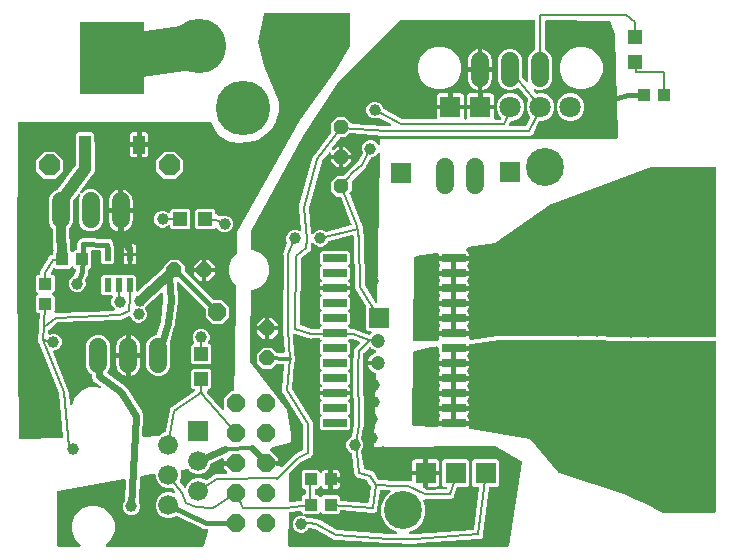
<source format=gbr>
G04 EAGLE Gerber X2 export*
%TF.Part,Single*%
%TF.FileFunction,Copper,L1,Top,Mixed*%
%TF.FilePolarity,Positive*%
%TF.GenerationSoftware,Autodesk,EAGLE,8.6.3*%
%TF.CreationDate,2018-07-14T15:57:14Z*%
G75*
%MOMM*%
%FSLAX34Y34*%
%LPD*%
%AMOC8*
5,1,8,0,0,1.08239X$1,22.5*%
G01*
%ADD10C,1.524000*%
%ADD11R,0.550000X1.200000*%
%ADD12P,1.924489X8X22.500000*%
%ADD13C,1.500000*%
%ADD14C,1.676400*%
%ADD15R,1.676400X1.676400*%
%ADD16R,1.000000X1.100000*%
%ADD17R,1.800000X1.800000*%
%ADD18C,1.206400*%
%ADD19C,1.800000*%
%ADD20P,1.374635X8X112.500000*%
%ADD21P,1.374635X8X22.500000*%
%ADD22R,5.400000X6.200000*%
%ADD23R,1.000000X1.600000*%
%ADD24R,1.100000X1.000000*%
%ADD25R,2.032000X0.660400*%
%ADD26R,1.200000X1.200000*%
%ADD27P,1.623585X8X22.500000*%
%ADD28P,1.649562X8X292.500000*%
%ADD29P,1.319650X8X292.500000*%
%ADD30C,3.216000*%
%ADD31C,0.203200*%
%ADD32C,0.406400*%
%ADD33C,0.609600*%
%ADD34C,0.304800*%
%ADD35C,1.006400*%
%ADD36C,4.616000*%
%ADD37C,1.016000*%
%ADD38C,0.812800*%
%ADD39R,8.000000X8.000000*%
%ADD40C,4.216000*%
%ADD41C,3.810000*%

G36*
X41623Y95495D02*
X41623Y95495D01*
X41717Y95511D01*
X41813Y95517D01*
X41857Y95533D01*
X41904Y95541D01*
X41990Y95582D01*
X42080Y95614D01*
X42118Y95642D01*
X42161Y95662D01*
X42233Y95725D01*
X42310Y95782D01*
X42339Y95819D01*
X42374Y95850D01*
X42425Y95931D01*
X42484Y96006D01*
X42502Y96050D01*
X42527Y96090D01*
X42554Y96182D01*
X42589Y96270D01*
X42592Y96312D01*
X42607Y96363D01*
X42608Y96530D01*
X42614Y96605D01*
X39122Y133982D01*
X39056Y134259D01*
X39054Y134263D01*
X39053Y134268D01*
X22053Y176380D01*
X22052Y176382D01*
X22052Y176383D01*
X22044Y176395D01*
X22044Y176396D01*
X22029Y176422D01*
X21911Y176626D01*
X21903Y176633D01*
X21899Y176641D01*
X21884Y176654D01*
X21875Y176669D01*
X21333Y177288D01*
X21332Y177299D01*
X21335Y177313D01*
X21321Y177441D01*
X21312Y177569D01*
X21307Y177582D01*
X21305Y177596D01*
X21279Y177658D01*
X21213Y177835D01*
X21186Y177871D01*
X21173Y177901D01*
X21200Y178028D01*
X21210Y178160D01*
X21221Y178292D01*
X21219Y178301D01*
X21220Y178312D01*
X21161Y178590D01*
X21152Y178606D01*
X21149Y178620D01*
X21101Y178740D01*
X21422Y179497D01*
X21423Y179498D01*
X21424Y179500D01*
X21428Y179518D01*
X21496Y179771D01*
X21495Y179802D01*
X21501Y179827D01*
X22026Y187780D01*
X22025Y187781D01*
X22026Y187782D01*
X22026Y187784D01*
X22025Y187793D01*
X22162Y189851D01*
X22162Y189852D01*
X22180Y190128D01*
X22303Y191979D01*
X22897Y200977D01*
X22890Y201069D01*
X22892Y201160D01*
X22879Y201210D01*
X22876Y201261D01*
X22844Y201347D01*
X22820Y201435D01*
X22794Y201479D01*
X22777Y201527D01*
X22722Y201601D01*
X22675Y201680D01*
X22638Y201715D01*
X22608Y201756D01*
X22535Y201812D01*
X22468Y201874D01*
X22422Y201898D01*
X22382Y201929D01*
X22296Y201962D01*
X22215Y202004D01*
X22171Y202011D01*
X22117Y202032D01*
X21960Y202046D01*
X21884Y202059D01*
X20848Y202059D01*
X19359Y203548D01*
X19359Y215652D01*
X21089Y217382D01*
X21124Y217429D01*
X21167Y217469D01*
X21209Y217542D01*
X21260Y217609D01*
X21281Y217664D01*
X21310Y217714D01*
X21331Y217796D01*
X21361Y217875D01*
X21366Y217933D01*
X21380Y217990D01*
X21378Y218074D01*
X21385Y218158D01*
X21373Y218216D01*
X21371Y218274D01*
X21345Y218354D01*
X21329Y218437D01*
X21302Y218489D01*
X21284Y218545D01*
X21244Y218601D01*
X21198Y218689D01*
X21129Y218762D01*
X21089Y218818D01*
X19359Y220548D01*
X19359Y232652D01*
X20848Y234141D01*
X22345Y234141D01*
X22401Y234149D01*
X22457Y234147D01*
X22541Y234168D01*
X22627Y234181D01*
X22678Y234204D01*
X22733Y234218D01*
X22807Y234261D01*
X22886Y234297D01*
X22929Y234333D01*
X22978Y234362D01*
X23037Y234425D01*
X23103Y234480D01*
X23134Y234527D01*
X23173Y234568D01*
X23213Y234645D01*
X23261Y234717D01*
X23278Y234771D01*
X23304Y234821D01*
X23320Y234906D01*
X23346Y234988D01*
X23348Y235045D01*
X23359Y235100D01*
X23351Y235170D01*
X23354Y235272D01*
X23329Y235366D01*
X23322Y235433D01*
X23130Y236109D01*
X23321Y236452D01*
X23329Y236471D01*
X23335Y236481D01*
X23348Y236520D01*
X23352Y236531D01*
X23391Y236605D01*
X23400Y236655D01*
X23424Y236718D01*
X23436Y236858D01*
X23450Y236935D01*
X23454Y237329D01*
X24131Y237991D01*
X24305Y238216D01*
X24306Y238220D01*
X24308Y238223D01*
X29656Y247814D01*
X29681Y247880D01*
X29716Y247942D01*
X29728Y248002D01*
X29758Y248080D01*
X29769Y248197D01*
X29784Y248271D01*
X29801Y248735D01*
X30445Y249332D01*
X30533Y249440D01*
X30536Y249443D01*
X30540Y249449D01*
X30625Y249553D01*
X30632Y249570D01*
X30642Y249582D01*
X31070Y250350D01*
X31516Y250477D01*
X31581Y250505D01*
X31649Y250525D01*
X31700Y250558D01*
X31776Y250592D01*
X31866Y250668D01*
X31929Y250709D01*
X32270Y251025D01*
X33148Y250992D01*
X33431Y251021D01*
X33448Y251028D01*
X33463Y251030D01*
X33621Y251075D01*
X33677Y251099D01*
X33735Y251115D01*
X33806Y251157D01*
X33881Y251190D01*
X33928Y251229D01*
X33980Y251260D01*
X34036Y251320D01*
X34099Y251373D01*
X34133Y251423D01*
X34174Y251467D01*
X34212Y251540D01*
X34258Y251609D01*
X34276Y251666D01*
X34304Y251720D01*
X34315Y251787D01*
X34345Y251879D01*
X34348Y251982D01*
X34359Y252051D01*
X34359Y253775D01*
X34408Y253830D01*
X34426Y253867D01*
X34450Y253899D01*
X34486Y253995D01*
X34530Y254087D01*
X34535Y254123D01*
X34551Y254165D01*
X34567Y254353D01*
X34576Y254419D01*
X34498Y257132D01*
X34492Y257168D01*
X34494Y257198D01*
X34040Y262043D01*
X33974Y262319D01*
X33964Y262337D01*
X33960Y262353D01*
X33913Y262459D01*
X33894Y263566D01*
X33887Y263608D01*
X33890Y263643D01*
X33786Y264745D01*
X33820Y264855D01*
X33865Y265136D01*
X33863Y265156D01*
X33865Y265173D01*
X33727Y272981D01*
X33714Y273059D01*
X33712Y273137D01*
X33692Y273198D01*
X33682Y273262D01*
X33649Y273333D01*
X33624Y273408D01*
X33592Y273453D01*
X33561Y273519D01*
X33475Y273618D01*
X33430Y273681D01*
X31986Y275124D01*
X30439Y278859D01*
X30439Y298141D01*
X31986Y301876D01*
X34844Y304734D01*
X37748Y305937D01*
X37837Y305989D01*
X37931Y306035D01*
X37956Y306059D01*
X37993Y306081D01*
X38127Y306223D01*
X38173Y306267D01*
X53084Y326248D01*
X53090Y326259D01*
X53098Y326267D01*
X53158Y326383D01*
X53221Y326498D01*
X53224Y326510D01*
X53229Y326520D01*
X53239Y326581D01*
X53283Y326775D01*
X53280Y326817D01*
X53286Y326851D01*
X53379Y345957D01*
X53880Y347149D01*
X53889Y347181D01*
X53904Y347211D01*
X53917Y347289D01*
X53952Y347424D01*
X53951Y347491D01*
X53959Y347542D01*
X53959Y353352D01*
X55448Y354841D01*
X67552Y354841D01*
X69041Y353352D01*
X69041Y347535D01*
X69045Y347507D01*
X69042Y347479D01*
X69060Y347402D01*
X69081Y347254D01*
X69106Y347197D01*
X69116Y347151D01*
X69636Y345877D01*
X69532Y324443D01*
X69544Y324356D01*
X69543Y324293D01*
X69677Y323369D01*
X69554Y322886D01*
X69536Y322714D01*
X69523Y322641D01*
X69521Y322143D01*
X69159Y321283D01*
X69137Y321197D01*
X69111Y321139D01*
X68882Y320234D01*
X68584Y319835D01*
X68501Y319683D01*
X68461Y319621D01*
X68269Y319162D01*
X67605Y318505D01*
X67552Y318435D01*
X67506Y318391D01*
X57098Y304444D01*
X57065Y304383D01*
X57023Y304328D01*
X56997Y304259D01*
X56962Y304195D01*
X56947Y304127D01*
X56922Y304062D01*
X56916Y303989D01*
X56900Y303917D01*
X56904Y303848D01*
X56898Y303779D01*
X56913Y303707D01*
X56917Y303634D01*
X56940Y303568D01*
X56954Y303500D01*
X56988Y303435D01*
X57012Y303366D01*
X57053Y303309D01*
X57085Y303248D01*
X57136Y303194D01*
X57178Y303135D01*
X57233Y303092D01*
X57281Y303042D01*
X57344Y303004D01*
X57402Y302959D01*
X57466Y302933D01*
X57526Y302898D01*
X57597Y302880D01*
X57665Y302852D01*
X57734Y302845D01*
X57802Y302828D01*
X57875Y302830D01*
X57948Y302822D01*
X58016Y302835D01*
X58086Y302837D01*
X58156Y302859D01*
X58228Y302872D01*
X58290Y302903D01*
X58356Y302924D01*
X58407Y302960D01*
X58483Y302998D01*
X58552Y303064D01*
X58630Y303119D01*
X60244Y304734D01*
X63979Y306281D01*
X68021Y306281D01*
X71756Y304734D01*
X74614Y301876D01*
X76161Y298141D01*
X76161Y278859D01*
X74614Y275124D01*
X71756Y272266D01*
X68021Y270719D01*
X63979Y270719D01*
X60244Y272266D01*
X57386Y275124D01*
X55839Y278859D01*
X55839Y298141D01*
X57025Y301003D01*
X57029Y301019D01*
X57037Y301034D01*
X57064Y301157D01*
X57096Y301278D01*
X57095Y301295D01*
X57099Y301311D01*
X57091Y301437D01*
X57087Y301562D01*
X57082Y301578D01*
X57081Y301595D01*
X57039Y301713D01*
X57001Y301833D01*
X56992Y301847D01*
X56986Y301863D01*
X56912Y301965D01*
X56843Y302069D01*
X56830Y302080D01*
X56820Y302093D01*
X56721Y302171D01*
X56625Y302252D01*
X56610Y302259D01*
X56597Y302269D01*
X56480Y302317D01*
X56365Y302368D01*
X56349Y302370D01*
X56333Y302376D01*
X56209Y302389D01*
X56084Y302407D01*
X56067Y302404D01*
X56051Y302406D01*
X55927Y302384D01*
X55802Y302366D01*
X55787Y302359D01*
X55771Y302356D01*
X55658Y302301D01*
X55543Y302249D01*
X55530Y302238D01*
X55516Y302231D01*
X55465Y302182D01*
X55327Y302065D01*
X55304Y302028D01*
X55273Y301999D01*
X50962Y296222D01*
X50955Y296210D01*
X50946Y296199D01*
X50888Y296086D01*
X50826Y295973D01*
X50823Y295959D01*
X50816Y295946D01*
X50805Y295880D01*
X50764Y295695D01*
X50767Y295650D01*
X50761Y295615D01*
X50761Y278859D01*
X49214Y275124D01*
X48244Y274154D01*
X48236Y274145D01*
X48236Y274144D01*
X48235Y274143D01*
X48186Y274077D01*
X48121Y274006D01*
X48101Y273964D01*
X48073Y273927D01*
X48039Y273837D01*
X47996Y273751D01*
X47990Y273710D01*
X47972Y273662D01*
X47958Y273492D01*
X47947Y273418D01*
X48106Y264434D01*
X48113Y264392D01*
X48110Y264357D01*
X48556Y259603D01*
X48622Y259327D01*
X48635Y259304D01*
X48641Y259283D01*
X48669Y259219D01*
X48702Y258068D01*
X48708Y258032D01*
X48706Y258002D01*
X48814Y256855D01*
X48793Y256789D01*
X48748Y256508D01*
X48752Y256482D01*
X48749Y256460D01*
X48797Y254788D01*
X48809Y254716D01*
X48811Y254643D01*
X48833Y254577D01*
X48845Y254508D01*
X48876Y254442D01*
X48899Y254373D01*
X48933Y254324D01*
X48968Y254252D01*
X49050Y254161D01*
X49094Y254099D01*
X49682Y253511D01*
X49729Y253476D01*
X49769Y253433D01*
X49842Y253391D01*
X49909Y253340D01*
X49964Y253319D01*
X50014Y253290D01*
X50096Y253269D01*
X50175Y253239D01*
X50233Y253234D01*
X50290Y253220D01*
X50374Y253222D01*
X50458Y253215D01*
X50516Y253227D01*
X50574Y253229D01*
X50654Y253255D01*
X50737Y253271D01*
X50789Y253298D01*
X50845Y253316D01*
X50901Y253356D01*
X50989Y253402D01*
X51062Y253471D01*
X51118Y253511D01*
X52848Y255241D01*
X53575Y255241D01*
X53629Y255248D01*
X53684Y255247D01*
X53769Y255268D01*
X53857Y255281D01*
X53906Y255303D01*
X53959Y255316D01*
X54035Y255361D01*
X54116Y255397D01*
X54158Y255432D01*
X54205Y255459D01*
X54266Y255523D01*
X54333Y255580D01*
X54363Y255626D01*
X54401Y255665D01*
X54442Y255744D01*
X54491Y255817D01*
X54507Y255869D01*
X54532Y255917D01*
X54545Y255988D01*
X54576Y256088D01*
X54579Y256182D01*
X54590Y256248D01*
X54610Y258749D01*
X54606Y258777D01*
X54609Y258805D01*
X54603Y258832D01*
X54620Y259954D01*
X54619Y259958D01*
X54620Y259961D01*
X54628Y260969D01*
X55027Y261895D01*
X55028Y261898D01*
X55030Y261901D01*
X55423Y262829D01*
X56146Y263531D01*
X56149Y263534D01*
X56151Y263536D01*
X56869Y264242D01*
X57805Y264614D01*
X57808Y264616D01*
X57812Y264617D01*
X58746Y264995D01*
X59754Y264980D01*
X59757Y264981D01*
X59761Y264980D01*
X60852Y264972D01*
X60859Y264970D01*
X60920Y264971D01*
X60966Y264963D01*
X80054Y264682D01*
X80076Y264685D01*
X80094Y264682D01*
X81028Y264705D01*
X81167Y264673D01*
X82003Y264312D01*
X82024Y264306D01*
X82040Y264297D01*
X82911Y263961D01*
X83028Y263878D01*
X83662Y263225D01*
X83679Y263212D01*
X83690Y263197D01*
X84366Y262553D01*
X84442Y262433D01*
X84778Y261587D01*
X84789Y261568D01*
X84793Y261550D01*
X85172Y260696D01*
X85195Y260555D01*
X85182Y259646D01*
X85185Y259624D01*
X85182Y259606D01*
X85188Y259350D01*
X85201Y259276D01*
X85203Y259202D01*
X85224Y259137D01*
X85235Y259070D01*
X85268Y259002D01*
X85291Y258931D01*
X85324Y258884D01*
X85358Y258814D01*
X85441Y258720D01*
X85486Y258658D01*
X85591Y258552D01*
X85591Y244448D01*
X84102Y242959D01*
X76498Y242959D01*
X75009Y244448D01*
X75009Y253593D01*
X75002Y253644D01*
X75004Y253695D01*
X74982Y253784D01*
X74969Y253875D01*
X74949Y253921D01*
X74936Y253971D01*
X74891Y254050D01*
X74853Y254134D01*
X74820Y254173D01*
X74795Y254217D01*
X74729Y254281D01*
X74670Y254351D01*
X74627Y254379D01*
X74590Y254415D01*
X74509Y254458D01*
X74433Y254509D01*
X74384Y254524D01*
X74339Y254548D01*
X74267Y254561D01*
X74162Y254594D01*
X74072Y254597D01*
X74009Y254608D01*
X67471Y254704D01*
X67406Y254696D01*
X67340Y254698D01*
X67265Y254678D01*
X67189Y254669D01*
X67128Y254643D01*
X67065Y254626D01*
X66999Y254587D01*
X66928Y254556D01*
X66877Y254514D01*
X66820Y254481D01*
X66768Y254425D01*
X66708Y254376D01*
X66671Y254322D01*
X66626Y254274D01*
X66591Y254205D01*
X66547Y254142D01*
X66526Y254079D01*
X66496Y254020D01*
X66486Y253957D01*
X66457Y253872D01*
X66453Y253762D01*
X66441Y253689D01*
X66441Y240648D01*
X64920Y239126D01*
X64870Y239119D01*
X64830Y239101D01*
X64786Y239091D01*
X64700Y239043D01*
X64611Y239003D01*
X64577Y238974D01*
X64538Y238953D01*
X64469Y238883D01*
X64394Y238820D01*
X64369Y238782D01*
X64338Y238751D01*
X64291Y238665D01*
X64236Y238583D01*
X64223Y238540D01*
X64202Y238501D01*
X64187Y238427D01*
X64151Y238312D01*
X64148Y238231D01*
X64137Y238172D01*
X64112Y237254D01*
X64115Y237226D01*
X64112Y237198D01*
X64116Y237176D01*
X64079Y236050D01*
X64079Y236047D01*
X64078Y236044D01*
X64051Y235035D01*
X63635Y234118D01*
X63634Y234115D01*
X63632Y234113D01*
X63185Y233111D01*
X63184Y233109D01*
X63178Y233096D01*
X63156Y233046D01*
X63133Y233013D01*
X61442Y229284D01*
X61412Y229184D01*
X61376Y229086D01*
X61373Y229048D01*
X61362Y229011D01*
X61361Y228907D01*
X61353Y228803D01*
X61361Y228770D01*
X61360Y228727D01*
X61414Y228538D01*
X61428Y228476D01*
X61665Y227905D01*
X61665Y225095D01*
X60589Y222498D01*
X58602Y220511D01*
X56005Y219435D01*
X53195Y219435D01*
X50598Y220511D01*
X48611Y222498D01*
X47535Y225095D01*
X47535Y227905D01*
X48611Y230502D01*
X50598Y232489D01*
X51631Y232917D01*
X51692Y232953D01*
X51757Y232980D01*
X51814Y233025D01*
X51876Y233062D01*
X51924Y233113D01*
X51980Y233157D01*
X52006Y233196D01*
X52009Y233199D01*
X52018Y233212D01*
X52071Y233268D01*
X52124Y233371D01*
X52155Y233417D01*
X52167Y233436D01*
X53865Y237178D01*
X53874Y237211D01*
X53890Y237240D01*
X53906Y237317D01*
X53945Y237451D01*
X53945Y237519D01*
X53955Y237570D01*
X53970Y238116D01*
X53962Y238188D01*
X53964Y238260D01*
X53946Y238329D01*
X53938Y238399D01*
X53910Y238465D01*
X53892Y238535D01*
X53856Y238596D01*
X53829Y238661D01*
X53784Y238718D01*
X53747Y238780D01*
X53695Y238828D01*
X53651Y238883D01*
X53592Y238925D01*
X53539Y238974D01*
X53477Y239006D01*
X53419Y239047D01*
X53351Y239071D01*
X53286Y239104D01*
X53227Y239114D01*
X53151Y239140D01*
X53030Y239147D01*
X52955Y239159D01*
X52848Y239159D01*
X51118Y240889D01*
X51071Y240924D01*
X51031Y240967D01*
X50958Y241009D01*
X50891Y241060D01*
X50836Y241081D01*
X50786Y241110D01*
X50704Y241131D01*
X50625Y241161D01*
X50567Y241166D01*
X50510Y241180D01*
X50426Y241178D01*
X50342Y241185D01*
X50284Y241173D01*
X50226Y241171D01*
X50146Y241145D01*
X50063Y241129D01*
X50011Y241102D01*
X49955Y241084D01*
X49899Y241044D01*
X49811Y240998D01*
X49738Y240929D01*
X49682Y240889D01*
X47952Y239159D01*
X35848Y239159D01*
X35700Y239307D01*
X35655Y239340D01*
X35617Y239382D01*
X35542Y239426D01*
X35473Y239477D01*
X35420Y239498D01*
X35372Y239526D01*
X35288Y239548D01*
X35207Y239579D01*
X35151Y239583D01*
X35097Y239598D01*
X35010Y239595D01*
X34924Y239602D01*
X34869Y239591D01*
X34812Y239590D01*
X34730Y239563D01*
X34645Y239546D01*
X34595Y239520D01*
X34542Y239503D01*
X34470Y239455D01*
X34393Y239415D01*
X34352Y239377D01*
X34305Y239345D01*
X34261Y239290D01*
X34187Y239220D01*
X34138Y239136D01*
X34096Y239083D01*
X32182Y235650D01*
X32171Y235621D01*
X32153Y235595D01*
X32120Y235489D01*
X32080Y235385D01*
X32077Y235354D01*
X32067Y235324D01*
X32064Y235213D01*
X32055Y235102D01*
X32061Y235071D01*
X32060Y235040D01*
X32088Y234932D01*
X32110Y234823D01*
X32124Y234795D01*
X32132Y234765D01*
X32189Y234669D01*
X32239Y234570D01*
X32261Y234547D01*
X32277Y234520D01*
X32358Y234444D01*
X32434Y234363D01*
X32461Y234347D01*
X32484Y234326D01*
X32583Y234275D01*
X32679Y234218D01*
X32710Y234211D01*
X32738Y234196D01*
X32815Y234183D01*
X32954Y234147D01*
X33019Y234149D01*
X33069Y234141D01*
X33952Y234141D01*
X35441Y232652D01*
X35441Y220548D01*
X33711Y218818D01*
X33676Y218771D01*
X33633Y218731D01*
X33591Y218658D01*
X33540Y218591D01*
X33519Y218536D01*
X33490Y218486D01*
X33469Y218404D01*
X33439Y218325D01*
X33434Y218267D01*
X33420Y218210D01*
X33422Y218126D01*
X33415Y218042D01*
X33427Y217984D01*
X33429Y217926D01*
X33455Y217846D01*
X33471Y217763D01*
X33498Y217711D01*
X33516Y217655D01*
X33556Y217599D01*
X33602Y217511D01*
X33671Y217438D01*
X33711Y217382D01*
X35441Y215652D01*
X35441Y203522D01*
X35367Y203431D01*
X35360Y203414D01*
X35348Y203399D01*
X35304Y203283D01*
X35256Y203169D01*
X35254Y203151D01*
X35247Y203133D01*
X35237Y203010D01*
X35222Y202887D01*
X35225Y202868D01*
X35224Y202850D01*
X35248Y202728D01*
X35268Y202606D01*
X35276Y202589D01*
X35279Y202571D01*
X35337Y202461D01*
X35390Y202349D01*
X35402Y202335D01*
X35410Y202319D01*
X35496Y202229D01*
X35578Y202136D01*
X35594Y202126D01*
X35606Y202113D01*
X35713Y202050D01*
X35818Y201984D01*
X35834Y201979D01*
X35851Y201969D01*
X36127Y201899D01*
X36135Y201899D01*
X36142Y201897D01*
X36345Y201878D01*
X36422Y201882D01*
X36479Y201875D01*
X85716Y203782D01*
X85725Y203784D01*
X85735Y203783D01*
X85865Y203809D01*
X85995Y203833D01*
X86004Y203837D01*
X86013Y203839D01*
X86132Y203901D01*
X86250Y203959D01*
X86257Y203966D01*
X86266Y203970D01*
X86362Y204062D01*
X86460Y204151D01*
X86465Y204159D01*
X86472Y204166D01*
X86539Y204280D01*
X86608Y204394D01*
X86611Y204403D01*
X86615Y204411D01*
X86648Y204539D01*
X86683Y204668D01*
X86683Y204678D01*
X86686Y204687D01*
X86681Y204819D01*
X86680Y204952D01*
X86677Y204961D01*
X86677Y204971D01*
X86636Y205097D01*
X86597Y205224D01*
X86592Y205232D01*
X86589Y205241D01*
X86557Y205287D01*
X86443Y205463D01*
X86413Y205489D01*
X86394Y205515D01*
X84511Y207398D01*
X83435Y209995D01*
X83435Y212805D01*
X84574Y215555D01*
X84603Y215667D01*
X84638Y215776D01*
X84638Y215804D01*
X84645Y215831D01*
X84642Y215945D01*
X84645Y216060D01*
X84638Y216087D01*
X84637Y216115D01*
X84602Y216224D01*
X84573Y216335D01*
X84559Y216359D01*
X84551Y216386D01*
X84487Y216481D01*
X84428Y216580D01*
X84408Y216599D01*
X84392Y216622D01*
X84305Y216696D01*
X84221Y216774D01*
X84196Y216787D01*
X84175Y216805D01*
X84070Y216851D01*
X83968Y216904D01*
X83943Y216908D01*
X83915Y216920D01*
X83651Y216957D01*
X83636Y216959D01*
X76498Y216959D01*
X75009Y218448D01*
X75009Y232552D01*
X76498Y234041D01*
X84102Y234041D01*
X84332Y233811D01*
X84379Y233776D01*
X84419Y233733D01*
X84492Y233691D01*
X84559Y233640D01*
X84614Y233619D01*
X84664Y233590D01*
X84746Y233569D01*
X84825Y233539D01*
X84883Y233534D01*
X84940Y233520D01*
X85024Y233522D01*
X85108Y233515D01*
X85166Y233527D01*
X85224Y233529D01*
X85304Y233555D01*
X85387Y233571D01*
X85439Y233598D01*
X85495Y233616D01*
X85551Y233656D01*
X85639Y233702D01*
X85712Y233771D01*
X85768Y233811D01*
X85998Y234041D01*
X93602Y234041D01*
X93832Y233811D01*
X93879Y233776D01*
X93919Y233733D01*
X93992Y233691D01*
X94059Y233640D01*
X94114Y233619D01*
X94164Y233590D01*
X94246Y233569D01*
X94325Y233539D01*
X94383Y233534D01*
X94440Y233520D01*
X94524Y233522D01*
X94608Y233515D01*
X94666Y233527D01*
X94724Y233529D01*
X94804Y233555D01*
X94887Y233571D01*
X94939Y233598D01*
X94995Y233616D01*
X95051Y233656D01*
X95139Y233702D01*
X95212Y233771D01*
X95268Y233811D01*
X95498Y234041D01*
X103102Y234041D01*
X104591Y232552D01*
X104591Y220896D01*
X104591Y220893D01*
X104591Y220890D01*
X104611Y220754D01*
X104631Y220614D01*
X104632Y220611D01*
X104632Y220608D01*
X104689Y220483D01*
X104747Y220355D01*
X104749Y220352D01*
X104750Y220350D01*
X104840Y220244D01*
X104930Y220138D01*
X104933Y220136D01*
X104935Y220134D01*
X105052Y220057D01*
X105167Y219980D01*
X105170Y219979D01*
X105172Y219978D01*
X105307Y219936D01*
X105438Y219894D01*
X105441Y219894D01*
X105444Y219893D01*
X105585Y219891D01*
X105722Y219887D01*
X105725Y219888D01*
X105728Y219888D01*
X105864Y219924D01*
X105997Y219959D01*
X106000Y219960D01*
X106003Y219961D01*
X106025Y219975D01*
X106242Y220104D01*
X106264Y220128D01*
X106286Y220142D01*
X127474Y239248D01*
X127503Y239283D01*
X127511Y239290D01*
X127521Y239304D01*
X127547Y239335D01*
X127624Y239418D01*
X127638Y239444D01*
X127656Y239466D01*
X127702Y239570D01*
X127754Y239671D01*
X127758Y239697D01*
X127771Y239726D01*
X127805Y239976D01*
X127809Y240002D01*
X127809Y241483D01*
X133017Y246691D01*
X140383Y246691D01*
X145591Y241483D01*
X145591Y237557D01*
X145603Y237468D01*
X145607Y237379D01*
X145623Y237328D01*
X145631Y237275D01*
X145667Y237193D01*
X145695Y237108D01*
X145722Y237071D01*
X145747Y237016D01*
X145846Y236899D01*
X145891Y236836D01*
X170094Y212835D01*
X170162Y212784D01*
X170224Y212726D01*
X170275Y212699D01*
X170321Y212665D01*
X170401Y212635D01*
X170477Y212596D01*
X170527Y212588D01*
X170588Y212565D01*
X170731Y212554D01*
X170808Y212541D01*
X177459Y212541D01*
X183341Y206659D01*
X183341Y198341D01*
X177459Y192459D01*
X169141Y192459D01*
X163259Y198341D01*
X163259Y204879D01*
X163247Y204967D01*
X163243Y205057D01*
X163227Y205107D01*
X163219Y205160D01*
X163183Y205242D01*
X163155Y205327D01*
X163128Y205365D01*
X163103Y205420D01*
X163004Y205536D01*
X162959Y205600D01*
X140612Y227761D01*
X140560Y227799D01*
X140515Y227845D01*
X140447Y227884D01*
X140384Y227931D01*
X140323Y227953D01*
X140267Y227985D01*
X140191Y228003D01*
X140118Y228031D01*
X140053Y228036D01*
X139991Y228051D01*
X139912Y228047D01*
X139834Y228053D01*
X139771Y228040D01*
X139707Y228037D01*
X139632Y228012D01*
X139556Y227996D01*
X139499Y227966D01*
X139438Y227945D01*
X139373Y227900D01*
X139304Y227864D01*
X139257Y227819D01*
X139204Y227782D01*
X139155Y227721D01*
X139099Y227667D01*
X139066Y227611D01*
X139026Y227561D01*
X138995Y227489D01*
X138956Y227421D01*
X138940Y227359D01*
X138915Y227299D01*
X138909Y227234D01*
X138887Y227146D01*
X138891Y227037D01*
X138884Y226965D01*
X139829Y214143D01*
X139855Y214024D01*
X139863Y213948D01*
X140000Y213451D01*
X139937Y212946D01*
X139939Y212822D01*
X139932Y212746D01*
X139969Y212239D01*
X139808Y211749D01*
X139786Y211629D01*
X139764Y211556D01*
X137452Y192964D01*
X137454Y192808D01*
X137450Y192731D01*
X137491Y192343D01*
X137312Y191735D01*
X137298Y191638D01*
X137279Y191573D01*
X137200Y190944D01*
X137008Y190605D01*
X136951Y190460D01*
X136917Y190390D01*
X132920Y176801D01*
X132915Y176768D01*
X132903Y176737D01*
X132895Y176628D01*
X132879Y176520D01*
X132883Y176487D01*
X132881Y176453D01*
X132898Y176377D01*
X132917Y176238D01*
X132944Y176176D01*
X132956Y176126D01*
X133341Y175197D01*
X133341Y156203D01*
X131812Y152512D01*
X128988Y149688D01*
X125297Y148159D01*
X121303Y148159D01*
X117612Y149688D01*
X114788Y152512D01*
X113259Y156203D01*
X113259Y175197D01*
X114788Y178888D01*
X117612Y181712D01*
X121303Y183241D01*
X121344Y183241D01*
X121400Y183249D01*
X121456Y183247D01*
X121540Y183268D01*
X121626Y183281D01*
X121677Y183303D01*
X121731Y183317D01*
X121806Y183361D01*
X121885Y183397D01*
X121928Y183433D01*
X121976Y183461D01*
X122036Y183524D01*
X122102Y183580D01*
X122133Y183627D01*
X122172Y183668D01*
X122203Y183731D01*
X122260Y183817D01*
X122289Y183909D01*
X122318Y183970D01*
X125288Y194065D01*
X125302Y194161D01*
X125321Y194227D01*
X127663Y213054D01*
X127661Y213178D01*
X127668Y213254D01*
X127336Y217763D01*
X127313Y217869D01*
X127297Y217975D01*
X127283Y218007D01*
X127275Y218041D01*
X127224Y218136D01*
X127179Y218234D01*
X127157Y218260D01*
X127140Y218291D01*
X127065Y218368D01*
X126994Y218450D01*
X126965Y218469D01*
X126941Y218494D01*
X126847Y218547D01*
X126757Y218606D01*
X126724Y218617D01*
X126694Y218634D01*
X126589Y218658D01*
X126485Y218691D01*
X126451Y218691D01*
X126417Y218699D01*
X126309Y218694D01*
X126201Y218696D01*
X126168Y218687D01*
X126133Y218686D01*
X126031Y218651D01*
X125926Y218623D01*
X125900Y218606D01*
X125864Y218594D01*
X125688Y218470D01*
X125643Y218442D01*
X112328Y206435D01*
X112310Y206413D01*
X112290Y206399D01*
X112259Y206368D01*
X112224Y206321D01*
X112181Y206281D01*
X112139Y206208D01*
X112088Y206141D01*
X112067Y206086D01*
X112038Y206036D01*
X112017Y205954D01*
X111987Y205875D01*
X111982Y205817D01*
X111968Y205760D01*
X111970Y205676D01*
X111963Y205592D01*
X111975Y205534D01*
X111977Y205476D01*
X112003Y205396D01*
X112019Y205313D01*
X112046Y205261D01*
X112064Y205205D01*
X112104Y205149D01*
X112150Y205061D01*
X112219Y204988D01*
X112259Y204932D01*
X112589Y204602D01*
X113665Y202005D01*
X113665Y199195D01*
X112589Y196598D01*
X110602Y194611D01*
X108005Y193535D01*
X105195Y193535D01*
X102598Y194611D01*
X100611Y196598D01*
X99811Y198528D01*
X99772Y198594D01*
X99742Y198665D01*
X99700Y198716D01*
X99667Y198773D01*
X99611Y198826D01*
X99563Y198885D01*
X99508Y198923D01*
X99460Y198968D01*
X99392Y199004D01*
X99329Y199047D01*
X99266Y199068D01*
X99207Y199099D01*
X99132Y199113D01*
X99060Y199138D01*
X98993Y199141D01*
X98928Y199154D01*
X98852Y199147D01*
X98776Y199150D01*
X98721Y199136D01*
X98645Y199129D01*
X98526Y199083D01*
X98451Y199063D01*
X93115Y196626D01*
X93088Y196608D01*
X93057Y196597D01*
X92995Y196549D01*
X92876Y196473D01*
X92832Y196423D01*
X92792Y196392D01*
X92340Y195904D01*
X91659Y195877D01*
X91630Y195872D01*
X91601Y195873D01*
X91525Y195853D01*
X91380Y195826D01*
X91324Y195799D01*
X91277Y195786D01*
X90657Y195503D01*
X90034Y195736D01*
X90002Y195743D01*
X89973Y195756D01*
X89895Y195766D01*
X89756Y195797D01*
X89690Y195792D01*
X89640Y195799D01*
X38176Y193805D01*
X38156Y193801D01*
X38136Y193803D01*
X38017Y193776D01*
X37897Y193754D01*
X37878Y193745D01*
X37858Y193741D01*
X37794Y193703D01*
X37642Y193628D01*
X37604Y193593D01*
X37568Y193572D01*
X30486Y187706D01*
X30418Y187631D01*
X30344Y187562D01*
X30322Y187527D01*
X30295Y187496D01*
X30250Y187405D01*
X30198Y187318D01*
X30189Y187283D01*
X30169Y187241D01*
X30136Y187058D01*
X30121Y186991D01*
X29952Y184431D01*
X29952Y184425D01*
X29951Y184419D01*
X29963Y184285D01*
X29973Y184148D01*
X29975Y184142D01*
X29975Y184136D01*
X30024Y184010D01*
X30072Y183881D01*
X30075Y183876D01*
X30078Y183871D01*
X30160Y183762D01*
X30241Y183652D01*
X30246Y183649D01*
X30249Y183644D01*
X30359Y183562D01*
X30467Y183480D01*
X30472Y183477D01*
X30477Y183474D01*
X30605Y183426D01*
X30731Y183376D01*
X30737Y183376D01*
X30743Y183374D01*
X30879Y183363D01*
X31014Y183350D01*
X31020Y183351D01*
X31026Y183351D01*
X31068Y183360D01*
X31294Y183404D01*
X31325Y183420D01*
X31353Y183426D01*
X32895Y184065D01*
X35705Y184065D01*
X38302Y182989D01*
X40289Y181002D01*
X41365Y178405D01*
X41365Y175595D01*
X40289Y172998D01*
X38302Y171011D01*
X35705Y169935D01*
X34926Y169935D01*
X34817Y169920D01*
X34707Y169911D01*
X34677Y169900D01*
X34645Y169895D01*
X34544Y169850D01*
X34441Y169812D01*
X34415Y169792D01*
X34385Y169779D01*
X34301Y169708D01*
X34213Y169642D01*
X34193Y169616D01*
X34168Y169596D01*
X34107Y169504D01*
X34040Y169416D01*
X34029Y169386D01*
X34011Y169359D01*
X33977Y169254D01*
X33937Y169151D01*
X33935Y169119D01*
X33925Y169088D01*
X33922Y168978D01*
X33912Y168868D01*
X33918Y168839D01*
X33918Y168804D01*
X33975Y168583D01*
X33985Y168540D01*
X46389Y137811D01*
X46430Y137740D01*
X46463Y137664D01*
X46497Y137625D01*
X46531Y137565D01*
X46631Y137469D01*
X46682Y137410D01*
X46990Y137154D01*
X47078Y136218D01*
X47144Y135941D01*
X47146Y135937D01*
X47147Y135932D01*
X47499Y135060D01*
X47343Y134692D01*
X47322Y134612D01*
X47291Y134535D01*
X47287Y134483D01*
X47269Y134417D01*
X47272Y134279D01*
X47266Y134200D01*
X48176Y124468D01*
X48185Y124430D01*
X48186Y124391D01*
X48217Y124292D01*
X48241Y124191D01*
X48261Y124157D01*
X48272Y124120D01*
X48330Y124034D01*
X48381Y123944D01*
X48409Y123916D01*
X48431Y123884D01*
X48510Y123817D01*
X48584Y123745D01*
X48619Y123726D01*
X48648Y123701D01*
X48743Y123659D01*
X48835Y123610D01*
X48873Y123602D01*
X48908Y123586D01*
X49011Y123572D01*
X49113Y123550D01*
X49151Y123552D01*
X49190Y123547D01*
X49292Y123562D01*
X49396Y123569D01*
X49433Y123582D01*
X49471Y123588D01*
X49566Y123630D01*
X49663Y123666D01*
X49695Y123689D01*
X49730Y123705D01*
X49809Y123772D01*
X49893Y123833D01*
X49917Y123864D01*
X49947Y123889D01*
X49988Y123955D01*
X50068Y124058D01*
X50095Y124126D01*
X50124Y124174D01*
X52913Y130905D01*
X57985Y135977D01*
X64613Y138723D01*
X71787Y138723D01*
X73171Y138149D01*
X73193Y138144D01*
X73212Y138133D01*
X73330Y138108D01*
X73447Y138078D01*
X73469Y138079D01*
X73490Y138074D01*
X73611Y138083D01*
X73731Y138087D01*
X73752Y138093D01*
X73774Y138095D01*
X73887Y138137D01*
X74001Y138173D01*
X74020Y138185D01*
X74041Y138193D01*
X74138Y138264D01*
X74238Y138331D01*
X74252Y138348D01*
X74270Y138361D01*
X74343Y138457D01*
X74421Y138549D01*
X74430Y138569D01*
X74443Y138587D01*
X74487Y138698D01*
X74536Y138809D01*
X74539Y138831D01*
X74547Y138851D01*
X74559Y138971D01*
X74575Y139090D01*
X74572Y139112D01*
X74574Y139134D01*
X74552Y139253D01*
X74534Y139372D01*
X74525Y139392D01*
X74521Y139414D01*
X74467Y139522D01*
X74417Y139631D01*
X74403Y139648D01*
X74393Y139667D01*
X74340Y139722D01*
X74233Y139847D01*
X74192Y139873D01*
X74158Y139907D01*
X70142Y142838D01*
X69972Y142929D01*
X69916Y142963D01*
X69635Y143074D01*
X69116Y143575D01*
X69051Y143622D01*
X69009Y143665D01*
X68427Y144090D01*
X68269Y144348D01*
X68147Y144497D01*
X68108Y144549D01*
X67891Y144759D01*
X67604Y145421D01*
X67561Y145490D01*
X67539Y145545D01*
X67164Y146161D01*
X67117Y146459D01*
X67061Y146644D01*
X67045Y146707D01*
X66925Y146984D01*
X66912Y147705D01*
X66900Y147785D01*
X66900Y147845D01*
X66789Y148557D01*
X66860Y148851D01*
X66879Y149043D01*
X66889Y149107D01*
X66887Y149210D01*
X66875Y149288D01*
X66872Y149367D01*
X66852Y149428D01*
X66842Y149491D01*
X66809Y149562D01*
X66785Y149637D01*
X66753Y149682D01*
X66722Y149748D01*
X66635Y149847D01*
X66590Y149910D01*
X63988Y152512D01*
X62459Y156203D01*
X62459Y175197D01*
X63988Y178888D01*
X66812Y181712D01*
X70503Y183241D01*
X74497Y183241D01*
X78188Y181712D01*
X81012Y178888D01*
X82541Y175197D01*
X82541Y156203D01*
X81012Y152512D01*
X80399Y151899D01*
X80316Y151789D01*
X80233Y151682D01*
X80231Y151676D01*
X80228Y151672D01*
X80179Y151543D01*
X80129Y151417D01*
X80129Y151412D01*
X80127Y151406D01*
X80115Y151270D01*
X80103Y151134D01*
X80104Y151129D01*
X80103Y151123D01*
X80130Y150990D01*
X80155Y150855D01*
X80158Y150850D01*
X80159Y150844D01*
X80223Y150722D01*
X80284Y150601D01*
X80287Y150597D01*
X80290Y150592D01*
X80486Y150386D01*
X80505Y150374D01*
X80518Y150361D01*
X95032Y139770D01*
X95043Y139764D01*
X95050Y139757D01*
X96038Y139069D01*
X96665Y138040D01*
X96673Y138031D01*
X96677Y138021D01*
X109112Y118591D01*
X109146Y118551D01*
X109168Y118515D01*
X109193Y118492D01*
X109216Y118456D01*
X109629Y118001D01*
X109767Y117615D01*
X109837Y117483D01*
X109868Y117411D01*
X110089Y117065D01*
X110197Y116461D01*
X110228Y116365D01*
X110241Y116296D01*
X110448Y115718D01*
X110428Y115308D01*
X110442Y115160D01*
X110443Y115081D01*
X110515Y114677D01*
X110383Y114078D01*
X110376Y113977D01*
X110361Y113909D01*
X109593Y97952D01*
X109602Y97860D01*
X109601Y97767D01*
X109615Y97719D01*
X109619Y97669D01*
X109653Y97583D01*
X109679Y97493D01*
X109705Y97451D01*
X109723Y97404D01*
X109780Y97331D01*
X109829Y97252D01*
X109866Y97218D01*
X109896Y97179D01*
X109971Y97123D01*
X110040Y97061D01*
X110085Y97040D01*
X110125Y97010D01*
X110212Y96978D01*
X110296Y96937D01*
X110339Y96931D01*
X110391Y96911D01*
X110552Y96899D01*
X110628Y96888D01*
X123266Y97143D01*
X123342Y97156D01*
X123420Y97158D01*
X123482Y97178D01*
X123547Y97189D01*
X123616Y97222D01*
X123690Y97246D01*
X123736Y97278D01*
X123804Y97310D01*
X123900Y97395D01*
X123963Y97440D01*
X125693Y99170D01*
X129194Y100620D01*
X129241Y100648D01*
X129291Y100667D01*
X129362Y100720D01*
X129439Y100764D01*
X129476Y100804D01*
X129520Y100837D01*
X129573Y100907D01*
X129634Y100971D01*
X129659Y101020D01*
X129692Y101063D01*
X129716Y101130D01*
X129764Y101224D01*
X129782Y101316D01*
X129805Y101379D01*
X132997Y119206D01*
X132997Y119209D01*
X132998Y119211D01*
X133135Y119998D01*
X133286Y120867D01*
X134666Y121828D01*
X134668Y121830D01*
X134670Y121831D01*
X153981Y135414D01*
X154066Y135493D01*
X154155Y135569D01*
X154169Y135590D01*
X154188Y135608D01*
X154248Y135708D01*
X154312Y135805D01*
X154320Y135830D01*
X154333Y135852D01*
X154363Y135965D01*
X154398Y136076D01*
X154399Y136102D01*
X154405Y136128D01*
X154402Y136244D01*
X154405Y136360D01*
X154399Y136386D01*
X154398Y136412D01*
X154363Y136523D01*
X154333Y136635D01*
X154320Y136658D01*
X154312Y136683D01*
X154248Y136780D01*
X154188Y136880D01*
X154169Y136898D01*
X154155Y136919D01*
X154066Y136995D01*
X153981Y137074D01*
X153958Y137086D01*
X153938Y137103D01*
X153831Y137151D01*
X153728Y137204D01*
X153705Y137208D01*
X153678Y137219D01*
X153397Y137259D01*
X152648Y137259D01*
X151159Y138748D01*
X151159Y152852D01*
X152648Y154341D01*
X166752Y154341D01*
X168241Y152852D01*
X168241Y138748D01*
X166752Y137259D01*
X165956Y137259D01*
X165844Y137243D01*
X165731Y137234D01*
X165703Y137224D01*
X165674Y137219D01*
X165571Y137173D01*
X165465Y137133D01*
X165442Y137115D01*
X165415Y137103D01*
X165328Y137030D01*
X165238Y136962D01*
X165220Y136938D01*
X165198Y136920D01*
X165135Y136825D01*
X165067Y136735D01*
X165058Y136710D01*
X165040Y136683D01*
X164964Y136444D01*
X164955Y136418D01*
X164696Y134929D01*
X164692Y134796D01*
X164685Y134662D01*
X164687Y134653D01*
X164687Y134645D01*
X164720Y134515D01*
X164751Y134385D01*
X164755Y134378D01*
X164757Y134369D01*
X164901Y134124D01*
X164915Y134111D01*
X164923Y134097D01*
X176951Y119951D01*
X177003Y119904D01*
X177049Y119851D01*
X177109Y119810D01*
X177163Y119762D01*
X177227Y119732D01*
X177285Y119693D01*
X177354Y119671D01*
X177420Y119640D01*
X177489Y119628D01*
X177556Y119607D01*
X177629Y119605D01*
X177700Y119594D01*
X177770Y119602D01*
X177840Y119600D01*
X177911Y119618D01*
X177983Y119627D01*
X178048Y119654D01*
X178115Y119672D01*
X178178Y119709D01*
X178245Y119737D01*
X178300Y119781D01*
X178360Y119817D01*
X178409Y119870D01*
X178466Y119915D01*
X178506Y119973D01*
X178554Y120024D01*
X178587Y120089D01*
X178629Y120148D01*
X178652Y120215D01*
X178684Y120277D01*
X178694Y120338D01*
X178721Y120417D01*
X178727Y120534D01*
X178739Y120608D01*
X178739Y129309D01*
X184691Y135261D01*
X186120Y135261D01*
X186168Y135268D01*
X186216Y135265D01*
X186308Y135287D01*
X186402Y135301D01*
X186446Y135320D01*
X186493Y135332D01*
X186575Y135378D01*
X186661Y135417D01*
X186698Y135448D01*
X186740Y135472D01*
X186806Y135540D01*
X186878Y135600D01*
X186905Y135641D01*
X186939Y135675D01*
X186983Y135759D01*
X187036Y135837D01*
X187050Y135883D01*
X187073Y135926D01*
X187087Y135999D01*
X187121Y136108D01*
X187124Y136194D01*
X187135Y136256D01*
X187215Y140264D01*
X188014Y155748D01*
X188012Y155766D01*
X188015Y155781D01*
X189328Y224344D01*
X189316Y224441D01*
X189313Y224538D01*
X189299Y224581D01*
X189293Y224626D01*
X189255Y224716D01*
X189226Y224808D01*
X189202Y224841D01*
X189182Y224888D01*
X189074Y225021D01*
X189031Y225081D01*
X185460Y228652D01*
X182867Y234912D01*
X182867Y241688D01*
X185460Y247948D01*
X189575Y252063D01*
X189622Y252125D01*
X189676Y252181D01*
X189707Y252238D01*
X189746Y252290D01*
X189773Y252362D01*
X189810Y252431D01*
X189820Y252486D01*
X189847Y252556D01*
X189858Y252685D01*
X189872Y252761D01*
X190210Y270426D01*
X243159Y365156D01*
X273427Y407611D01*
X273449Y407654D01*
X273474Y407684D01*
X285274Y427684D01*
X285312Y427775D01*
X285357Y427862D01*
X285364Y427901D01*
X285383Y427947D01*
X285403Y428122D01*
X285415Y428193D01*
X285602Y454860D01*
X285593Y454922D01*
X285595Y454984D01*
X285575Y455062D01*
X285564Y455142D01*
X285539Y455199D01*
X285523Y455259D01*
X285482Y455328D01*
X285449Y455402D01*
X285410Y455450D01*
X285378Y455503D01*
X285319Y455559D01*
X285267Y455621D01*
X285216Y455655D01*
X285171Y455698D01*
X285099Y455735D01*
X285032Y455780D01*
X284973Y455799D01*
X284917Y455827D01*
X284852Y455838D01*
X284761Y455868D01*
X284656Y455871D01*
X284586Y455883D01*
X213569Y455871D01*
X213470Y455857D01*
X213370Y455851D01*
X213330Y455837D01*
X213288Y455831D01*
X213196Y455790D01*
X213102Y455757D01*
X213067Y455732D01*
X213028Y455715D01*
X212952Y455650D01*
X212870Y455592D01*
X212844Y455558D01*
X212811Y455531D01*
X212756Y455448D01*
X212694Y455369D01*
X212680Y455334D01*
X212654Y455294D01*
X212599Y455121D01*
X212574Y455055D01*
X207805Y431300D01*
X207802Y431247D01*
X207789Y431196D01*
X207794Y431124D01*
X207788Y431016D01*
X207809Y430926D01*
X207813Y430861D01*
X212713Y410661D01*
X212748Y410574D01*
X212763Y410510D01*
X221259Y390118D01*
X225295Y379979D01*
X225521Y375753D01*
X225135Y371443D01*
X224139Y367232D01*
X222554Y363206D01*
X220412Y359447D01*
X217757Y356030D01*
X214642Y353026D01*
X211132Y350496D01*
X207298Y348492D01*
X203217Y347053D01*
X199096Y346234D01*
X197190Y346597D01*
X197166Y346598D01*
X197142Y346605D01*
X197065Y346603D01*
X196906Y346611D01*
X196851Y346598D01*
X196807Y346597D01*
X193483Y345952D01*
X190175Y345791D01*
X186877Y346101D01*
X183658Y346879D01*
X180581Y348106D01*
X177711Y349759D01*
X175105Y351803D01*
X172816Y354198D01*
X170891Y356893D01*
X169370Y359836D01*
X168259Y363033D01*
X168244Y363063D01*
X168235Y363095D01*
X168179Y363189D01*
X168129Y363286D01*
X168106Y363310D01*
X168089Y363339D01*
X168009Y363413D01*
X167934Y363493D01*
X167905Y363510D01*
X167881Y363533D01*
X167783Y363582D01*
X167689Y363638D01*
X167657Y363646D01*
X167627Y363661D01*
X167549Y363674D01*
X167414Y363709D01*
X167347Y363707D01*
X167296Y363715D01*
X5133Y363021D01*
X5078Y363012D01*
X5022Y363014D01*
X4937Y362992D01*
X4852Y362980D01*
X4801Y362956D01*
X4746Y362942D01*
X4672Y362898D01*
X4593Y362862D01*
X4550Y362826D01*
X4502Y362797D01*
X4443Y362734D01*
X4377Y362678D01*
X4346Y362631D01*
X4307Y362590D01*
X4268Y362513D01*
X4220Y362440D01*
X4203Y362387D01*
X4178Y362337D01*
X4166Y362267D01*
X4135Y362169D01*
X4133Y362072D01*
X4122Y362006D01*
X4067Y236069D01*
X4068Y236064D01*
X4067Y236059D01*
X5385Y95790D01*
X5394Y95727D01*
X5394Y95663D01*
X5415Y95587D01*
X5427Y95509D01*
X5454Y95451D01*
X5471Y95390D01*
X5513Y95323D01*
X5546Y95251D01*
X5588Y95203D01*
X5621Y95148D01*
X5680Y95095D01*
X5732Y95036D01*
X5785Y95001D01*
X5833Y94958D01*
X5904Y94924D01*
X5970Y94880D01*
X6031Y94862D01*
X6088Y94834D01*
X6153Y94824D01*
X6242Y94797D01*
X6349Y94795D01*
X6421Y94785D01*
X41623Y95495D01*
G37*
G36*
X340708Y177770D02*
X340708Y177770D01*
X340718Y177769D01*
X358889Y177927D01*
X358962Y177935D01*
X359035Y177934D01*
X359161Y177957D01*
X359289Y177971D01*
X359359Y177993D01*
X359431Y178006D01*
X359550Y178053D01*
X359673Y178092D01*
X359737Y178128D01*
X359805Y178155D01*
X359913Y178225D01*
X360025Y178287D01*
X360081Y178334D01*
X360143Y178374D01*
X360234Y178464D01*
X360332Y178547D01*
X360378Y178605D01*
X360430Y178656D01*
X360502Y178762D01*
X360582Y178863D01*
X360615Y178929D01*
X360656Y178989D01*
X360706Y179108D01*
X360764Y179222D01*
X360784Y179293D01*
X360812Y179360D01*
X360838Y179486D01*
X360872Y179610D01*
X360878Y179683D01*
X360892Y179755D01*
X360892Y179883D01*
X360902Y180012D01*
X360892Y180084D01*
X360893Y180158D01*
X360862Y180325D01*
X360851Y180411D01*
X360841Y180443D01*
X360833Y180484D01*
X360691Y181013D01*
X360691Y182619D01*
X373392Y182619D01*
X386093Y182619D01*
X386093Y180982D01*
X386108Y180830D01*
X386116Y180677D01*
X386128Y180630D01*
X386133Y180581D01*
X386177Y180435D01*
X386215Y180287D01*
X386236Y180243D01*
X386251Y180196D01*
X386324Y180062D01*
X386390Y179924D01*
X386419Y179885D01*
X386443Y179842D01*
X386540Y179725D01*
X386632Y179603D01*
X386669Y179570D01*
X386700Y179533D01*
X386819Y179437D01*
X386934Y179336D01*
X386976Y179311D01*
X387014Y179281D01*
X387149Y179210D01*
X387282Y179133D01*
X387328Y179118D01*
X387371Y179095D01*
X387518Y179053D01*
X387663Y179004D01*
X387711Y178997D01*
X387758Y178984D01*
X387910Y178971D01*
X388062Y178951D01*
X388117Y178954D01*
X388160Y178951D01*
X388245Y178961D01*
X388393Y178968D01*
X410421Y181915D01*
X410512Y181936D01*
X410605Y181948D01*
X410732Y181988D01*
X410813Y182008D01*
X410858Y182028D01*
X410921Y182048D01*
X411012Y182085D01*
X411533Y182083D01*
X411616Y182091D01*
X411811Y182101D01*
X412328Y182170D01*
X412422Y182145D01*
X412514Y182130D01*
X412605Y182105D01*
X412738Y182094D01*
X412820Y182080D01*
X412870Y182082D01*
X412935Y182077D01*
X593715Y181289D01*
X593736Y181291D01*
X593758Y181289D01*
X593937Y181310D01*
X594116Y181327D01*
X594136Y181333D01*
X594158Y181335D01*
X594329Y181391D01*
X594501Y181443D01*
X594520Y181453D01*
X594541Y181460D01*
X594697Y181548D01*
X594856Y181633D01*
X594873Y181647D01*
X594891Y181658D01*
X595027Y181775D01*
X595166Y181890D01*
X595180Y181907D01*
X595196Y181921D01*
X595306Y182062D01*
X595420Y182202D01*
X595430Y182222D01*
X595443Y182239D01*
X595524Y182400D01*
X595607Y182559D01*
X595613Y182580D01*
X595623Y182599D01*
X595670Y182773D01*
X595720Y182945D01*
X595722Y182967D01*
X595728Y182988D01*
X595755Y183318D01*
X595846Y323294D01*
X595844Y323316D01*
X595846Y323338D01*
X595824Y323516D01*
X595807Y323695D01*
X595800Y323716D01*
X595797Y323738D01*
X595741Y323908D01*
X595689Y324080D01*
X595678Y324099D01*
X595671Y324120D01*
X595582Y324276D01*
X595497Y324434D01*
X595483Y324451D01*
X595472Y324470D01*
X595354Y324606D01*
X595240Y324743D01*
X595222Y324757D01*
X595208Y324774D01*
X595065Y324884D01*
X594926Y324996D01*
X594906Y325006D01*
X594889Y325020D01*
X594727Y325099D01*
X594569Y325181D01*
X594547Y325188D01*
X594527Y325197D01*
X594353Y325244D01*
X594182Y325293D01*
X594160Y325295D01*
X594138Y325301D01*
X593807Y325326D01*
X541092Y325131D01*
X540904Y325112D01*
X540716Y325095D01*
X540703Y325091D01*
X540692Y325090D01*
X540632Y325071D01*
X540397Y325006D01*
X456397Y294006D01*
X456319Y293968D01*
X456238Y293939D01*
X456111Y293867D01*
X456035Y293829D01*
X456000Y293803D01*
X455950Y293774D01*
X408418Y261127D01*
X385768Y257257D01*
X385669Y257229D01*
X385567Y257212D01*
X385475Y257176D01*
X385380Y257150D01*
X385288Y257104D01*
X385192Y257066D01*
X385108Y257013D01*
X385020Y256969D01*
X384939Y256905D01*
X384852Y256850D01*
X384781Y256781D01*
X384703Y256720D01*
X384637Y256642D01*
X384562Y256570D01*
X384506Y256489D01*
X384442Y256414D01*
X384392Y256324D01*
X384333Y256239D01*
X384294Y256148D01*
X384246Y256062D01*
X384215Y255964D01*
X384174Y255869D01*
X384154Y255773D01*
X384123Y255679D01*
X384112Y255576D01*
X384091Y255475D01*
X384090Y255377D01*
X384079Y255278D01*
X384088Y255176D01*
X384087Y255073D01*
X384105Y254976D01*
X384114Y254877D01*
X384143Y254779D01*
X384162Y254677D01*
X384200Y254586D01*
X384228Y254491D01*
X384276Y254400D01*
X384314Y254305D01*
X384369Y254222D01*
X384415Y254135D01*
X384480Y254055D01*
X384537Y253969D01*
X384607Y253899D01*
X384669Y253823D01*
X384749Y253757D01*
X384821Y253684D01*
X384920Y253616D01*
X384980Y253566D01*
X385030Y253540D01*
X385094Y253495D01*
X385112Y253485D01*
X385585Y253012D01*
X385920Y252433D01*
X386093Y251787D01*
X386093Y250181D01*
X373392Y250181D01*
X360691Y250181D01*
X360691Y250564D01*
X360673Y250752D01*
X360656Y250941D01*
X360653Y250953D01*
X360651Y250965D01*
X360596Y251146D01*
X360542Y251327D01*
X360537Y251338D01*
X360533Y251349D01*
X360443Y251516D01*
X360355Y251684D01*
X360347Y251693D01*
X360341Y251703D01*
X360221Y251848D01*
X360101Y251996D01*
X360091Y252004D01*
X360084Y252013D01*
X359937Y252131D01*
X359790Y252252D01*
X359779Y252258D01*
X359770Y252265D01*
X359603Y252352D01*
X359435Y252442D01*
X359423Y252445D01*
X359413Y252451D01*
X359231Y252503D01*
X359049Y252557D01*
X359037Y252559D01*
X359026Y252562D01*
X358836Y252577D01*
X358648Y252595D01*
X358635Y252594D01*
X358624Y252595D01*
X358563Y252588D01*
X358318Y252566D01*
X341558Y249702D01*
X341529Y249694D01*
X341500Y249691D01*
X341335Y249641D01*
X341170Y249595D01*
X341143Y249582D01*
X341115Y249573D01*
X340963Y249491D01*
X340810Y249414D01*
X340787Y249396D01*
X340761Y249382D01*
X340628Y249271D01*
X340494Y249166D01*
X340474Y249143D01*
X340451Y249124D01*
X340344Y248990D01*
X340232Y248859D01*
X340218Y248833D01*
X340199Y248810D01*
X340120Y248658D01*
X340036Y248508D01*
X340027Y248479D01*
X340013Y248453D01*
X339966Y248288D01*
X339914Y248124D01*
X339910Y248095D01*
X339902Y248066D01*
X339869Y247736D01*
X338669Y179836D01*
X338673Y179791D01*
X338669Y179747D01*
X338689Y179591D01*
X338702Y179435D01*
X338714Y179392D01*
X338720Y179347D01*
X338770Y179199D01*
X338813Y179048D01*
X338834Y179008D01*
X338848Y178966D01*
X338926Y178830D01*
X338999Y178690D01*
X339027Y178656D01*
X339049Y178617D01*
X339153Y178499D01*
X339251Y178377D01*
X339285Y178348D01*
X339315Y178314D01*
X339440Y178219D01*
X339560Y178119D01*
X339599Y178097D01*
X339635Y178070D01*
X339776Y178002D01*
X339914Y177927D01*
X339957Y177914D01*
X339997Y177894D01*
X340149Y177855D01*
X340299Y177809D01*
X340343Y177804D01*
X340387Y177793D01*
X340648Y177774D01*
X340700Y177769D01*
X340708Y177770D01*
G37*
G36*
X593635Y32552D02*
X593635Y32552D01*
X593648Y32553D01*
X593661Y32552D01*
X593849Y32574D01*
X594036Y32593D01*
X594048Y32597D01*
X594061Y32599D01*
X594240Y32657D01*
X594420Y32713D01*
X594432Y32719D01*
X594444Y32723D01*
X594607Y32815D01*
X594774Y32906D01*
X594783Y32915D01*
X594794Y32921D01*
X594937Y33043D01*
X595082Y33165D01*
X595090Y33175D01*
X595099Y33184D01*
X595215Y33333D01*
X595333Y33480D01*
X595338Y33492D01*
X595346Y33502D01*
X595431Y33672D01*
X595517Y33838D01*
X595520Y33851D01*
X595526Y33862D01*
X595575Y34044D01*
X595626Y34226D01*
X595627Y34239D01*
X595631Y34251D01*
X595658Y34582D01*
X595750Y176206D01*
X595749Y176221D01*
X595750Y176234D01*
X595729Y176421D01*
X595711Y176607D01*
X595707Y176621D01*
X595705Y176635D01*
X595648Y176813D01*
X595593Y176992D01*
X595586Y177004D01*
X595582Y177018D01*
X595490Y177181D01*
X595401Y177346D01*
X595392Y177357D01*
X595385Y177369D01*
X595263Y177512D01*
X595144Y177656D01*
X595133Y177664D01*
X595124Y177675D01*
X594976Y177791D01*
X594830Y177908D01*
X594818Y177915D01*
X594807Y177923D01*
X594639Y178008D01*
X594473Y178094D01*
X594459Y178098D01*
X594447Y178104D01*
X594266Y178154D01*
X594086Y178206D01*
X594072Y178207D01*
X594058Y178210D01*
X593728Y178239D01*
X412009Y179031D01*
X411926Y179023D01*
X411731Y179013D01*
X387855Y175820D01*
X387772Y175800D01*
X387689Y175790D01*
X387577Y175754D01*
X387463Y175727D01*
X387386Y175692D01*
X387306Y175666D01*
X387204Y175608D01*
X387097Y175559D01*
X387029Y175509D01*
X386955Y175468D01*
X386866Y175391D01*
X386772Y175322D01*
X386714Y175260D01*
X386650Y175205D01*
X386579Y175112D01*
X386499Y175025D01*
X386455Y174953D01*
X386404Y174886D01*
X386351Y174781D01*
X386291Y174681D01*
X386262Y174602D01*
X386224Y174526D01*
X386194Y174413D01*
X386154Y174302D01*
X386142Y174219D01*
X386120Y174137D01*
X386108Y173989D01*
X386107Y173981D01*
X373392Y173981D01*
X373375Y173980D01*
X373357Y173981D01*
X373174Y173960D01*
X372992Y173941D01*
X372975Y173936D01*
X372957Y173934D01*
X372782Y173877D01*
X372607Y173823D01*
X372591Y173815D01*
X372574Y173809D01*
X372414Y173719D01*
X372253Y173632D01*
X372239Y173620D01*
X372224Y173611D01*
X372084Y173491D01*
X371944Y173374D01*
X371943Y173374D01*
X371943Y173373D01*
X371932Y173360D01*
X371919Y173348D01*
X371918Y173348D01*
X371806Y173203D01*
X371691Y173060D01*
X371682Y173044D01*
X371672Y173030D01*
X371590Y172865D01*
X371505Y172702D01*
X371500Y172685D01*
X371492Y172669D01*
X371444Y172491D01*
X371394Y172315D01*
X371392Y172298D01*
X371388Y172280D01*
X371361Y171950D01*
X371361Y161281D01*
X360691Y161281D01*
X360691Y162887D01*
X360864Y163533D01*
X361199Y164112D01*
X361250Y164164D01*
X361262Y164177D01*
X361275Y164189D01*
X361389Y164333D01*
X361506Y164475D01*
X361514Y164491D01*
X361525Y164505D01*
X361608Y164669D01*
X361694Y164831D01*
X361699Y164848D01*
X361707Y164864D01*
X361757Y165041D01*
X361809Y165217D01*
X361811Y165234D01*
X361815Y165252D01*
X361829Y165435D01*
X361845Y165618D01*
X361843Y165635D01*
X361845Y165653D01*
X361822Y165836D01*
X361802Y166018D01*
X361797Y166035D01*
X361794Y166053D01*
X361736Y166227D01*
X361681Y166402D01*
X361672Y166417D01*
X361666Y166434D01*
X361575Y166593D01*
X361486Y166754D01*
X361474Y166768D01*
X361465Y166783D01*
X361251Y167036D01*
X361199Y167088D01*
X360864Y167667D01*
X360691Y168313D01*
X360691Y171323D01*
X360689Y171341D01*
X360691Y171359D01*
X360670Y171541D01*
X360651Y171723D01*
X360646Y171741D01*
X360644Y171759D01*
X360587Y171932D01*
X360533Y172108D01*
X360524Y172124D01*
X360519Y172142D01*
X360429Y172301D01*
X360341Y172462D01*
X360330Y172476D01*
X360321Y172492D01*
X360200Y172631D01*
X360084Y172771D01*
X360069Y172783D01*
X360057Y172797D01*
X359912Y172909D01*
X359770Y173024D01*
X359754Y173032D01*
X359739Y173044D01*
X359575Y173125D01*
X359413Y173209D01*
X359395Y173214D01*
X359378Y173223D01*
X359201Y173270D01*
X359026Y173321D01*
X359007Y173322D01*
X358990Y173327D01*
X358807Y173339D01*
X358624Y173354D01*
X358606Y173351D01*
X358588Y173353D01*
X358258Y173314D01*
X354151Y172485D01*
X340798Y169791D01*
X340606Y169732D01*
X340413Y169673D01*
X340246Y169582D01*
X340060Y169481D01*
X340059Y169481D01*
X339914Y169360D01*
X339750Y169223D01*
X339750Y169222D01*
X339588Y169020D01*
X339498Y168909D01*
X339418Y168753D01*
X339313Y168552D01*
X339313Y168551D01*
X339250Y168331D01*
X339202Y168165D01*
X339202Y168164D01*
X339169Y167834D01*
X338169Y107734D01*
X338185Y107541D01*
X338199Y107351D01*
X338201Y107342D01*
X338202Y107333D01*
X338256Y107146D01*
X338307Y106963D01*
X338311Y106955D01*
X338314Y106946D01*
X338404Y106772D01*
X338490Y106604D01*
X338495Y106597D01*
X338500Y106589D01*
X338621Y106438D01*
X338739Y106288D01*
X338747Y106282D01*
X338752Y106275D01*
X338902Y106151D01*
X339047Y106028D01*
X339055Y106024D01*
X339062Y106018D01*
X339232Y105926D01*
X339399Y105833D01*
X339408Y105831D01*
X339416Y105826D01*
X339599Y105770D01*
X339783Y105712D01*
X339793Y105711D01*
X339801Y105708D01*
X339854Y105703D01*
X340112Y105671D01*
X358572Y104872D01*
X358634Y104875D01*
X358696Y104870D01*
X358834Y104886D01*
X358974Y104894D01*
X359034Y104910D01*
X359095Y104917D01*
X359228Y104960D01*
X359364Y104995D01*
X359419Y105022D01*
X359478Y105042D01*
X359600Y105110D01*
X359726Y105172D01*
X359775Y105209D01*
X359829Y105240D01*
X359935Y105331D01*
X360046Y105416D01*
X360087Y105462D01*
X360134Y105503D01*
X360219Y105613D01*
X360312Y105718D01*
X360342Y105772D01*
X360380Y105821D01*
X360443Y105946D01*
X360512Y106067D01*
X360532Y106126D01*
X360560Y106181D01*
X360596Y106317D01*
X360630Y106419D01*
X373392Y106419D01*
X386093Y106419D01*
X386093Y105402D01*
X386097Y105357D01*
X386095Y105311D01*
X386117Y105157D01*
X386133Y105002D01*
X386146Y104958D01*
X386153Y104912D01*
X386205Y104766D01*
X386251Y104617D01*
X386273Y104576D01*
X386288Y104533D01*
X386368Y104400D01*
X386443Y104263D01*
X386472Y104228D01*
X386496Y104188D01*
X386601Y104073D01*
X386700Y103953D01*
X386736Y103925D01*
X386767Y103891D01*
X386893Y103799D01*
X387014Y103701D01*
X387055Y103680D01*
X387092Y103653D01*
X387233Y103587D01*
X387371Y103516D01*
X387415Y103503D01*
X387457Y103484D01*
X387703Y103420D01*
X387758Y103404D01*
X387767Y103403D01*
X387778Y103401D01*
X438027Y94724D01*
X461350Y67187D01*
X461487Y67055D01*
X461619Y66923D01*
X461630Y66916D01*
X461639Y66907D01*
X461799Y66805D01*
X461955Y66702D01*
X461969Y66696D01*
X461978Y66690D01*
X462038Y66667D01*
X462261Y66572D01*
X517366Y48303D01*
X526266Y44348D01*
X534520Y40569D01*
X550387Y32585D01*
X550490Y32546D01*
X550589Y32497D01*
X550677Y32474D01*
X550763Y32441D01*
X550871Y32423D01*
X550978Y32394D01*
X551087Y32386D01*
X551160Y32374D01*
X551222Y32375D01*
X551309Y32369D01*
X593635Y32552D01*
G37*
G36*
X227467Y71023D02*
X227467Y71023D01*
X227606Y71026D01*
X227609Y71027D01*
X227612Y71027D01*
X227745Y71069D01*
X227877Y71109D01*
X227880Y71111D01*
X227884Y71112D01*
X228120Y71269D01*
X228137Y71288D01*
X228154Y71300D01*
X237691Y80567D01*
X237751Y80644D01*
X237817Y80715D01*
X237834Y80751D01*
X237866Y80792D01*
X237929Y80952D01*
X237961Y81018D01*
X238049Y81329D01*
X238935Y81823D01*
X239101Y81950D01*
X239147Y81982D01*
X239875Y82689D01*
X240198Y82684D01*
X240294Y82696D01*
X240391Y82700D01*
X240429Y82713D01*
X240480Y82720D01*
X240638Y82788D01*
X240707Y82813D01*
X245527Y85503D01*
X245593Y85553D01*
X245665Y85595D01*
X245706Y85639D01*
X245753Y85675D01*
X245803Y85741D01*
X245860Y85802D01*
X245888Y85855D01*
X245923Y85903D01*
X245952Y85980D01*
X245991Y86054D01*
X245999Y86105D01*
X246023Y86169D01*
X246034Y86308D01*
X246047Y86385D01*
X246129Y106342D01*
X246113Y106459D01*
X246103Y106577D01*
X246094Y106597D01*
X246091Y106624D01*
X245975Y106884D01*
X245974Y106885D01*
X245974Y106887D01*
X229046Y133839D01*
X228993Y133902D01*
X228963Y133953D01*
X228104Y134974D01*
X228107Y134987D01*
X228096Y135111D01*
X228089Y135237D01*
X228083Y135253D01*
X228081Y135270D01*
X228054Y135335D01*
X227995Y135505D01*
X227967Y135544D01*
X227961Y135559D01*
X228259Y136861D01*
X228266Y136942D01*
X228281Y137000D01*
X230036Y157384D01*
X230031Y157480D01*
X230035Y157576D01*
X230023Y157621D01*
X230021Y157667D01*
X229989Y157759D01*
X229966Y157852D01*
X229943Y157892D01*
X229927Y157936D01*
X229871Y158015D01*
X229823Y158098D01*
X229790Y158130D01*
X229763Y158168D01*
X229688Y158228D01*
X229618Y158295D01*
X229577Y158316D01*
X229541Y158345D01*
X229452Y158382D01*
X229366Y158427D01*
X229326Y158434D01*
X229278Y158454D01*
X229109Y158473D01*
X229036Y158486D01*
X223846Y158541D01*
X223753Y158529D01*
X223661Y158526D01*
X223613Y158510D01*
X223564Y158504D01*
X223478Y158467D01*
X223390Y158438D01*
X223355Y158413D01*
X223303Y158390D01*
X223179Y158288D01*
X223117Y158244D01*
X219283Y154409D01*
X211917Y154409D01*
X206709Y159617D01*
X206709Y166983D01*
X211917Y172191D01*
X219283Y172191D01*
X223493Y167980D01*
X223559Y167931D01*
X223618Y167874D01*
X223672Y167846D01*
X223720Y167809D01*
X223797Y167780D01*
X223870Y167742D01*
X223921Y167733D01*
X223986Y167708D01*
X224123Y167697D01*
X224200Y167683D01*
X229192Y167630D01*
X229282Y167642D01*
X229374Y167645D01*
X229423Y167660D01*
X229474Y167667D01*
X229557Y167704D01*
X229645Y167731D01*
X229687Y167760D01*
X229734Y167781D01*
X229805Y167839D01*
X229881Y167890D01*
X229914Y167929D01*
X229953Y167962D01*
X230005Y168038D01*
X230064Y168108D01*
X230084Y168154D01*
X230113Y168197D01*
X230142Y168284D01*
X230179Y168367D01*
X230184Y168412D01*
X230202Y168467D01*
X230208Y168624D01*
X230216Y168701D01*
X229247Y186346D01*
X229236Y186404D01*
X229234Y186462D01*
X229209Y186542D01*
X229192Y186625D01*
X229165Y186677D01*
X229148Y186733D01*
X229130Y186758D01*
X229135Y188365D01*
X229130Y188398D01*
X229133Y188424D01*
X229045Y190024D01*
X229058Y190064D01*
X229085Y190116D01*
X229096Y190184D01*
X229127Y190279D01*
X229130Y190379D01*
X229141Y190446D01*
X229332Y251011D01*
X229328Y251040D01*
X229331Y251069D01*
X229314Y251146D01*
X229293Y251293D01*
X229268Y251350D01*
X229257Y251397D01*
X229000Y252029D01*
X229259Y252641D01*
X229267Y252672D01*
X229282Y252701D01*
X229295Y252779D01*
X229331Y252916D01*
X229330Y252982D01*
X229339Y253032D01*
X229341Y253696D01*
X229824Y254177D01*
X229842Y254201D01*
X229864Y254219D01*
X229906Y254285D01*
X229996Y254404D01*
X230018Y254462D01*
X230044Y254503D01*
X232591Y260540D01*
X232614Y260627D01*
X232646Y260712D01*
X232650Y260764D01*
X232664Y260814D01*
X232662Y260905D01*
X232669Y260996D01*
X232659Y261040D01*
X232657Y261099D01*
X232611Y261247D01*
X232594Y261323D01*
X231735Y263395D01*
X231735Y266205D01*
X232811Y268802D01*
X234798Y270789D01*
X237395Y271865D01*
X240205Y271865D01*
X242872Y270760D01*
X242895Y270754D01*
X242917Y270743D01*
X243032Y270719D01*
X243147Y270689D01*
X243171Y270690D01*
X243195Y270685D01*
X243313Y270694D01*
X243431Y270697D01*
X243454Y270705D01*
X243478Y270707D01*
X243589Y270748D01*
X243702Y270784D01*
X243722Y270798D01*
X243745Y270806D01*
X243840Y270876D01*
X243938Y270942D01*
X243954Y270961D01*
X243973Y270975D01*
X244045Y271069D01*
X244121Y271160D01*
X244131Y271182D01*
X244146Y271201D01*
X244189Y271312D01*
X244237Y271420D01*
X244240Y271444D01*
X244249Y271466D01*
X244254Y271543D01*
X244276Y271701D01*
X244268Y271757D01*
X244270Y271801D01*
X242462Y289547D01*
X242453Y289584D01*
X242452Y289622D01*
X242426Y289695D01*
X242394Y289823D01*
X242358Y289886D01*
X242339Y289938D01*
X242029Y290495D01*
X242224Y291177D01*
X242227Y291200D01*
X242236Y291223D01*
X242241Y291299D01*
X242263Y291458D01*
X242255Y291514D01*
X242257Y291558D01*
X242186Y292263D01*
X242588Y292757D01*
X242608Y292789D01*
X242634Y292817D01*
X242667Y292888D01*
X242735Y293000D01*
X242754Y293071D01*
X242778Y293120D01*
X253795Y331777D01*
X253801Y331821D01*
X253816Y331862D01*
X253818Y331938D01*
X253834Y332059D01*
X253823Y332138D01*
X253824Y332198D01*
X253739Y332797D01*
X254184Y333389D01*
X254193Y333405D01*
X254205Y333418D01*
X254236Y333483D01*
X254322Y333638D01*
X254333Y333686D01*
X254349Y333721D01*
X254552Y334433D01*
X255081Y334728D01*
X255116Y334754D01*
X255156Y334773D01*
X255211Y334826D01*
X255308Y334899D01*
X255356Y334964D01*
X255399Y335005D01*
X269668Y353983D01*
X269730Y354096D01*
X269796Y354208D01*
X269799Y354221D01*
X269806Y354232D01*
X269834Y354358D01*
X269866Y354483D01*
X269866Y354496D01*
X269869Y354509D01*
X269861Y354639D01*
X269857Y354767D01*
X269853Y354780D01*
X269852Y354793D01*
X269809Y354915D01*
X269769Y355038D01*
X269762Y355048D01*
X269758Y355061D01*
X269593Y355293D01*
X269581Y355302D01*
X269575Y355311D01*
X269263Y355623D01*
X269263Y362777D01*
X274323Y367837D01*
X281477Y367837D01*
X286597Y362717D01*
X286642Y362626D01*
X286693Y362512D01*
X286704Y362499D01*
X286712Y362483D01*
X286796Y362390D01*
X286876Y362295D01*
X286891Y362286D01*
X286903Y362272D01*
X287009Y362207D01*
X287113Y362138D01*
X287130Y362132D01*
X287145Y362123D01*
X287215Y362106D01*
X287384Y362052D01*
X287433Y362051D01*
X287471Y362041D01*
X314532Y359868D01*
X314578Y359871D01*
X314613Y359865D01*
X319546Y359865D01*
X319583Y359870D01*
X319619Y359867D01*
X319723Y359890D01*
X319828Y359905D01*
X319861Y359919D01*
X319897Y359927D01*
X319991Y359977D01*
X320087Y360021D01*
X320115Y360044D01*
X320147Y360062D01*
X320223Y360136D01*
X320304Y360204D01*
X320325Y360235D01*
X320351Y360261D01*
X320403Y360353D01*
X320462Y360441D01*
X320473Y360476D01*
X320491Y360508D01*
X320516Y360611D01*
X320548Y360712D01*
X320549Y360749D01*
X320557Y360784D01*
X320552Y360890D01*
X320555Y360996D01*
X320546Y361032D01*
X320544Y361068D01*
X320510Y361169D01*
X320483Y361271D01*
X320464Y361303D01*
X320453Y361337D01*
X320392Y361425D01*
X320338Y361516D01*
X320311Y361541D01*
X320290Y361571D01*
X320228Y361619D01*
X320131Y361710D01*
X320067Y361743D01*
X320024Y361776D01*
X310130Y367056D01*
X310003Y367102D01*
X309874Y367151D01*
X309868Y367151D01*
X309863Y367153D01*
X309727Y367162D01*
X309591Y367173D01*
X309586Y367172D01*
X309579Y367173D01*
X309301Y367113D01*
X309282Y367102D01*
X309264Y367098D01*
X307905Y366535D01*
X305095Y366535D01*
X302498Y367611D01*
X300511Y369598D01*
X299435Y372195D01*
X299435Y375005D01*
X300511Y377602D01*
X302498Y379589D01*
X305095Y380665D01*
X307905Y380665D01*
X310502Y379589D01*
X312489Y377602D01*
X313574Y374984D01*
X313578Y374952D01*
X313582Y374858D01*
X313598Y374812D01*
X313605Y374765D01*
X313643Y374678D01*
X313674Y374589D01*
X313701Y374549D01*
X313721Y374505D01*
X313782Y374433D01*
X313836Y374355D01*
X313870Y374330D01*
X313904Y374288D01*
X314042Y374197D01*
X314102Y374151D01*
X329604Y365878D01*
X329677Y365852D01*
X329746Y365816D01*
X329801Y365806D01*
X329871Y365781D01*
X330000Y365772D01*
X330077Y365759D01*
X358039Y365630D01*
X358100Y365638D01*
X358160Y365637D01*
X358240Y365658D01*
X358321Y365669D01*
X358377Y365693D01*
X358435Y365709D01*
X358506Y365751D01*
X358581Y365784D01*
X358628Y365823D01*
X358680Y365854D01*
X358736Y365914D01*
X358799Y365966D01*
X358833Y366017D01*
X358874Y366061D01*
X358912Y366134D01*
X358957Y366202D01*
X358976Y366260D01*
X359004Y366314D01*
X359015Y366381D01*
X359045Y366473D01*
X359048Y366576D01*
X359059Y366645D01*
X359059Y374069D01*
X369584Y374069D01*
X369642Y374077D01*
X369700Y374075D01*
X369782Y374097D01*
X369865Y374109D01*
X369919Y374133D01*
X369975Y374147D01*
X370048Y374190D01*
X370125Y374225D01*
X370169Y374263D01*
X370220Y374293D01*
X370277Y374354D01*
X370342Y374409D01*
X370374Y374457D01*
X370414Y374500D01*
X370453Y374575D01*
X370499Y374645D01*
X370517Y374701D01*
X370544Y374753D01*
X370555Y374821D01*
X370585Y374916D01*
X370588Y375016D01*
X370599Y375084D01*
X370599Y376101D01*
X370601Y376101D01*
X370601Y375084D01*
X370609Y375026D01*
X370608Y374968D01*
X370629Y374886D01*
X370641Y374803D01*
X370665Y374749D01*
X370679Y374693D01*
X370722Y374620D01*
X370757Y374543D01*
X370795Y374498D01*
X370825Y374448D01*
X370886Y374390D01*
X370941Y374326D01*
X370989Y374294D01*
X371032Y374254D01*
X371107Y374215D01*
X371177Y374169D01*
X371233Y374151D01*
X371285Y374124D01*
X371353Y374113D01*
X371448Y374083D01*
X371548Y374080D01*
X371616Y374069D01*
X382141Y374069D01*
X382141Y366742D01*
X382128Y366702D01*
X382125Y366606D01*
X382114Y366511D01*
X382121Y366465D01*
X382120Y366418D01*
X382143Y366325D01*
X382159Y366230D01*
X382179Y366188D01*
X382190Y366143D01*
X382239Y366060D01*
X382280Y365973D01*
X382311Y365938D01*
X382334Y365898D01*
X382404Y365831D01*
X382468Y365759D01*
X382507Y365734D01*
X382541Y365702D01*
X382626Y365658D01*
X382707Y365606D01*
X382752Y365593D01*
X382793Y365572D01*
X382867Y365559D01*
X382980Y365526D01*
X383064Y365525D01*
X383124Y365515D01*
X383467Y365513D01*
X383518Y365520D01*
X383569Y365518D01*
X383658Y365539D01*
X383749Y365552D01*
X383796Y365572D01*
X383845Y365584D01*
X383925Y365630D01*
X384009Y365667D01*
X384048Y365700D01*
X384092Y365725D01*
X384156Y365791D01*
X384227Y365849D01*
X384255Y365892D01*
X384291Y365929D01*
X384334Y366009D01*
X384385Y366085D01*
X384401Y366134D01*
X384425Y366179D01*
X384444Y366269D01*
X384472Y366356D01*
X384474Y366407D01*
X384485Y366457D01*
X384478Y366530D01*
X384481Y366640D01*
X384459Y366724D01*
X384459Y374069D01*
X394984Y374069D01*
X395042Y374077D01*
X395100Y374075D01*
X395182Y374097D01*
X395265Y374109D01*
X395319Y374133D01*
X395375Y374147D01*
X395448Y374190D01*
X395525Y374225D01*
X395569Y374263D01*
X395620Y374293D01*
X395677Y374354D01*
X395742Y374409D01*
X395774Y374457D01*
X395814Y374500D01*
X395853Y374575D01*
X395899Y374645D01*
X395917Y374701D01*
X395944Y374753D01*
X395955Y374821D01*
X395985Y374916D01*
X395988Y375016D01*
X395999Y375084D01*
X395999Y376101D01*
X396001Y376101D01*
X396001Y375084D01*
X396009Y375026D01*
X396008Y374968D01*
X396029Y374886D01*
X396041Y374803D01*
X396065Y374749D01*
X396079Y374693D01*
X396122Y374620D01*
X396157Y374543D01*
X396195Y374498D01*
X396225Y374448D01*
X396286Y374390D01*
X396341Y374326D01*
X396389Y374294D01*
X396432Y374254D01*
X396507Y374215D01*
X396577Y374169D01*
X396633Y374151D01*
X396685Y374124D01*
X396753Y374113D01*
X396848Y374083D01*
X396948Y374080D01*
X397016Y374069D01*
X407541Y374069D01*
X407541Y366766D01*
X407517Y366676D01*
X407511Y366630D01*
X407497Y366586D01*
X407494Y366489D01*
X407482Y366394D01*
X407490Y366348D01*
X407488Y366301D01*
X407512Y366208D01*
X407528Y366113D01*
X407547Y366071D01*
X407559Y366026D01*
X407608Y365943D01*
X407649Y365856D01*
X407679Y365821D01*
X407703Y365781D01*
X407773Y365715D01*
X407837Y365642D01*
X407876Y365618D01*
X407909Y365586D01*
X407995Y365541D01*
X408076Y365489D01*
X408121Y365476D01*
X408162Y365455D01*
X408236Y365442D01*
X408349Y365409D01*
X408432Y365408D01*
X408493Y365398D01*
X412544Y365379D01*
X412656Y365395D01*
X412768Y365403D01*
X412796Y365414D01*
X412825Y365418D01*
X412929Y365464D01*
X413035Y365503D01*
X413058Y365521D01*
X413085Y365533D01*
X413172Y365606D01*
X413263Y365673D01*
X413278Y365695D01*
X413303Y365716D01*
X413443Y365923D01*
X413459Y365945D01*
X413723Y366482D01*
X413734Y366515D01*
X413752Y366545D01*
X413778Y366649D01*
X413812Y366752D01*
X413813Y366787D01*
X413822Y366820D01*
X413818Y366928D01*
X413822Y367036D01*
X413814Y367070D01*
X413813Y367105D01*
X413780Y367207D01*
X413754Y367312D01*
X413736Y367342D01*
X413725Y367375D01*
X413680Y367439D01*
X413611Y367558D01*
X413561Y367606D01*
X413530Y367648D01*
X411616Y369563D01*
X409859Y373804D01*
X409859Y378396D01*
X411616Y382637D01*
X414863Y385884D01*
X419104Y387641D01*
X423696Y387641D01*
X427937Y385884D01*
X431184Y382637D01*
X432941Y378396D01*
X432941Y373804D01*
X431184Y369563D01*
X427937Y366316D01*
X423696Y364559D01*
X422471Y364559D01*
X422361Y364544D01*
X422251Y364535D01*
X422221Y364524D01*
X422189Y364519D01*
X422088Y364474D01*
X421984Y364435D01*
X421959Y364416D01*
X421930Y364403D01*
X421845Y364332D01*
X421756Y364265D01*
X421740Y364242D01*
X421713Y364220D01*
X421584Y364026D01*
X421560Y363993D01*
X420246Y361329D01*
X420245Y361324D01*
X420241Y361319D01*
X420200Y361187D01*
X420158Y361059D01*
X420157Y361053D01*
X420156Y361048D01*
X420152Y360910D01*
X420147Y360775D01*
X420149Y360769D01*
X420148Y360764D01*
X420183Y360632D01*
X420216Y360499D01*
X420219Y360494D01*
X420220Y360489D01*
X420289Y360372D01*
X420358Y360253D01*
X420363Y360249D01*
X420365Y360244D01*
X420465Y360151D01*
X420564Y360056D01*
X420569Y360054D01*
X420573Y360050D01*
X420694Y359988D01*
X420815Y359924D01*
X420821Y359923D01*
X420826Y359920D01*
X420867Y359913D01*
X421094Y359867D01*
X421129Y359869D01*
X421157Y359865D01*
X433996Y359865D01*
X434098Y359879D01*
X434201Y359886D01*
X434238Y359899D01*
X434278Y359905D01*
X434371Y359947D01*
X434468Y359981D01*
X434501Y360005D01*
X434537Y360021D01*
X434615Y360087D01*
X434699Y360147D01*
X434720Y360176D01*
X434754Y360204D01*
X434860Y360364D01*
X434899Y360417D01*
X438380Y367203D01*
X438394Y367244D01*
X438416Y367281D01*
X438440Y367378D01*
X438473Y367472D01*
X438475Y367515D01*
X438486Y367557D01*
X438483Y367656D01*
X438488Y367756D01*
X438478Y367798D01*
X438477Y367841D01*
X438446Y367936D01*
X438423Y368033D01*
X438402Y368070D01*
X438389Y368111D01*
X438345Y368174D01*
X438285Y368281D01*
X438228Y368337D01*
X438194Y368385D01*
X437016Y369563D01*
X435259Y373804D01*
X435259Y378396D01*
X436619Y381678D01*
X436643Y381771D01*
X436675Y381862D01*
X436678Y381908D01*
X436690Y381953D01*
X436687Y382049D01*
X436693Y382145D01*
X436683Y382191D01*
X436682Y382238D01*
X436652Y382329D01*
X436632Y382423D01*
X436611Y382459D01*
X436595Y382508D01*
X436501Y382649D01*
X436463Y382713D01*
X428644Y392173D01*
X428566Y392244D01*
X428492Y392321D01*
X428461Y392340D01*
X428434Y392364D01*
X428339Y392411D01*
X428247Y392465D01*
X428212Y392474D01*
X428179Y392490D01*
X428074Y392509D01*
X427972Y392535D01*
X427935Y392534D01*
X427899Y392541D01*
X427793Y392530D01*
X427688Y392526D01*
X427653Y392515D01*
X427617Y392511D01*
X427518Y392471D01*
X427417Y392439D01*
X427390Y392420D01*
X427353Y392405D01*
X427191Y392278D01*
X427144Y392244D01*
X426688Y391788D01*
X422997Y390259D01*
X419003Y390259D01*
X415312Y391788D01*
X412488Y394612D01*
X410959Y398303D01*
X410959Y417297D01*
X412488Y420988D01*
X415312Y423812D01*
X419003Y425341D01*
X422997Y425341D01*
X426688Y423812D01*
X429512Y420988D01*
X431041Y417297D01*
X431041Y402398D01*
X431046Y402359D01*
X431044Y402320D01*
X431066Y402219D01*
X431081Y402117D01*
X431097Y402081D01*
X431105Y402042D01*
X431144Y401975D01*
X431197Y401857D01*
X431245Y401800D01*
X431273Y401752D01*
X434562Y397774D01*
X434619Y397722D01*
X434669Y397663D01*
X434723Y397626D01*
X434772Y397582D01*
X434841Y397548D01*
X434905Y397505D01*
X434968Y397485D01*
X435026Y397456D01*
X435103Y397443D01*
X435176Y397419D01*
X435242Y397418D01*
X435306Y397406D01*
X435383Y397414D01*
X435460Y397412D01*
X435524Y397429D01*
X435589Y397435D01*
X435661Y397464D01*
X435735Y397484D01*
X435792Y397517D01*
X435853Y397542D01*
X435913Y397590D01*
X435980Y397629D01*
X436025Y397677D01*
X436076Y397718D01*
X436121Y397780D01*
X436174Y397837D01*
X436204Y397895D01*
X436243Y397948D01*
X436269Y398021D01*
X436304Y398090D01*
X436313Y398145D01*
X436338Y398216D01*
X436346Y398344D01*
X436359Y398421D01*
X436359Y417297D01*
X437888Y420988D01*
X440712Y423812D01*
X441909Y424308D01*
X441910Y424308D01*
X441911Y424309D01*
X442028Y424378D01*
X442153Y424452D01*
X442155Y424453D01*
X442156Y424454D01*
X442250Y424554D01*
X442349Y424659D01*
X442349Y424660D01*
X442350Y424661D01*
X442415Y424787D01*
X442479Y424911D01*
X442479Y424913D01*
X442480Y424914D01*
X442482Y424929D01*
X442534Y425190D01*
X442531Y425221D01*
X442535Y425246D01*
X442535Y448516D01*
X442527Y448573D01*
X442529Y448629D01*
X442508Y448713D01*
X442495Y448798D01*
X442472Y448850D01*
X442458Y448905D01*
X442414Y448979D01*
X442379Y449057D01*
X442343Y449101D01*
X442314Y449150D01*
X442251Y449209D01*
X442196Y449274D01*
X442148Y449306D01*
X442107Y449345D01*
X442030Y449384D01*
X441959Y449432D01*
X441905Y449449D01*
X441854Y449475D01*
X441785Y449487D01*
X441688Y449518D01*
X441591Y449520D01*
X441523Y449532D01*
X329003Y449915D01*
X328910Y449902D01*
X328817Y449899D01*
X328770Y449883D01*
X328722Y449876D01*
X328636Y449838D01*
X328547Y449809D01*
X328512Y449783D01*
X328462Y449761D01*
X328337Y449656D01*
X328275Y449611D01*
X274975Y395311D01*
X274909Y395221D01*
X274858Y395167D01*
X245758Y351967D01*
X245735Y351920D01*
X245710Y351888D01*
X201610Y271488D01*
X201579Y271408D01*
X201540Y271331D01*
X201532Y271282D01*
X201509Y271222D01*
X201498Y271077D01*
X201485Y271000D01*
X201485Y256348D01*
X201493Y256290D01*
X201491Y256232D01*
X201513Y256150D01*
X201525Y256066D01*
X201549Y256013D01*
X201563Y255957D01*
X201606Y255884D01*
X201641Y255807D01*
X201679Y255762D01*
X201709Y255712D01*
X201770Y255654D01*
X201825Y255590D01*
X201873Y255558D01*
X201916Y255518D01*
X201991Y255479D01*
X202061Y255432D01*
X202117Y255415D01*
X202169Y255388D01*
X202237Y255377D01*
X202332Y255347D01*
X202432Y255344D01*
X202500Y255333D01*
X203288Y255333D01*
X209548Y252740D01*
X214340Y247948D01*
X216933Y241688D01*
X216933Y234912D01*
X214340Y228652D01*
X209548Y223860D01*
X203288Y221267D01*
X202500Y221267D01*
X202442Y221259D01*
X202384Y221261D01*
X202302Y221239D01*
X202219Y221227D01*
X202165Y221204D01*
X202109Y221189D01*
X202036Y221146D01*
X201959Y221111D01*
X201914Y221073D01*
X201864Y221044D01*
X201806Y220982D01*
X201742Y220928D01*
X201710Y220879D01*
X201670Y220836D01*
X201631Y220761D01*
X201585Y220691D01*
X201567Y220635D01*
X201540Y220583D01*
X201529Y220515D01*
X201499Y220420D01*
X201496Y220320D01*
X201485Y220252D01*
X201485Y198960D01*
X201465Y198952D01*
X201409Y198937D01*
X201336Y198894D01*
X201259Y198859D01*
X201214Y198821D01*
X201164Y198792D01*
X201106Y198730D01*
X201042Y198676D01*
X201010Y198627D01*
X200970Y198584D01*
X200931Y198509D01*
X200885Y198439D01*
X200867Y198383D01*
X200840Y198331D01*
X200829Y198263D01*
X200799Y198168D01*
X200796Y198068D01*
X200785Y198000D01*
X200785Y161000D01*
X200788Y160980D01*
X200786Y160961D01*
X200807Y160840D01*
X200825Y160719D01*
X200833Y160700D01*
X200836Y160681D01*
X200871Y160615D01*
X200941Y160459D01*
X200974Y160420D01*
X200993Y160384D01*
X232442Y119181D01*
X235880Y99439D01*
X235524Y92573D01*
X230599Y91136D01*
X227118Y90121D01*
X220156Y88091D01*
X219416Y87875D01*
X219415Y87875D01*
X219282Y87814D01*
X219157Y87758D01*
X219156Y87757D01*
X219055Y87671D01*
X218940Y87573D01*
X218939Y87572D01*
X218783Y87336D01*
X218775Y87309D01*
X218762Y87288D01*
X218119Y85736D01*
X218119Y85735D01*
X218118Y85734D01*
X218085Y85603D01*
X218048Y85461D01*
X218048Y85459D01*
X218048Y85458D01*
X218052Y85323D01*
X218056Y85177D01*
X218057Y85175D01*
X218057Y85174D01*
X218100Y85040D01*
X218143Y84906D01*
X218144Y84905D01*
X218144Y84903D01*
X218153Y84891D01*
X218301Y84670D01*
X218325Y84650D01*
X218339Y84630D01*
X224461Y78509D01*
X224461Y76331D01*
X219613Y76331D01*
X219530Y76319D01*
X219446Y76317D01*
X219390Y76300D01*
X219331Y76291D01*
X219255Y76257D01*
X219175Y76232D01*
X219126Y76199D01*
X219072Y76175D01*
X219008Y76121D01*
X218938Y76075D01*
X218900Y76030D01*
X218855Y75991D01*
X218808Y75922D01*
X218754Y75858D01*
X218730Y75804D01*
X218697Y75755D01*
X218672Y75675D01*
X218638Y75599D01*
X218629Y75540D01*
X218611Y75484D01*
X218609Y75400D01*
X218597Y75318D01*
X218606Y75259D01*
X218604Y75200D01*
X218625Y75119D01*
X218637Y75036D01*
X218661Y74982D01*
X218676Y74925D01*
X218718Y74853D01*
X218753Y74776D01*
X218791Y74731D01*
X218821Y74680D01*
X218882Y74623D01*
X218936Y74559D01*
X218979Y74532D01*
X219028Y74486D01*
X219153Y74422D01*
X219220Y74380D01*
X224061Y72348D01*
X224094Y72339D01*
X224123Y72324D01*
X224201Y72311D01*
X224336Y72276D01*
X224404Y72277D01*
X224454Y72269D01*
X224655Y72269D01*
X224708Y72206D01*
X224799Y72098D01*
X224800Y72098D01*
X224800Y72097D01*
X225037Y71940D01*
X225064Y71931D01*
X225083Y71919D01*
X227053Y71092D01*
X227189Y71056D01*
X227321Y71021D01*
X227325Y71021D01*
X227328Y71020D01*
X227467Y71023D01*
G37*
G36*
X253739Y268608D02*
X253739Y268608D01*
X253859Y268612D01*
X253881Y268619D01*
X253903Y268621D01*
X254016Y268662D01*
X254130Y268699D01*
X254147Y268711D01*
X254170Y268720D01*
X254398Y268889D01*
X254401Y268892D01*
X254403Y268894D01*
X256398Y270889D01*
X258995Y271965D01*
X261805Y271965D01*
X264402Y270889D01*
X264500Y270791D01*
X264557Y270748D01*
X264608Y270697D01*
X264670Y270663D01*
X264727Y270620D01*
X264794Y270595D01*
X264857Y270560D01*
X264926Y270544D01*
X264993Y270519D01*
X265064Y270513D01*
X265134Y270497D01*
X265194Y270502D01*
X265276Y270496D01*
X265393Y270519D01*
X265469Y270525D01*
X286140Y275798D01*
X286259Y275847D01*
X286378Y275892D01*
X286390Y275901D01*
X286403Y275906D01*
X286504Y275986D01*
X286606Y276063D01*
X286614Y276074D01*
X286626Y276083D01*
X286700Y276187D01*
X286777Y276290D01*
X286782Y276303D01*
X286791Y276315D01*
X286833Y276435D01*
X286879Y276555D01*
X286880Y276569D01*
X286885Y276583D01*
X286892Y276711D01*
X286903Y276838D01*
X286900Y276851D01*
X286901Y276867D01*
X286838Y277144D01*
X286831Y277155D01*
X286829Y277166D01*
X277695Y299532D01*
X277692Y299535D01*
X277691Y299539D01*
X277621Y299658D01*
X277551Y299777D01*
X277548Y299780D01*
X277546Y299784D01*
X277445Y299879D01*
X277346Y299974D01*
X277342Y299976D01*
X277339Y299978D01*
X277217Y300041D01*
X277093Y300105D01*
X277089Y300106D01*
X277086Y300108D01*
X277054Y300113D01*
X276815Y300161D01*
X276781Y300159D01*
X276755Y300163D01*
X274723Y300163D01*
X269663Y305223D01*
X269663Y312377D01*
X274723Y317437D01*
X279882Y317437D01*
X280007Y317454D01*
X280133Y317468D01*
X280148Y317474D01*
X280164Y317477D01*
X280279Y317528D01*
X280396Y317576D01*
X280407Y317586D01*
X280423Y317593D01*
X280640Y317776D01*
X280646Y317785D01*
X280653Y317791D01*
X284276Y322017D01*
X284289Y322039D01*
X284308Y322057D01*
X284365Y322158D01*
X284428Y322257D01*
X284436Y322281D01*
X284448Y322304D01*
X284465Y322379D01*
X284509Y322530D01*
X284509Y322560D01*
X285530Y323492D01*
X285575Y323547D01*
X285616Y323581D01*
X286514Y324629D01*
X286608Y324655D01*
X286722Y324680D01*
X286744Y324692D01*
X286769Y324699D01*
X286834Y324741D01*
X286972Y324816D01*
X287013Y324856D01*
X287051Y324881D01*
X292023Y329421D01*
X292024Y329422D01*
X292026Y329423D01*
X292037Y329438D01*
X292204Y329640D01*
X292216Y329668D01*
X292232Y329688D01*
X296339Y337300D01*
X296388Y337431D01*
X296436Y337561D01*
X296437Y337564D01*
X296438Y337567D01*
X296448Y337705D01*
X296459Y337844D01*
X296458Y337847D01*
X296459Y337851D01*
X296400Y338129D01*
X296388Y338151D01*
X296384Y338171D01*
X295835Y339495D01*
X295835Y342305D01*
X296911Y344902D01*
X298898Y346889D01*
X301495Y347965D01*
X304305Y347965D01*
X306902Y346889D01*
X308889Y344902D01*
X309068Y344470D01*
X309107Y344403D01*
X309137Y344333D01*
X309179Y344282D01*
X309213Y344225D01*
X309268Y344172D01*
X309317Y344113D01*
X309371Y344075D01*
X309419Y344030D01*
X309488Y343994D01*
X309551Y343951D01*
X309613Y343930D01*
X309672Y343899D01*
X309747Y343885D01*
X309820Y343860D01*
X309886Y343857D01*
X309951Y343844D01*
X310028Y343851D01*
X310104Y343848D01*
X310168Y343863D01*
X310234Y343869D01*
X310306Y343896D01*
X310381Y343914D01*
X310438Y343947D01*
X310500Y343971D01*
X310561Y344017D01*
X310627Y344055D01*
X310674Y344103D01*
X310726Y344142D01*
X310772Y344204D01*
X310826Y344259D01*
X310857Y344317D01*
X310897Y344370D01*
X310924Y344442D01*
X310960Y344510D01*
X310970Y344565D01*
X310997Y344636D01*
X311007Y344763D01*
X311021Y344840D01*
X311097Y348987D01*
X511702Y349385D01*
X511776Y349395D01*
X511850Y349396D01*
X511916Y349415D01*
X511983Y349425D01*
X512051Y349456D01*
X512122Y349477D01*
X512180Y349514D01*
X512243Y349542D01*
X512299Y349590D01*
X512362Y349630D01*
X512407Y349682D01*
X512459Y349726D01*
X512500Y349788D01*
X512549Y349844D01*
X512579Y349906D01*
X512616Y349963D01*
X512639Y350034D01*
X512670Y350101D01*
X512678Y350159D01*
X512702Y350234D01*
X512705Y350358D01*
X512715Y350434D01*
X509815Y437434D01*
X509809Y437468D01*
X509809Y437493D01*
X509794Y437551D01*
X509766Y437714D01*
X509760Y437725D01*
X509759Y437734D01*
X505959Y448634D01*
X505945Y448660D01*
X505938Y448688D01*
X505880Y448786D01*
X505828Y448887D01*
X505809Y448908D01*
X505794Y448933D01*
X505711Y449011D01*
X505633Y449094D01*
X505608Y449108D01*
X505587Y449128D01*
X505486Y449180D01*
X505388Y449238D01*
X505360Y449245D01*
X505334Y449259D01*
X505257Y449272D01*
X505113Y449309D01*
X505051Y449307D01*
X505003Y449315D01*
X451683Y449497D01*
X451624Y449489D01*
X451564Y449490D01*
X451484Y449469D01*
X451402Y449458D01*
X451347Y449434D01*
X451289Y449419D01*
X451218Y449376D01*
X451142Y449343D01*
X451096Y449304D01*
X451044Y449273D01*
X450988Y449213D01*
X450924Y449160D01*
X450891Y449110D01*
X450850Y449066D01*
X450812Y448992D01*
X450766Y448924D01*
X450748Y448866D01*
X450720Y448813D01*
X450709Y448746D01*
X450679Y448653D01*
X450676Y448551D01*
X450665Y448482D01*
X450665Y425080D01*
X450665Y425078D01*
X450665Y425077D01*
X450685Y424937D01*
X450705Y424798D01*
X450705Y424797D01*
X450705Y424795D01*
X450762Y424669D01*
X450821Y424539D01*
X450822Y424538D01*
X450823Y424536D01*
X450915Y424428D01*
X451004Y424322D01*
X451006Y424321D01*
X451007Y424320D01*
X451020Y424312D01*
X451241Y424164D01*
X451270Y424155D01*
X451291Y424142D01*
X452088Y423812D01*
X454912Y420988D01*
X456441Y417297D01*
X456441Y398303D01*
X454912Y394612D01*
X452088Y391788D01*
X448397Y390259D01*
X444403Y390259D01*
X442656Y390983D01*
X442620Y390992D01*
X442585Y391009D01*
X442482Y391028D01*
X442381Y391054D01*
X442343Y391052D01*
X442306Y391059D01*
X442201Y391048D01*
X442097Y391045D01*
X442061Y391034D01*
X442023Y391030D01*
X441926Y390991D01*
X441826Y390959D01*
X441795Y390938D01*
X441759Y390923D01*
X441677Y390859D01*
X441590Y390800D01*
X441566Y390771D01*
X441536Y390748D01*
X441474Y390663D01*
X441407Y390583D01*
X441392Y390548D01*
X441369Y390517D01*
X441334Y390419D01*
X441292Y390323D01*
X441286Y390285D01*
X441274Y390250D01*
X441267Y390145D01*
X441253Y390042D01*
X441258Y390004D01*
X441256Y389966D01*
X441278Y389864D01*
X441293Y389760D01*
X441309Y389726D01*
X441317Y389688D01*
X441356Y389621D01*
X441410Y389501D01*
X441458Y389445D01*
X441485Y389398D01*
X442859Y387736D01*
X442896Y387702D01*
X442926Y387662D01*
X443001Y387607D01*
X443069Y387544D01*
X443114Y387522D01*
X443154Y387492D01*
X443241Y387459D01*
X443324Y387418D01*
X443374Y387409D01*
X443420Y387392D01*
X443513Y387384D01*
X443604Y387368D01*
X443654Y387373D01*
X443703Y387369D01*
X443775Y387386D01*
X443887Y387397D01*
X443969Y387430D01*
X444031Y387444D01*
X444504Y387641D01*
X449096Y387641D01*
X453337Y385884D01*
X456584Y382637D01*
X458341Y378396D01*
X458341Y373804D01*
X456584Y369563D01*
X453337Y366316D01*
X449096Y364559D01*
X446780Y364559D01*
X446679Y364545D01*
X446576Y364538D01*
X446538Y364525D01*
X446499Y364519D01*
X446405Y364477D01*
X446308Y364443D01*
X446276Y364419D01*
X446239Y364403D01*
X446161Y364337D01*
X446077Y364277D01*
X446056Y364248D01*
X446022Y364220D01*
X445916Y364060D01*
X445877Y364007D01*
X441277Y355037D01*
X441253Y354969D01*
X441220Y354904D01*
X441210Y354845D01*
X441184Y354768D01*
X441177Y354648D01*
X441165Y354573D01*
X441165Y354116D01*
X440538Y353490D01*
X440367Y353263D01*
X440361Y353247D01*
X440353Y353235D01*
X439949Y352447D01*
X439514Y352307D01*
X439449Y352276D01*
X439380Y352253D01*
X439331Y352218D01*
X439258Y352183D01*
X439169Y352102D01*
X439107Y352058D01*
X438784Y351735D01*
X437898Y351735D01*
X437616Y351695D01*
X437601Y351688D01*
X437587Y351686D01*
X436743Y351415D01*
X436337Y351623D01*
X436269Y351647D01*
X436204Y351680D01*
X436145Y351690D01*
X436068Y351716D01*
X435948Y351723D01*
X435873Y351735D01*
X319204Y351735D01*
X319118Y351723D01*
X319030Y351720D01*
X318978Y351703D01*
X318923Y351695D01*
X318843Y351660D01*
X318760Y351633D01*
X318720Y351605D01*
X318663Y351579D01*
X318580Y351508D01*
X318488Y351495D01*
X318445Y351476D01*
X318399Y351465D01*
X318335Y351427D01*
X318297Y351410D01*
X316777Y351532D01*
X316732Y351529D01*
X316696Y351535D01*
X315173Y351535D01*
X315121Y351575D01*
X315077Y351591D01*
X315037Y351616D01*
X314964Y351634D01*
X314855Y351676D01*
X314771Y351683D01*
X314711Y351698D01*
X285466Y354047D01*
X285338Y354039D01*
X285211Y354035D01*
X285197Y354030D01*
X285182Y354030D01*
X285062Y353987D01*
X284940Y353947D01*
X284929Y353940D01*
X284914Y353934D01*
X284683Y353769D01*
X284675Y353759D01*
X284667Y353753D01*
X281477Y350563D01*
X277775Y350563D01*
X277758Y350561D01*
X277742Y350563D01*
X277618Y350541D01*
X277493Y350523D01*
X277478Y350517D01*
X277462Y350514D01*
X277349Y350459D01*
X277234Y350407D01*
X277221Y350397D01*
X277207Y350389D01*
X277156Y350341D01*
X277017Y350224D01*
X276991Y350184D01*
X276963Y350158D01*
X270227Y341198D01*
X270192Y341136D01*
X270149Y341079D01*
X270124Y341012D01*
X270089Y340949D01*
X270074Y340880D01*
X270048Y340813D01*
X270042Y340742D01*
X270026Y340672D01*
X270031Y340601D01*
X270025Y340530D01*
X270039Y340460D01*
X270043Y340388D01*
X270066Y340321D01*
X270080Y340251D01*
X270113Y340188D01*
X270137Y340120D01*
X270179Y340062D01*
X270211Y339999D01*
X270261Y339947D01*
X270302Y339889D01*
X270358Y339844D01*
X270407Y339793D01*
X270469Y339757D01*
X270525Y339712D01*
X270591Y339685D01*
X270653Y339649D01*
X270722Y339631D01*
X270788Y339604D01*
X270859Y339596D01*
X270928Y339579D01*
X271000Y339581D01*
X271071Y339573D01*
X271141Y339586D01*
X271212Y339588D01*
X271280Y339610D01*
X271351Y339622D01*
X271415Y339653D01*
X271483Y339675D01*
X271532Y339711D01*
X271606Y339747D01*
X271677Y339814D01*
X271756Y339870D01*
X274323Y342437D01*
X275869Y342437D01*
X275869Y335831D01*
X269263Y335831D01*
X269263Y336877D01*
X269255Y336933D01*
X269257Y336983D01*
X269247Y337021D01*
X269243Y337077D01*
X269229Y337117D01*
X269223Y337159D01*
X269193Y337226D01*
X269185Y337258D01*
X269172Y337280D01*
X269149Y337345D01*
X269124Y337379D01*
X269107Y337418D01*
X269049Y337487D01*
X269040Y337503D01*
X269031Y337511D01*
X268984Y337577D01*
X268951Y337603D01*
X268924Y337635D01*
X268840Y337691D01*
X268834Y337695D01*
X268832Y337697D01*
X268831Y337698D01*
X268761Y337753D01*
X268722Y337769D01*
X268687Y337793D01*
X268591Y337823D01*
X268498Y337861D01*
X268456Y337866D01*
X268416Y337878D01*
X268315Y337881D01*
X268215Y337892D01*
X268174Y337885D01*
X268132Y337886D01*
X268035Y337860D01*
X267935Y337843D01*
X267897Y337824D01*
X267857Y337814D01*
X267770Y337763D01*
X267680Y337718D01*
X267653Y337693D01*
X267612Y337669D01*
X267537Y337589D01*
X267482Y337542D01*
X267461Y337511D01*
X267437Y337487D01*
X261816Y330011D01*
X261807Y329995D01*
X261795Y329982D01*
X261764Y329917D01*
X261678Y329762D01*
X261667Y329714D01*
X261651Y329679D01*
X250576Y290823D01*
X250573Y290800D01*
X250564Y290777D01*
X250559Y290701D01*
X250537Y290542D01*
X250545Y290486D01*
X250543Y290442D01*
X252675Y269509D01*
X252704Y269393D01*
X252728Y269275D01*
X252738Y269255D01*
X252744Y269233D01*
X252803Y269129D01*
X252859Y269023D01*
X252874Y269007D01*
X252886Y268987D01*
X252972Y268904D01*
X253055Y268817D01*
X253074Y268805D01*
X253090Y268790D01*
X253196Y268734D01*
X253300Y268673D01*
X253322Y268668D01*
X253342Y268657D01*
X253459Y268633D01*
X253575Y268603D01*
X253598Y268604D01*
X253620Y268599D01*
X253739Y268608D01*
G37*
G36*
X419136Y3882D02*
X419136Y3882D01*
X419257Y3894D01*
X419276Y3902D01*
X419296Y3905D01*
X419408Y3955D01*
X419521Y4000D01*
X419537Y4013D01*
X419556Y4021D01*
X419649Y4100D01*
X419745Y4175D01*
X419757Y4191D01*
X419773Y4204D01*
X419840Y4306D01*
X419912Y4405D01*
X419918Y4423D01*
X419930Y4441D01*
X420016Y4712D01*
X420016Y4719D01*
X420018Y4724D01*
X431003Y75344D01*
X431003Y75365D01*
X431009Y75385D01*
X431005Y75507D01*
X431007Y75628D01*
X431002Y75648D01*
X431001Y75669D01*
X430964Y75785D01*
X430932Y75902D01*
X430921Y75920D01*
X430915Y75940D01*
X430847Y76041D01*
X430784Y76145D01*
X430769Y76159D01*
X430757Y76176D01*
X430699Y76223D01*
X430574Y76337D01*
X430527Y76361D01*
X430495Y76386D01*
X408295Y88786D01*
X408206Y88821D01*
X408121Y88863D01*
X408079Y88870D01*
X408030Y88889D01*
X407863Y88904D01*
X407789Y88915D01*
X306334Y87826D01*
X307473Y150264D01*
X307471Y150275D01*
X307473Y150285D01*
X307454Y150415D01*
X307438Y150546D01*
X307434Y150556D01*
X307432Y150567D01*
X307378Y150686D01*
X307327Y150807D01*
X307320Y150816D01*
X307315Y150826D01*
X307230Y150926D01*
X307147Y151028D01*
X307138Y151034D01*
X307131Y151042D01*
X307080Y151074D01*
X306913Y151190D01*
X306874Y151203D01*
X306846Y151220D01*
X305439Y151803D01*
X304035Y152741D01*
X302841Y153935D01*
X301903Y155339D01*
X301257Y156899D01*
X301157Y157401D01*
X306606Y157401D01*
X306655Y157408D01*
X306704Y157405D01*
X306795Y157427D01*
X306888Y157441D01*
X306932Y157461D01*
X306980Y157472D01*
X307062Y157519D01*
X307147Y157557D01*
X307185Y157589D01*
X307227Y157613D01*
X307293Y157680D01*
X307364Y157740D01*
X307391Y157781D01*
X307426Y157817D01*
X307470Y157899D01*
X307522Y157977D01*
X307536Y158024D01*
X307560Y158067D01*
X307573Y158140D01*
X307607Y158248D01*
X307610Y158335D01*
X307621Y158397D01*
X307657Y160366D01*
X307649Y160433D01*
X307651Y160500D01*
X307632Y160573D01*
X307622Y160648D01*
X307596Y160710D01*
X307579Y160775D01*
X307540Y160840D01*
X307511Y160909D01*
X307468Y160962D01*
X307433Y161020D01*
X307379Y161071D01*
X307331Y161129D01*
X307276Y161168D01*
X307226Y161214D01*
X307159Y161249D01*
X307097Y161291D01*
X307033Y161313D01*
X306973Y161344D01*
X306911Y161354D01*
X306828Y161382D01*
X306715Y161387D01*
X306642Y161399D01*
X301157Y161399D01*
X301257Y161901D01*
X301903Y163461D01*
X302841Y164865D01*
X304035Y166059D01*
X305439Y166997D01*
X307020Y167652D01*
X307077Y167672D01*
X307167Y167694D01*
X307211Y167719D01*
X307259Y167735D01*
X307334Y167789D01*
X307414Y167834D01*
X307449Y167871D01*
X307491Y167900D01*
X307548Y167972D01*
X307612Y168038D01*
X307636Y168083D01*
X307668Y168123D01*
X307703Y168208D01*
X307746Y168289D01*
X307754Y168333D01*
X307776Y168385D01*
X307793Y168543D01*
X307808Y168619D01*
X307817Y169121D01*
X307815Y169132D01*
X307817Y169143D01*
X307798Y169273D01*
X307782Y169403D01*
X307778Y169413D01*
X307776Y169424D01*
X307722Y169544D01*
X307671Y169665D01*
X307664Y169673D01*
X307659Y169683D01*
X307574Y169784D01*
X307491Y169885D01*
X307482Y169891D01*
X307475Y169900D01*
X307424Y169932D01*
X307257Y170047D01*
X307218Y170060D01*
X307190Y170078D01*
X304644Y171132D01*
X303312Y172464D01*
X303268Y172498D01*
X303229Y172538D01*
X303154Y172583D01*
X303085Y172635D01*
X303033Y172655D01*
X302985Y172683D01*
X302901Y172705D01*
X302819Y172736D01*
X302763Y172741D01*
X302710Y172755D01*
X302623Y172753D01*
X302536Y172760D01*
X302481Y172749D01*
X302425Y172747D01*
X302342Y172721D01*
X302257Y172704D01*
X302208Y172678D01*
X302154Y172661D01*
X302097Y172621D01*
X302005Y172573D01*
X301935Y172507D01*
X301880Y172468D01*
X297208Y167844D01*
X297162Y167784D01*
X297108Y167730D01*
X297076Y167671D01*
X297036Y167618D01*
X297008Y167547D01*
X296972Y167480D01*
X296961Y167424D01*
X296933Y167353D01*
X296922Y167227D01*
X296907Y167151D01*
X296566Y154785D01*
X296568Y154763D01*
X296566Y154746D01*
X297048Y108718D01*
X297068Y108583D01*
X297087Y108448D01*
X297090Y108443D01*
X297091Y108437D01*
X297210Y108178D01*
X297224Y108162D01*
X297232Y108145D01*
X297294Y108056D01*
X297085Y106860D01*
X297081Y106747D01*
X297069Y106674D01*
X297082Y105459D01*
X297006Y105382D01*
X296925Y105272D01*
X296843Y105163D01*
X296842Y105158D01*
X296838Y105153D01*
X296739Y104886D01*
X296738Y104864D01*
X296732Y104847D01*
X295020Y95082D01*
X295019Y95049D01*
X295010Y95017D01*
X295014Y94908D01*
X295010Y94798D01*
X295018Y94766D01*
X295020Y94733D01*
X295053Y94629D01*
X295080Y94523D01*
X295097Y94494D01*
X295107Y94462D01*
X295153Y94399D01*
X295223Y94277D01*
X295272Y94231D01*
X295302Y94189D01*
X295489Y94002D01*
X296565Y91405D01*
X296565Y88595D01*
X295489Y85998D01*
X295487Y85996D01*
X295483Y85991D01*
X295478Y85986D01*
X295397Y85876D01*
X295316Y85769D01*
X295314Y85762D01*
X295310Y85757D01*
X295263Y85629D01*
X295215Y85503D01*
X295214Y85496D01*
X295212Y85490D01*
X295210Y85443D01*
X295191Y85220D01*
X295198Y85184D01*
X295197Y85155D01*
X297030Y70195D01*
X297065Y70066D01*
X297098Y69935D01*
X297102Y69928D01*
X297104Y69921D01*
X297173Y69806D01*
X297241Y69690D01*
X297247Y69684D01*
X297251Y69677D01*
X297350Y69586D01*
X297446Y69494D01*
X297453Y69490D01*
X297459Y69484D01*
X297714Y69357D01*
X297733Y69353D01*
X297748Y69346D01*
X303917Y67508D01*
X303939Y67504D01*
X303956Y67497D01*
X305582Y67083D01*
X306381Y65607D01*
X306394Y65588D01*
X306401Y65571D01*
X309375Y60565D01*
X309409Y60522D01*
X309436Y60475D01*
X309498Y60412D01*
X309553Y60343D01*
X309598Y60312D01*
X309636Y60273D01*
X309713Y60230D01*
X309786Y60180D01*
X309837Y60162D01*
X309885Y60135D01*
X309955Y60121D01*
X310054Y60087D01*
X310149Y60082D01*
X310214Y60069D01*
X325151Y59565D01*
X325170Y59567D01*
X325185Y59565D01*
X333912Y59565D01*
X334193Y59605D01*
X334207Y59611D01*
X334219Y59612D01*
X335073Y59884D01*
X335470Y59678D01*
X335540Y59654D01*
X335605Y59620D01*
X335663Y59611D01*
X335738Y59584D01*
X335861Y59577D01*
X335937Y59565D01*
X336395Y59565D01*
X336463Y59519D01*
X336553Y59451D01*
X336581Y59441D01*
X336605Y59425D01*
X336713Y59390D01*
X336819Y59350D01*
X336848Y59348D01*
X336876Y59339D01*
X336990Y59336D01*
X337102Y59327D01*
X337131Y59332D01*
X337160Y59332D01*
X337270Y59360D01*
X337381Y59382D01*
X337407Y59396D01*
X337435Y59403D01*
X337533Y59461D01*
X337633Y59513D01*
X337655Y59534D01*
X337680Y59549D01*
X337757Y59631D01*
X337839Y59709D01*
X337854Y59735D01*
X337874Y59756D01*
X337926Y59857D01*
X337983Y59955D01*
X337990Y59983D01*
X338004Y60009D01*
X338017Y60086D01*
X338053Y60230D01*
X338051Y60293D01*
X338059Y60340D01*
X338059Y64169D01*
X347569Y64169D01*
X347569Y54035D01*
X347583Y53935D01*
X347589Y53834D01*
X347603Y53795D01*
X347609Y53754D01*
X347650Y53662D01*
X347684Y53566D01*
X347708Y53532D01*
X347725Y53494D01*
X347790Y53417D01*
X347849Y53335D01*
X347878Y53313D01*
X347909Y53277D01*
X348062Y53175D01*
X348117Y53133D01*
X349747Y52290D01*
X349821Y52264D01*
X349892Y52229D01*
X349946Y52220D01*
X350015Y52196D01*
X350146Y52189D01*
X350223Y52177D01*
X366329Y52331D01*
X366349Y52334D01*
X366370Y52332D01*
X366489Y52355D01*
X366610Y52373D01*
X366628Y52382D01*
X366649Y52386D01*
X366757Y52441D01*
X366868Y52492D01*
X366884Y52505D01*
X366902Y52515D01*
X366991Y52598D01*
X367083Y52678D01*
X367095Y52695D01*
X367110Y52709D01*
X367146Y52774D01*
X367239Y52916D01*
X367254Y52966D01*
X367274Y53002D01*
X367381Y53300D01*
X367400Y53389D01*
X367428Y53476D01*
X367429Y53528D01*
X367439Y53578D01*
X367433Y53669D01*
X367435Y53760D01*
X367422Y53810D01*
X367418Y53862D01*
X367386Y53947D01*
X367363Y54035D01*
X367337Y54080D01*
X367319Y54128D01*
X367264Y54201D01*
X367218Y54280D01*
X367180Y54315D01*
X367150Y54356D01*
X367077Y54412D01*
X367011Y54474D01*
X366965Y54498D01*
X366924Y54529D01*
X366839Y54562D01*
X366757Y54604D01*
X366713Y54611D01*
X366659Y54632D01*
X366503Y54646D01*
X366426Y54659D01*
X364948Y54659D01*
X363459Y56148D01*
X363459Y76252D01*
X364948Y77741D01*
X385052Y77741D01*
X386541Y76252D01*
X386541Y56148D01*
X385052Y54659D01*
X377226Y54659D01*
X377201Y54656D01*
X377176Y54658D01*
X377061Y54636D01*
X376945Y54619D01*
X376922Y54609D01*
X376897Y54604D01*
X376792Y54551D01*
X376685Y54503D01*
X376666Y54487D01*
X376643Y54475D01*
X376558Y54395D01*
X376468Y54320D01*
X376454Y54298D01*
X376436Y54281D01*
X376398Y54213D01*
X376311Y54083D01*
X376302Y54055D01*
X376299Y54051D01*
X376290Y54022D01*
X376271Y53988D01*
X374033Y47780D01*
X374031Y47768D01*
X374026Y47758D01*
X374016Y47696D01*
X373975Y47502D01*
X373979Y47460D01*
X373973Y47426D01*
X373981Y46655D01*
X373578Y46245D01*
X373549Y46205D01*
X373512Y46171D01*
X373476Y46107D01*
X373409Y46016D01*
X373384Y45948D01*
X373372Y45929D01*
X373365Y45910D01*
X373348Y45878D01*
X373153Y45338D01*
X372455Y45010D01*
X372445Y45003D01*
X372434Y44999D01*
X372383Y44963D01*
X372217Y44854D01*
X372190Y44822D01*
X372162Y44802D01*
X371623Y44252D01*
X371048Y44246D01*
X370999Y44239D01*
X370949Y44240D01*
X370878Y44220D01*
X370767Y44204D01*
X370687Y44167D01*
X370626Y44150D01*
X370106Y43905D01*
X369380Y44167D01*
X369368Y44169D01*
X369358Y44174D01*
X369296Y44184D01*
X369102Y44225D01*
X369060Y44221D01*
X369026Y44227D01*
X349802Y44043D01*
X349521Y44000D01*
X349512Y43996D01*
X349504Y43995D01*
X348447Y43659D01*
X348393Y43662D01*
X348322Y43646D01*
X348250Y43640D01*
X348184Y43614D01*
X348115Y43599D01*
X348052Y43564D01*
X347984Y43538D01*
X347928Y43495D01*
X347867Y43461D01*
X347815Y43410D01*
X347758Y43366D01*
X347716Y43310D01*
X347666Y43260D01*
X347631Y43196D01*
X347588Y43138D01*
X347563Y43072D01*
X347529Y43011D01*
X347513Y42940D01*
X347487Y42872D01*
X347482Y42802D01*
X347466Y42733D01*
X347470Y42661D01*
X347464Y42589D01*
X347478Y42531D01*
X347483Y42450D01*
X347523Y42336D01*
X347540Y42262D01*
X349221Y38204D01*
X349221Y30796D01*
X346386Y23952D01*
X341148Y18714D01*
X335941Y16557D01*
X335871Y16516D01*
X335796Y16483D01*
X335749Y16444D01*
X335696Y16413D01*
X335640Y16354D01*
X335578Y16302D01*
X335543Y16251D01*
X335501Y16206D01*
X335464Y16134D01*
X335418Y16067D01*
X335399Y16008D01*
X335371Y15953D01*
X335355Y15874D01*
X335330Y15796D01*
X335328Y15735D01*
X335316Y15674D01*
X335323Y15594D01*
X335320Y15512D01*
X335335Y15452D01*
X335340Y15391D01*
X335369Y15315D01*
X335389Y15237D01*
X335420Y15183D01*
X335442Y15126D01*
X335491Y15061D01*
X335532Y14991D01*
X335577Y14948D01*
X335614Y14899D01*
X335679Y14851D01*
X335738Y14794D01*
X335792Y14766D01*
X335841Y14729D01*
X335917Y14700D01*
X335989Y14663D01*
X336042Y14653D01*
X336107Y14629D01*
X336243Y14618D01*
X336320Y14604D01*
X340434Y14566D01*
X340479Y14572D01*
X340515Y14569D01*
X389817Y18058D01*
X389921Y18080D01*
X390025Y18094D01*
X390059Y18109D01*
X390095Y18117D01*
X390188Y18167D01*
X390285Y18210D01*
X390313Y18234D01*
X390346Y18252D01*
X390421Y18325D01*
X390502Y18393D01*
X390523Y18424D01*
X390549Y18450D01*
X390602Y18542D01*
X390660Y18630D01*
X390670Y18661D01*
X390690Y18697D01*
X390729Y18861D01*
X390750Y18926D01*
X390750Y18938D01*
X390754Y18952D01*
X394818Y53526D01*
X394815Y53643D01*
X394818Y53760D01*
X394812Y53785D01*
X394811Y53810D01*
X394776Y53922D01*
X394746Y54035D01*
X394733Y54057D01*
X394726Y54081D01*
X394661Y54179D01*
X394601Y54280D01*
X394582Y54297D01*
X394569Y54318D01*
X394479Y54394D01*
X394393Y54474D01*
X394371Y54486D01*
X394352Y54502D01*
X394245Y54550D01*
X394140Y54604D01*
X394118Y54607D01*
X394093Y54619D01*
X393811Y54659D01*
X393810Y54659D01*
X393809Y54659D01*
X390348Y54659D01*
X388859Y56148D01*
X388859Y76252D01*
X390348Y77741D01*
X410452Y77741D01*
X411941Y76252D01*
X411941Y56148D01*
X410452Y54659D01*
X404039Y54659D01*
X403905Y54640D01*
X403760Y54620D01*
X403759Y54620D01*
X403758Y54619D01*
X403633Y54564D01*
X403500Y54504D01*
X403499Y54504D01*
X403498Y54503D01*
X403392Y54413D01*
X403283Y54321D01*
X403282Y54320D01*
X403281Y54320D01*
X403202Y54201D01*
X403125Y54085D01*
X403124Y54084D01*
X403124Y54083D01*
X403038Y53812D01*
X403037Y53790D01*
X403034Y53780D01*
X403034Y53773D01*
X403031Y53763D01*
X398393Y14300D01*
X398395Y14184D01*
X398388Y14110D01*
X398473Y12907D01*
X398396Y12818D01*
X398323Y12705D01*
X398248Y12593D01*
X398246Y12586D01*
X398241Y12579D01*
X398159Y12307D01*
X398159Y12287D01*
X398154Y12271D01*
X398140Y12153D01*
X397194Y11406D01*
X397114Y11322D01*
X397057Y11275D01*
X396266Y10364D01*
X396148Y10356D01*
X396017Y10328D01*
X395885Y10302D01*
X395879Y10298D01*
X395870Y10296D01*
X395620Y10162D01*
X395605Y10148D01*
X395591Y10140D01*
X395498Y10067D01*
X394300Y10207D01*
X394184Y10205D01*
X394110Y10212D01*
X342753Y6577D01*
X342706Y6568D01*
X342659Y6566D01*
X342568Y6538D01*
X342475Y6518D01*
X342433Y6496D01*
X342388Y6481D01*
X342327Y6439D01*
X342291Y6420D01*
X340765Y6434D01*
X340720Y6428D01*
X340684Y6431D01*
X339164Y6324D01*
X339110Y6359D01*
X339065Y6372D01*
X339023Y6394D01*
X338949Y6407D01*
X338838Y6441D01*
X338753Y6442D01*
X338692Y6453D01*
X320692Y6618D01*
X320635Y6610D01*
X320577Y6612D01*
X320495Y6592D01*
X320410Y6581D01*
X320357Y6558D01*
X320301Y6544D01*
X320270Y6524D01*
X318672Y6634D01*
X318638Y6632D01*
X318611Y6637D01*
X317019Y6651D01*
X316972Y6670D01*
X316923Y6699D01*
X316855Y6716D01*
X316761Y6752D01*
X316663Y6762D01*
X316596Y6777D01*
X274412Y9683D01*
X274404Y9683D01*
X274396Y9684D01*
X274344Y9679D01*
X274128Y9663D01*
X274093Y9650D01*
X274062Y9647D01*
X273302Y9429D01*
X272817Y9698D01*
X272767Y9717D01*
X272721Y9744D01*
X272651Y9761D01*
X272551Y9799D01*
X272459Y9807D01*
X272395Y9822D01*
X271841Y9861D01*
X271322Y10457D01*
X271316Y10462D01*
X271311Y10469D01*
X271271Y10501D01*
X271107Y10643D01*
X271072Y10659D01*
X271048Y10678D01*
X256012Y19011D01*
X256004Y19014D01*
X255997Y19019D01*
X255948Y19036D01*
X255747Y19113D01*
X255708Y19116D01*
X255679Y19126D01*
X251501Y19789D01*
X251419Y19790D01*
X251339Y19802D01*
X251278Y19793D01*
X251217Y19794D01*
X251138Y19773D01*
X251057Y19761D01*
X251001Y19736D01*
X250942Y19720D01*
X250872Y19677D01*
X250798Y19644D01*
X250752Y19604D01*
X250699Y19572D01*
X250644Y19512D01*
X250582Y19459D01*
X250554Y19415D01*
X250506Y19363D01*
X250445Y19241D01*
X250404Y19175D01*
X250289Y18898D01*
X248302Y16911D01*
X245705Y15835D01*
X242895Y15835D01*
X240298Y16911D01*
X238311Y18898D01*
X237235Y21495D01*
X237235Y24305D01*
X238311Y26902D01*
X240298Y28889D01*
X242895Y29965D01*
X245191Y29965D01*
X245220Y29969D01*
X245249Y29966D01*
X245360Y29989D01*
X245473Y30005D01*
X245499Y30017D01*
X245528Y30022D01*
X245629Y30075D01*
X245732Y30121D01*
X245754Y30140D01*
X245780Y30153D01*
X245863Y30231D01*
X245949Y30304D01*
X245965Y30329D01*
X245987Y30349D01*
X246044Y30447D01*
X246107Y30541D01*
X246115Y30569D01*
X246130Y30594D01*
X246158Y30704D01*
X246192Y30812D01*
X246193Y30842D01*
X246200Y30870D01*
X246197Y30983D01*
X246200Y31096D01*
X246192Y31125D01*
X246191Y31154D01*
X246156Y31262D01*
X246128Y31371D01*
X246113Y31397D01*
X246104Y31425D01*
X246058Y31489D01*
X245983Y31616D01*
X245937Y31659D01*
X245909Y31698D01*
X244659Y32948D01*
X244659Y33188D01*
X244643Y33303D01*
X244633Y33418D01*
X244623Y33443D01*
X244619Y33469D01*
X244572Y33575D01*
X244530Y33683D01*
X244514Y33705D01*
X244503Y33729D01*
X244428Y33817D01*
X244358Y33910D01*
X244337Y33925D01*
X244320Y33946D01*
X244223Y34010D01*
X244130Y34079D01*
X244105Y34089D01*
X244083Y34103D01*
X243972Y34139D01*
X243864Y34179D01*
X243840Y34180D01*
X243812Y34189D01*
X243533Y34196D01*
X243529Y34197D01*
X243528Y34196D01*
X234559Y33170D01*
X234424Y33135D01*
X234288Y33101D01*
X234286Y33099D01*
X234283Y33099D01*
X234163Y33027D01*
X234043Y32957D01*
X234041Y32955D01*
X234039Y32954D01*
X233944Y32853D01*
X233847Y32751D01*
X233846Y32748D01*
X233844Y32746D01*
X233781Y32623D01*
X233716Y32498D01*
X233716Y32496D01*
X233714Y32493D01*
X233660Y32214D01*
X233662Y32189D01*
X233659Y32168D01*
X233491Y4886D01*
X233499Y4825D01*
X233497Y4764D01*
X233518Y4685D01*
X233529Y4605D01*
X233554Y4548D01*
X233569Y4489D01*
X233611Y4419D01*
X233644Y4344D01*
X233683Y4297D01*
X233715Y4244D01*
X233774Y4189D01*
X233826Y4126D01*
X233877Y4092D01*
X233922Y4050D01*
X233994Y4013D01*
X234062Y3967D01*
X234120Y3948D01*
X234175Y3920D01*
X234241Y3909D01*
X234332Y3880D01*
X234436Y3876D01*
X234506Y3865D01*
X419015Y3865D01*
X419136Y3882D01*
G37*
G36*
X300470Y40969D02*
X300470Y40969D01*
X300575Y40975D01*
X300610Y40987D01*
X300646Y40992D01*
X300744Y41034D01*
X300844Y41069D01*
X300873Y41090D01*
X300907Y41105D01*
X300989Y41173D01*
X301075Y41234D01*
X301098Y41263D01*
X301126Y41286D01*
X301186Y41373D01*
X301252Y41457D01*
X301266Y41491D01*
X301287Y41521D01*
X301309Y41596D01*
X301360Y41719D01*
X301368Y41791D01*
X301384Y41842D01*
X303047Y54880D01*
X303046Y54905D01*
X303052Y54930D01*
X303044Y55047D01*
X303043Y55164D01*
X303035Y55189D01*
X303034Y55214D01*
X303006Y55286D01*
X302960Y55436D01*
X302929Y55485D01*
X302912Y55527D01*
X300374Y59800D01*
X300332Y59852D01*
X300298Y59910D01*
X300243Y59963D01*
X300196Y60022D01*
X300141Y60060D01*
X300092Y60107D01*
X300035Y60135D01*
X299963Y60185D01*
X299857Y60222D01*
X299791Y60254D01*
X293255Y62202D01*
X293215Y62208D01*
X293177Y62222D01*
X293100Y62225D01*
X292974Y62244D01*
X292899Y62234D01*
X292842Y62237D01*
X292223Y62161D01*
X291654Y62606D01*
X291635Y62616D01*
X291620Y62631D01*
X291553Y62664D01*
X291407Y62748D01*
X291356Y62761D01*
X291318Y62779D01*
X290626Y62985D01*
X290329Y63534D01*
X290305Y63566D01*
X290288Y63603D01*
X290236Y63660D01*
X290160Y63762D01*
X290100Y63809D01*
X290061Y63851D01*
X289570Y64234D01*
X289482Y64952D01*
X289477Y64973D01*
X289476Y64994D01*
X289452Y65065D01*
X289409Y65226D01*
X289381Y65272D01*
X289368Y65311D01*
X289024Y65947D01*
X289202Y66545D01*
X289208Y66585D01*
X289222Y66623D01*
X289223Y66641D01*
X289223Y66642D01*
X289223Y66658D01*
X289225Y66700D01*
X289244Y66826D01*
X289234Y66901D01*
X289237Y66958D01*
X287307Y82703D01*
X287286Y82783D01*
X287274Y82865D01*
X287249Y82920D01*
X287233Y82978D01*
X287191Y83049D01*
X287157Y83124D01*
X287118Y83170D01*
X287087Y83221D01*
X287026Y83277D01*
X286973Y83340D01*
X286928Y83368D01*
X286878Y83414D01*
X286755Y83476D01*
X286688Y83518D01*
X285498Y84011D01*
X283511Y85998D01*
X282435Y88595D01*
X282435Y91405D01*
X283511Y94002D01*
X285498Y95989D01*
X286522Y96413D01*
X286570Y96442D01*
X286623Y96462D01*
X286692Y96514D01*
X286767Y96558D01*
X286805Y96599D01*
X286850Y96632D01*
X286902Y96702D01*
X286962Y96764D01*
X286988Y96814D01*
X287021Y96859D01*
X287045Y96926D01*
X287092Y97017D01*
X287111Y97112D01*
X287133Y97176D01*
X288915Y107340D01*
X288919Y107453D01*
X288931Y107526D01*
X288456Y152766D01*
X288446Y152833D01*
X288446Y152901D01*
X288425Y152973D01*
X288414Y153047D01*
X288387Y153105D01*
X288434Y154815D01*
X288432Y154837D01*
X288434Y154854D01*
X288417Y156555D01*
X288427Y156574D01*
X288439Y156635D01*
X288469Y156716D01*
X288477Y156830D01*
X288492Y156903D01*
X288835Y169355D01*
X288834Y169368D01*
X288836Y169378D01*
X288844Y171058D01*
X290065Y172214D01*
X290073Y172223D01*
X290081Y172229D01*
X293867Y175976D01*
X293942Y176074D01*
X294021Y176171D01*
X294028Y176187D01*
X294039Y176202D01*
X294084Y176318D01*
X294133Y176432D01*
X294135Y176450D01*
X294142Y176467D01*
X294153Y176591D01*
X294168Y176714D01*
X294165Y176732D01*
X294167Y176750D01*
X294143Y176872D01*
X294124Y176995D01*
X294116Y177011D01*
X294112Y177029D01*
X294056Y177140D01*
X294003Y177252D01*
X293991Y177266D01*
X293983Y177282D01*
X293897Y177373D01*
X293816Y177466D01*
X293802Y177475D01*
X293788Y177489D01*
X293544Y177634D01*
X293535Y177637D01*
X293529Y177640D01*
X287952Y179863D01*
X287928Y179869D01*
X287907Y179880D01*
X287831Y179892D01*
X287676Y179930D01*
X287619Y179928D01*
X287576Y179935D01*
X286410Y179935D01*
X286379Y179953D01*
X286316Y179966D01*
X286233Y179998D01*
X286122Y180007D01*
X286051Y180022D01*
X285714Y180037D01*
X285606Y180026D01*
X285497Y180023D01*
X285465Y180012D01*
X285431Y180009D01*
X285330Y179968D01*
X285227Y179935D01*
X285202Y179917D01*
X285167Y179904D01*
X284994Y179769D01*
X284953Y179740D01*
X284231Y179018D01*
X284196Y178971D01*
X284153Y178931D01*
X284111Y178858D01*
X284060Y178791D01*
X284039Y178736D01*
X284010Y178686D01*
X283989Y178604D01*
X283959Y178525D01*
X283954Y178467D01*
X283940Y178410D01*
X283942Y178326D01*
X283935Y178242D01*
X283947Y178184D01*
X283949Y178126D01*
X283975Y178046D01*
X283991Y177963D01*
X284018Y177911D01*
X284036Y177855D01*
X284076Y177799D01*
X284122Y177711D01*
X284191Y177638D01*
X284231Y177582D01*
X285509Y176304D01*
X285509Y167596D01*
X284231Y166318D01*
X284196Y166271D01*
X284153Y166231D01*
X284111Y166158D01*
X284060Y166091D01*
X284039Y166036D01*
X284010Y165986D01*
X283989Y165904D01*
X283959Y165825D01*
X283954Y165767D01*
X283940Y165710D01*
X283942Y165626D01*
X283935Y165542D01*
X283947Y165484D01*
X283949Y165426D01*
X283975Y165346D01*
X283991Y165263D01*
X284018Y165211D01*
X284036Y165155D01*
X284076Y165099D01*
X284122Y165011D01*
X284191Y164938D01*
X284231Y164882D01*
X285509Y163604D01*
X285509Y154896D01*
X284231Y153618D01*
X284196Y153571D01*
X284153Y153531D01*
X284111Y153458D01*
X284060Y153391D01*
X284039Y153336D01*
X284010Y153286D01*
X283989Y153204D01*
X283959Y153125D01*
X283954Y153067D01*
X283940Y153010D01*
X283942Y152926D01*
X283935Y152842D01*
X283947Y152784D01*
X283949Y152726D01*
X283975Y152646D01*
X283991Y152563D01*
X284018Y152511D01*
X284036Y152455D01*
X284076Y152399D01*
X284122Y152311D01*
X284191Y152238D01*
X284231Y152182D01*
X285509Y150904D01*
X285509Y142196D01*
X284177Y140864D01*
X284147Y140825D01*
X284111Y140792D01*
X284062Y140712D01*
X284006Y140636D01*
X283988Y140591D01*
X283963Y140549D01*
X283938Y140459D01*
X283905Y140371D01*
X283901Y140322D01*
X283888Y140275D01*
X283889Y140181D01*
X283881Y140087D01*
X283891Y140040D01*
X283891Y139991D01*
X283919Y139901D01*
X283937Y139809D01*
X283959Y139765D01*
X283974Y139719D01*
X284025Y139640D01*
X284068Y139556D01*
X284102Y139521D01*
X284128Y139480D01*
X284185Y139433D01*
X284264Y139350D01*
X284339Y139306D01*
X284387Y139266D01*
X284528Y139185D01*
X285001Y138712D01*
X285336Y138133D01*
X285509Y137486D01*
X285509Y135500D01*
X273443Y135500D01*
X273385Y135492D01*
X273327Y135494D01*
X273245Y135472D01*
X273162Y135460D01*
X273108Y135437D01*
X273052Y135422D01*
X272979Y135379D01*
X272902Y135344D01*
X272858Y135306D01*
X272807Y135277D01*
X272804Y135273D01*
X272800Y135275D01*
X272757Y135315D01*
X272682Y135354D01*
X272612Y135401D01*
X272556Y135418D01*
X272504Y135445D01*
X272436Y135456D01*
X272341Y135486D01*
X272241Y135489D01*
X272173Y135500D01*
X260107Y135500D01*
X260107Y137486D01*
X260280Y138133D01*
X260615Y138712D01*
X261088Y139185D01*
X261229Y139266D01*
X261267Y139297D01*
X261311Y139319D01*
X261379Y139384D01*
X261453Y139442D01*
X261481Y139481D01*
X261517Y139515D01*
X261564Y139596D01*
X261619Y139672D01*
X261636Y139718D01*
X261661Y139760D01*
X261684Y139851D01*
X261715Y139940D01*
X261719Y139988D01*
X261731Y140036D01*
X261728Y140129D01*
X261734Y140223D01*
X261723Y140271D01*
X261722Y140320D01*
X261693Y140409D01*
X261672Y140501D01*
X261649Y140544D01*
X261634Y140590D01*
X261591Y140651D01*
X261537Y140751D01*
X261476Y140813D01*
X261439Y140864D01*
X260107Y142196D01*
X260107Y150904D01*
X261385Y152182D01*
X261420Y152229D01*
X261463Y152269D01*
X261505Y152342D01*
X261556Y152409D01*
X261577Y152464D01*
X261606Y152514D01*
X261627Y152596D01*
X261657Y152675D01*
X261662Y152733D01*
X261676Y152790D01*
X261674Y152874D01*
X261681Y152958D01*
X261669Y153016D01*
X261667Y153074D01*
X261641Y153154D01*
X261625Y153237D01*
X261598Y153289D01*
X261580Y153345D01*
X261540Y153401D01*
X261494Y153489D01*
X261425Y153562D01*
X261385Y153618D01*
X260107Y154896D01*
X260107Y163604D01*
X261385Y164882D01*
X261420Y164929D01*
X261463Y164969D01*
X261505Y165042D01*
X261556Y165109D01*
X261577Y165164D01*
X261606Y165214D01*
X261627Y165296D01*
X261657Y165375D01*
X261662Y165433D01*
X261676Y165490D01*
X261674Y165574D01*
X261681Y165658D01*
X261669Y165716D01*
X261667Y165774D01*
X261641Y165854D01*
X261625Y165937D01*
X261598Y165989D01*
X261580Y166045D01*
X261540Y166101D01*
X261494Y166189D01*
X261425Y166262D01*
X261385Y166318D01*
X260107Y167596D01*
X260107Y176304D01*
X261385Y177582D01*
X261420Y177629D01*
X261463Y177669D01*
X261505Y177742D01*
X261556Y177809D01*
X261577Y177864D01*
X261606Y177914D01*
X261627Y177996D01*
X261657Y178075D01*
X261662Y178133D01*
X261676Y178190D01*
X261674Y178274D01*
X261681Y178358D01*
X261669Y178416D01*
X261667Y178474D01*
X261641Y178554D01*
X261625Y178637D01*
X261598Y178689D01*
X261580Y178745D01*
X261540Y178801D01*
X261494Y178889D01*
X261425Y178962D01*
X261385Y179018D01*
X260516Y179887D01*
X260443Y179942D01*
X260377Y180003D01*
X260330Y180027D01*
X260289Y180058D01*
X260204Y180090D01*
X260123Y180131D01*
X260078Y180138D01*
X260023Y180159D01*
X259868Y180172D01*
X259791Y180184D01*
X253445Y180143D01*
X253375Y180133D01*
X253305Y180133D01*
X253246Y180114D01*
X253164Y180102D01*
X253057Y180053D01*
X252985Y180030D01*
X252572Y179816D01*
X251735Y180082D01*
X251455Y180130D01*
X251436Y180128D01*
X251421Y180130D01*
X250543Y180124D01*
X250212Y180451D01*
X250155Y180493D01*
X250105Y180543D01*
X250051Y180571D01*
X249984Y180621D01*
X249873Y180662D01*
X249806Y180696D01*
X238886Y184171D01*
X238788Y184187D01*
X238691Y184212D01*
X238648Y184211D01*
X238606Y184218D01*
X238507Y184207D01*
X238407Y184204D01*
X238366Y184191D01*
X238323Y184186D01*
X238231Y184148D01*
X238136Y184117D01*
X238101Y184093D01*
X238061Y184077D01*
X237983Y184014D01*
X237900Y183959D01*
X237873Y183926D01*
X237839Y183899D01*
X237782Y183817D01*
X237717Y183741D01*
X237700Y183702D01*
X237675Y183667D01*
X237642Y183572D01*
X237602Y183481D01*
X237598Y183443D01*
X237582Y183398D01*
X237573Y183218D01*
X237565Y183148D01*
X238512Y165901D01*
X238522Y165848D01*
X238523Y165793D01*
X238550Y165709D01*
X238567Y165622D01*
X238592Y165574D01*
X238608Y165522D01*
X238649Y165464D01*
X238697Y165370D01*
X238762Y165301D01*
X238800Y165247D01*
X239193Y164846D01*
X239152Y161058D01*
X238722Y160637D01*
X238692Y160598D01*
X238656Y160565D01*
X238606Y160485D01*
X238549Y160411D01*
X238531Y160365D01*
X238505Y160323D01*
X238487Y160252D01*
X238445Y160147D01*
X238437Y160060D01*
X238421Y159998D01*
X236496Y137647D01*
X236497Y137630D01*
X236493Y137613D01*
X236505Y137488D01*
X236511Y137363D01*
X236517Y137347D01*
X236518Y137330D01*
X236546Y137264D01*
X236605Y137095D01*
X236633Y137056D01*
X236648Y137020D01*
X253343Y110438D01*
X253437Y110327D01*
X253482Y110263D01*
X254272Y109467D01*
X254271Y109258D01*
X254287Y109141D01*
X254297Y109023D01*
X254306Y109003D01*
X254309Y108976D01*
X254425Y108716D01*
X254426Y108715D01*
X254426Y108713D01*
X254538Y108536D01*
X254288Y107443D01*
X254276Y107299D01*
X254262Y107221D01*
X254170Y84716D01*
X254183Y84625D01*
X254186Y84533D01*
X254201Y84491D01*
X254209Y84435D01*
X254273Y84290D01*
X254299Y84217D01*
X254470Y83911D01*
X254200Y82960D01*
X254168Y82722D01*
X254162Y82688D01*
X254158Y81700D01*
X253909Y81453D01*
X253853Y81379D01*
X253791Y81312D01*
X253771Y81272D01*
X253737Y81226D01*
X253680Y81079D01*
X253647Y81009D01*
X253551Y80671D01*
X252689Y80190D01*
X252497Y80044D01*
X252468Y80024D01*
X251767Y79328D01*
X251416Y79330D01*
X251325Y79317D01*
X251233Y79314D01*
X251191Y79299D01*
X251135Y79291D01*
X250990Y79227D01*
X250917Y79201D01*
X244065Y75377D01*
X243899Y75251D01*
X243853Y75218D01*
X234169Y65810D01*
X234113Y65738D01*
X234050Y65671D01*
X234026Y65626D01*
X233995Y65585D01*
X233961Y65500D01*
X233919Y65419D01*
X233911Y65375D01*
X233890Y65321D01*
X233875Y65164D01*
X233861Y65088D01*
X233722Y42401D01*
X233729Y42346D01*
X233729Y42328D01*
X233735Y42304D01*
X233738Y42283D01*
X233748Y42165D01*
X233757Y42143D01*
X233760Y42119D01*
X233808Y42011D01*
X233851Y41900D01*
X233865Y41881D01*
X233874Y41859D01*
X233951Y41768D01*
X234023Y41673D01*
X234042Y41659D01*
X234057Y41641D01*
X234156Y41575D01*
X234251Y41504D01*
X234273Y41495D01*
X234292Y41482D01*
X234406Y41446D01*
X234517Y41404D01*
X234538Y41403D01*
X234563Y41395D01*
X234847Y41386D01*
X234850Y41386D01*
X234852Y41386D01*
X243759Y42406D01*
X243760Y42406D01*
X243895Y42441D01*
X244035Y42477D01*
X244146Y42543D01*
X244279Y42622D01*
X244280Y42623D01*
X244378Y42727D01*
X244474Y42829D01*
X244474Y42830D01*
X244541Y42961D01*
X244603Y43082D01*
X244604Y43083D01*
X244605Y43088D01*
X244643Y43284D01*
X244645Y43292D01*
X244645Y43297D01*
X244658Y43361D01*
X244655Y43390D01*
X244659Y43414D01*
X244659Y46052D01*
X246148Y47541D01*
X246920Y47541D01*
X246978Y47549D01*
X247036Y47547D01*
X247118Y47569D01*
X247202Y47581D01*
X247255Y47604D01*
X247311Y47619D01*
X247384Y47662D01*
X247461Y47697D01*
X247506Y47735D01*
X247556Y47764D01*
X247614Y47826D01*
X247678Y47880D01*
X247710Y47929D01*
X247750Y47972D01*
X247789Y48047D01*
X247836Y48117D01*
X247853Y48173D01*
X247880Y48225D01*
X247891Y48293D01*
X247921Y48388D01*
X247924Y48488D01*
X247935Y48556D01*
X247935Y51744D01*
X247927Y51802D01*
X247929Y51860D01*
X247907Y51942D01*
X247895Y52026D01*
X247872Y52079D01*
X247857Y52135D01*
X247814Y52208D01*
X247779Y52285D01*
X247741Y52330D01*
X247712Y52380D01*
X247650Y52438D01*
X247596Y52502D01*
X247547Y52534D01*
X247504Y52574D01*
X247429Y52613D01*
X247359Y52660D01*
X247303Y52677D01*
X247251Y52704D01*
X247183Y52715D01*
X247088Y52745D01*
X246988Y52748D01*
X246920Y52759D01*
X246148Y52759D01*
X244659Y54248D01*
X244659Y67352D01*
X246148Y68841D01*
X258252Y68841D01*
X259741Y67352D01*
X259741Y67186D01*
X259742Y67176D01*
X259741Y67166D01*
X259762Y67035D01*
X259781Y66904D01*
X259785Y66896D01*
X259786Y66886D01*
X259843Y66766D01*
X259897Y66645D01*
X259903Y66638D01*
X259907Y66629D01*
X259995Y66529D01*
X260080Y66428D01*
X260089Y66423D01*
X260095Y66415D01*
X260207Y66344D01*
X260317Y66270D01*
X260326Y66267D01*
X260335Y66262D01*
X260462Y66225D01*
X260588Y66185D01*
X260598Y66184D01*
X260607Y66182D01*
X260740Y66181D01*
X260872Y66177D01*
X260882Y66180D01*
X260892Y66180D01*
X261020Y66216D01*
X261147Y66249D01*
X261156Y66254D01*
X261165Y66257D01*
X261278Y66327D01*
X261392Y66394D01*
X261399Y66402D01*
X261407Y66407D01*
X261495Y66505D01*
X261586Y66602D01*
X261591Y66611D01*
X261597Y66618D01*
X261621Y66669D01*
X261716Y66855D01*
X261722Y66890D01*
X261737Y66923D01*
X261832Y67281D01*
X262167Y67860D01*
X262640Y68333D01*
X263219Y68668D01*
X263866Y68841D01*
X267169Y68841D01*
X267169Y61816D01*
X267177Y61758D01*
X267175Y61700D01*
X267197Y61618D01*
X267209Y61535D01*
X267233Y61481D01*
X267247Y61425D01*
X267290Y61352D01*
X267325Y61275D01*
X267363Y61231D01*
X267393Y61180D01*
X267454Y61123D01*
X267509Y61058D01*
X267557Y61026D01*
X267600Y60986D01*
X267675Y60947D01*
X267745Y60901D01*
X267801Y60883D01*
X267853Y60856D01*
X267921Y60845D01*
X268016Y60815D01*
X268116Y60812D01*
X268184Y60801D01*
X269201Y60801D01*
X269201Y60799D01*
X268184Y60799D01*
X268126Y60791D01*
X268068Y60792D01*
X267986Y60771D01*
X267903Y60759D01*
X267849Y60735D01*
X267793Y60721D01*
X267720Y60678D01*
X267643Y60643D01*
X267598Y60605D01*
X267548Y60575D01*
X267490Y60514D01*
X267426Y60459D01*
X267394Y60411D01*
X267354Y60368D01*
X267315Y60293D01*
X267269Y60223D01*
X267251Y60167D01*
X267224Y60115D01*
X267213Y60047D01*
X267183Y59952D01*
X267180Y59852D01*
X267169Y59784D01*
X267169Y52759D01*
X263866Y52759D01*
X263219Y52932D01*
X262640Y53267D01*
X262167Y53740D01*
X261832Y54319D01*
X261737Y54677D01*
X261733Y54686D01*
X261731Y54696D01*
X261677Y54817D01*
X261625Y54938D01*
X261619Y54946D01*
X261615Y54955D01*
X261529Y55056D01*
X261446Y55159D01*
X261438Y55164D01*
X261431Y55172D01*
X261321Y55245D01*
X261212Y55321D01*
X261203Y55324D01*
X261195Y55330D01*
X261069Y55370D01*
X260943Y55412D01*
X260933Y55412D01*
X260924Y55415D01*
X260791Y55419D01*
X260659Y55425D01*
X260650Y55422D01*
X260640Y55423D01*
X260511Y55389D01*
X260383Y55358D01*
X260374Y55353D01*
X260365Y55351D01*
X260251Y55283D01*
X260135Y55218D01*
X260129Y55211D01*
X260120Y55206D01*
X260030Y55109D01*
X259937Y55014D01*
X259932Y55005D01*
X259926Y54998D01*
X259865Y54880D01*
X259803Y54764D01*
X259801Y54754D01*
X259796Y54745D01*
X259787Y54689D01*
X259743Y54486D01*
X259747Y54450D01*
X259741Y54414D01*
X259741Y54248D01*
X258252Y52759D01*
X257080Y52759D01*
X257022Y52751D01*
X256964Y52753D01*
X256882Y52731D01*
X256798Y52719D01*
X256745Y52696D01*
X256689Y52681D01*
X256616Y52638D01*
X256539Y52603D01*
X256494Y52565D01*
X256444Y52536D01*
X256386Y52474D01*
X256322Y52420D01*
X256290Y52371D01*
X256250Y52328D01*
X256211Y52253D01*
X256164Y52183D01*
X256147Y52127D01*
X256120Y52075D01*
X256109Y52007D01*
X256079Y51912D01*
X256076Y51812D01*
X256065Y51744D01*
X256065Y48556D01*
X256073Y48498D01*
X256071Y48440D01*
X256093Y48358D01*
X256105Y48274D01*
X256128Y48221D01*
X256143Y48165D01*
X256186Y48092D01*
X256221Y48015D01*
X256259Y47970D01*
X256288Y47920D01*
X256350Y47862D01*
X256404Y47798D01*
X256453Y47766D01*
X256496Y47726D01*
X256571Y47687D01*
X256641Y47640D01*
X256697Y47623D01*
X256749Y47596D01*
X256817Y47585D01*
X256912Y47555D01*
X257012Y47552D01*
X257080Y47541D01*
X258252Y47541D01*
X259982Y45811D01*
X260029Y45776D01*
X260069Y45733D01*
X260142Y45691D01*
X260209Y45640D01*
X260264Y45619D01*
X260314Y45590D01*
X260396Y45569D01*
X260475Y45539D01*
X260533Y45534D01*
X260590Y45520D01*
X260674Y45522D01*
X260758Y45515D01*
X260816Y45527D01*
X260874Y45529D01*
X260954Y45555D01*
X261037Y45571D01*
X261089Y45598D01*
X261145Y45616D01*
X261201Y45656D01*
X261289Y45702D01*
X261362Y45771D01*
X261418Y45811D01*
X263148Y47541D01*
X275252Y47541D01*
X276741Y46052D01*
X276741Y43877D01*
X276743Y43861D01*
X276741Y43846D01*
X276763Y43721D01*
X276781Y43595D01*
X276787Y43581D01*
X276790Y43566D01*
X276845Y43452D01*
X276897Y43336D01*
X276907Y43324D01*
X276914Y43310D01*
X276999Y43216D01*
X277080Y43119D01*
X277094Y43110D01*
X277104Y43099D01*
X277212Y43032D01*
X277317Y42961D01*
X277332Y42957D01*
X277345Y42948D01*
X277412Y42931D01*
X277588Y42876D01*
X277635Y42875D01*
X277671Y42865D01*
X300291Y40959D01*
X300328Y40961D01*
X300364Y40956D01*
X300470Y40969D01*
G37*
G36*
X56821Y3869D02*
X56821Y3869D01*
X56850Y3866D01*
X56961Y3889D01*
X57074Y3905D01*
X57100Y3917D01*
X57129Y3922D01*
X57230Y3974D01*
X57333Y4021D01*
X57355Y4040D01*
X57381Y4053D01*
X57463Y4131D01*
X57550Y4204D01*
X57566Y4229D01*
X57588Y4249D01*
X57645Y4347D01*
X57708Y4441D01*
X57716Y4469D01*
X57731Y4494D01*
X57759Y4604D01*
X57793Y4712D01*
X57794Y4742D01*
X57801Y4770D01*
X57798Y4883D01*
X57801Y4996D01*
X57793Y5025D01*
X57792Y5054D01*
X57757Y5162D01*
X57729Y5271D01*
X57714Y5297D01*
X57705Y5325D01*
X57659Y5388D01*
X57584Y5516D01*
X57538Y5559D01*
X57510Y5598D01*
X52913Y10195D01*
X50167Y16823D01*
X50167Y23997D01*
X52913Y30625D01*
X57985Y35697D01*
X64613Y38443D01*
X71787Y38443D01*
X78415Y35697D01*
X83487Y30625D01*
X86233Y23997D01*
X86233Y16823D01*
X83487Y10195D01*
X78890Y5598D01*
X78872Y5574D01*
X78850Y5555D01*
X78787Y5461D01*
X78719Y5371D01*
X78709Y5343D01*
X78692Y5319D01*
X78658Y5211D01*
X78618Y5105D01*
X78615Y5076D01*
X78607Y5048D01*
X78604Y4934D01*
X78594Y4822D01*
X78600Y4793D01*
X78599Y4764D01*
X78628Y4654D01*
X78650Y4543D01*
X78664Y4517D01*
X78671Y4489D01*
X78729Y4391D01*
X78781Y4291D01*
X78801Y4269D01*
X78816Y4244D01*
X78899Y4167D01*
X78977Y4085D01*
X79002Y4070D01*
X79024Y4050D01*
X79125Y3998D01*
X79222Y3941D01*
X79251Y3934D01*
X79277Y3920D01*
X79354Y3907D01*
X79498Y3871D01*
X79560Y3873D01*
X79608Y3865D01*
X160599Y3865D01*
X160642Y3871D01*
X160686Y3868D01*
X160783Y3891D01*
X160881Y3905D01*
X160920Y3922D01*
X160963Y3932D01*
X161050Y3980D01*
X161140Y4021D01*
X161173Y4049D01*
X161211Y4070D01*
X161281Y4140D01*
X161357Y4204D01*
X161381Y4241D01*
X161412Y4272D01*
X161447Y4339D01*
X161515Y4441D01*
X161539Y4517D01*
X161566Y4570D01*
X165644Y17284D01*
X165656Y17352D01*
X165678Y17418D01*
X165680Y17491D01*
X165693Y17564D01*
X165685Y17633D01*
X165687Y17702D01*
X165669Y17773D01*
X165661Y17846D01*
X165635Y17910D01*
X165618Y17978D01*
X165580Y18041D01*
X165552Y18109D01*
X165509Y18163D01*
X165474Y18223D01*
X165421Y18274D01*
X165375Y18331D01*
X165319Y18372D01*
X165268Y18419D01*
X165204Y18453D01*
X165143Y18496D01*
X165078Y18519D01*
X165016Y18551D01*
X164955Y18562D01*
X164875Y18590D01*
X164759Y18596D01*
X164686Y18609D01*
X164422Y18611D01*
X164415Y18610D01*
X164409Y18611D01*
X164364Y18603D01*
X164140Y18574D01*
X164133Y18570D01*
X163263Y18619D01*
X163236Y18617D01*
X163214Y18621D01*
X162321Y18628D01*
X162122Y18681D01*
X162114Y18680D01*
X161329Y19058D01*
X161303Y19067D01*
X161284Y19078D01*
X160462Y19427D01*
X160298Y19552D01*
X160265Y19565D01*
X160241Y19582D01*
X139094Y29756D01*
X139066Y29765D01*
X139040Y29780D01*
X138931Y29808D01*
X138823Y29842D01*
X138793Y29843D01*
X138764Y29850D01*
X138652Y29847D01*
X138539Y29850D01*
X138510Y29842D01*
X138480Y29841D01*
X138373Y29807D01*
X138264Y29779D01*
X138238Y29763D01*
X138210Y29754D01*
X138193Y29742D01*
X134053Y28027D01*
X129707Y28027D01*
X125693Y29690D01*
X122620Y32763D01*
X120957Y36777D01*
X120957Y41123D01*
X122620Y45137D01*
X125693Y48210D01*
X129707Y49873D01*
X134053Y49873D01*
X136329Y48930D01*
X136349Y48925D01*
X136368Y48915D01*
X136487Y48889D01*
X136604Y48859D01*
X136625Y48860D01*
X136646Y48855D01*
X136767Y48864D01*
X136888Y48867D01*
X136908Y48874D01*
X136930Y48875D01*
X137043Y48917D01*
X137159Y48954D01*
X137177Y48966D01*
X137197Y48973D01*
X137294Y49045D01*
X137395Y49112D01*
X137409Y49129D01*
X137426Y49141D01*
X137500Y49237D01*
X137578Y49330D01*
X137587Y49349D01*
X137600Y49366D01*
X137644Y49479D01*
X137693Y49590D01*
X137696Y49611D01*
X137704Y49631D01*
X137716Y49751D01*
X137732Y49871D01*
X137729Y49892D01*
X137731Y49914D01*
X137709Y50033D01*
X137692Y50153D01*
X137683Y50172D01*
X137679Y50193D01*
X137643Y50259D01*
X137575Y50412D01*
X137540Y50452D01*
X137520Y50489D01*
X135386Y53249D01*
X135339Y53295D01*
X135299Y53348D01*
X135237Y53394D01*
X135183Y53447D01*
X135124Y53479D01*
X135071Y53518D01*
X135000Y53545D01*
X134932Y53582D01*
X134867Y53595D01*
X134805Y53619D01*
X134729Y53625D01*
X134654Y53641D01*
X134588Y53636D01*
X134522Y53641D01*
X134459Y53627D01*
X134370Y53621D01*
X134266Y53583D01*
X134195Y53566D01*
X134053Y53507D01*
X129707Y53507D01*
X125693Y55170D01*
X122620Y58243D01*
X120957Y62257D01*
X120957Y64232D01*
X120939Y64359D01*
X120924Y64488D01*
X120919Y64500D01*
X120917Y64513D01*
X120865Y64631D01*
X120815Y64750D01*
X120807Y64760D01*
X120801Y64773D01*
X120718Y64871D01*
X120637Y64972D01*
X120626Y64979D01*
X120618Y64990D01*
X120510Y65061D01*
X120405Y65135D01*
X120392Y65140D01*
X120381Y65147D01*
X120258Y65186D01*
X120136Y65228D01*
X120124Y65229D01*
X120110Y65233D01*
X119826Y65240D01*
X119812Y65237D01*
X119800Y65237D01*
X118158Y65005D01*
X118142Y65001D01*
X118129Y65001D01*
X108727Y63390D01*
X108641Y63363D01*
X108553Y63344D01*
X108506Y63320D01*
X108456Y63304D01*
X108381Y63253D01*
X108301Y63211D01*
X108264Y63174D01*
X108220Y63145D01*
X108162Y63076D01*
X108097Y63013D01*
X108071Y62968D01*
X108037Y62928D01*
X108001Y62845D01*
X107956Y62766D01*
X107946Y62722D01*
X107922Y62668D01*
X107901Y62514D01*
X107884Y62438D01*
X106875Y41465D01*
X106880Y41410D01*
X106876Y41355D01*
X106882Y41329D01*
X106881Y41313D01*
X106894Y41265D01*
X106902Y41182D01*
X106936Y41093D01*
X106951Y41027D01*
X107665Y39305D01*
X107665Y36495D01*
X106589Y33898D01*
X104602Y31911D01*
X102005Y30835D01*
X99195Y30835D01*
X96598Y31911D01*
X94611Y33898D01*
X93535Y36495D01*
X93535Y39305D01*
X94631Y41952D01*
X94633Y41958D01*
X94636Y41963D01*
X94646Y42006D01*
X94702Y42227D01*
X94701Y42263D01*
X94707Y42291D01*
X95554Y59881D01*
X95551Y59908D01*
X95555Y59934D01*
X95538Y60049D01*
X95528Y60165D01*
X95518Y60189D01*
X95514Y60215D01*
X95466Y60321D01*
X95424Y60429D01*
X95408Y60450D01*
X95397Y60474D01*
X95322Y60562D01*
X95251Y60655D01*
X95230Y60670D01*
X95213Y60691D01*
X95116Y60755D01*
X95022Y60824D01*
X94997Y60833D01*
X94975Y60847D01*
X94865Y60882D01*
X94756Y60922D01*
X94729Y60924D01*
X94704Y60932D01*
X94626Y60932D01*
X94472Y60943D01*
X94414Y60931D01*
X94368Y60931D01*
X38729Y51401D01*
X38622Y51367D01*
X38515Y51339D01*
X38488Y51323D01*
X38458Y51314D01*
X38365Y51252D01*
X38269Y51196D01*
X38248Y51173D01*
X38222Y51156D01*
X38150Y51070D01*
X38073Y50989D01*
X38059Y50962D01*
X38039Y50938D01*
X37994Y50836D01*
X37942Y50737D01*
X37938Y50710D01*
X37924Y50678D01*
X37891Y50443D01*
X37885Y50406D01*
X37597Y4886D01*
X37606Y4825D01*
X37604Y4764D01*
X37624Y4685D01*
X37635Y4605D01*
X37660Y4548D01*
X37676Y4489D01*
X37717Y4419D01*
X37750Y4345D01*
X37790Y4297D01*
X37821Y4244D01*
X37880Y4189D01*
X37932Y4126D01*
X37983Y4092D01*
X38028Y4050D01*
X38101Y4013D01*
X38168Y3967D01*
X38227Y3948D01*
X38281Y3920D01*
X38348Y3909D01*
X38438Y3880D01*
X38543Y3876D01*
X38613Y3865D01*
X56792Y3865D01*
X56821Y3869D01*
G37*
G36*
X301787Y183204D02*
X301787Y183204D01*
X301923Y183208D01*
X301928Y183210D01*
X301933Y183210D01*
X302064Y183254D01*
X302194Y183296D01*
X302198Y183299D01*
X302203Y183300D01*
X302437Y183462D01*
X302452Y183480D01*
X302467Y183491D01*
X303520Y184544D01*
X303538Y184568D01*
X303560Y184587D01*
X303623Y184681D01*
X303691Y184771D01*
X303702Y184799D01*
X303718Y184823D01*
X303752Y184931D01*
X303793Y185037D01*
X303795Y185066D01*
X303804Y185094D01*
X303807Y185208D01*
X303816Y185320D01*
X303810Y185349D01*
X303811Y185378D01*
X303783Y185488D01*
X303760Y185599D01*
X303747Y185625D01*
X303739Y185653D01*
X303682Y185751D01*
X303629Y185851D01*
X303609Y185873D01*
X303594Y185898D01*
X303512Y185975D01*
X303433Y186057D01*
X303408Y186072D01*
X303387Y186092D01*
X303286Y186144D01*
X303188Y186201D01*
X303160Y186208D01*
X303134Y186222D01*
X303056Y186235D01*
X302913Y186271D01*
X302850Y186269D01*
X302803Y186277D01*
X300666Y186277D01*
X299177Y187766D01*
X299177Y206822D01*
X299197Y206875D01*
X299204Y206952D01*
X299220Y207028D01*
X299216Y207093D01*
X299221Y207158D01*
X299206Y207235D01*
X299201Y207312D01*
X299180Y207364D01*
X299165Y207437D01*
X299106Y207552D01*
X299077Y207624D01*
X290761Y221434D01*
X290632Y221592D01*
X290597Y221640D01*
X289864Y222348D01*
X289859Y222666D01*
X289844Y222763D01*
X289837Y222860D01*
X289822Y222897D01*
X289814Y222947D01*
X289740Y223105D01*
X289714Y223173D01*
X289549Y223445D01*
X289795Y224434D01*
X289816Y224638D01*
X289825Y224696D01*
X289187Y262397D01*
X289179Y262446D01*
X289181Y262486D01*
X288721Y266867D01*
X288688Y266996D01*
X288659Y267123D01*
X288654Y267133D01*
X288651Y267143D01*
X288586Y267257D01*
X288522Y267372D01*
X288514Y267380D01*
X288509Y267389D01*
X288414Y267479D01*
X288321Y267573D01*
X288311Y267578D01*
X288303Y267586D01*
X288187Y267647D01*
X288072Y267710D01*
X288061Y267713D01*
X288052Y267718D01*
X287923Y267744D01*
X287794Y267773D01*
X287785Y267772D01*
X287773Y267775D01*
X287490Y267752D01*
X287474Y267746D01*
X287460Y267745D01*
X267564Y262670D01*
X267547Y262663D01*
X267530Y262661D01*
X267417Y262610D01*
X267301Y262562D01*
X267287Y262551D01*
X267271Y262544D01*
X267176Y262463D01*
X267078Y262385D01*
X267068Y262371D01*
X267055Y262359D01*
X267017Y262299D01*
X266913Y262154D01*
X266897Y262108D01*
X266877Y262075D01*
X266389Y260898D01*
X264402Y258911D01*
X261805Y257835D01*
X258995Y257835D01*
X256398Y258911D01*
X254475Y260834D01*
X254379Y260906D01*
X254287Y260982D01*
X254266Y260991D01*
X254248Y261005D01*
X254136Y261048D01*
X254026Y261095D01*
X254003Y261098D01*
X253982Y261106D01*
X253863Y261116D01*
X253744Y261131D01*
X253722Y261128D01*
X253699Y261130D01*
X253582Y261106D01*
X253463Y261088D01*
X253442Y261078D01*
X253420Y261074D01*
X253314Y261019D01*
X253205Y260968D01*
X253188Y260953D01*
X253168Y260943D01*
X253081Y260860D01*
X252991Y260782D01*
X252978Y260763D01*
X252962Y260747D01*
X252901Y260644D01*
X252836Y260543D01*
X252831Y260523D01*
X252818Y260502D01*
X252748Y260226D01*
X252748Y260223D01*
X252747Y260220D01*
X252347Y256317D01*
X252347Y256310D01*
X252346Y256304D01*
X252195Y254630D01*
X250891Y253568D01*
X250887Y253563D01*
X250881Y253560D01*
X244198Y247978D01*
X244114Y247884D01*
X244026Y247793D01*
X244019Y247779D01*
X244008Y247767D01*
X243953Y247653D01*
X243894Y247542D01*
X243891Y247527D01*
X243883Y247511D01*
X243834Y247231D01*
X243835Y247220D01*
X243834Y247212D01*
X243114Y192112D01*
X243120Y192061D01*
X243117Y192010D01*
X243138Y191921D01*
X243150Y191830D01*
X243170Y191783D01*
X243182Y191733D01*
X243226Y191653D01*
X243263Y191569D01*
X243295Y191530D01*
X243320Y191485D01*
X243385Y191420D01*
X243443Y191350D01*
X243486Y191321D01*
X243522Y191285D01*
X243587Y191251D01*
X243678Y191189D01*
X243763Y191161D01*
X243821Y191132D01*
X252665Y188318D01*
X252945Y188270D01*
X252964Y188272D01*
X252979Y188270D01*
X259099Y188310D01*
X259153Y188318D01*
X259208Y188316D01*
X259293Y188338D01*
X259380Y188351D01*
X259430Y188374D01*
X259483Y188388D01*
X259559Y188433D01*
X259638Y188469D01*
X259680Y188505D01*
X259728Y188533D01*
X259788Y188597D01*
X259854Y188654D01*
X259885Y188700D01*
X259922Y188741D01*
X259962Y188819D01*
X260010Y188892D01*
X260017Y188915D01*
X261385Y190282D01*
X261420Y190329D01*
X261463Y190369D01*
X261505Y190442D01*
X261556Y190509D01*
X261577Y190564D01*
X261606Y190614D01*
X261627Y190696D01*
X261657Y190775D01*
X261662Y190833D01*
X261676Y190890D01*
X261674Y190974D01*
X261681Y191058D01*
X261669Y191116D01*
X261667Y191174D01*
X261641Y191254D01*
X261625Y191337D01*
X261598Y191389D01*
X261580Y191445D01*
X261540Y191501D01*
X261494Y191589D01*
X261425Y191662D01*
X261385Y191718D01*
X260107Y192996D01*
X260107Y201704D01*
X261385Y202982D01*
X261420Y203029D01*
X261463Y203069D01*
X261505Y203142D01*
X261556Y203209D01*
X261577Y203264D01*
X261606Y203314D01*
X261627Y203396D01*
X261657Y203475D01*
X261662Y203533D01*
X261676Y203590D01*
X261674Y203674D01*
X261681Y203758D01*
X261669Y203816D01*
X261667Y203874D01*
X261641Y203954D01*
X261625Y204037D01*
X261598Y204089D01*
X261580Y204145D01*
X261540Y204201D01*
X261494Y204289D01*
X261425Y204362D01*
X261385Y204418D01*
X260107Y205696D01*
X260107Y214404D01*
X261439Y215736D01*
X261469Y215775D01*
X261505Y215808D01*
X261554Y215888D01*
X261610Y215964D01*
X261628Y216009D01*
X261653Y216051D01*
X261678Y216141D01*
X261711Y216229D01*
X261715Y216278D01*
X261728Y216325D01*
X261727Y216419D01*
X261735Y216513D01*
X261725Y216560D01*
X261725Y216609D01*
X261697Y216699D01*
X261679Y216791D01*
X261657Y216835D01*
X261642Y216881D01*
X261591Y216960D01*
X261548Y217044D01*
X261514Y217079D01*
X261488Y217120D01*
X261431Y217167D01*
X261352Y217250D01*
X261277Y217294D01*
X261229Y217334D01*
X261088Y217415D01*
X260615Y217888D01*
X260280Y218467D01*
X260107Y219114D01*
X260107Y221100D01*
X272173Y221100D01*
X272231Y221108D01*
X272289Y221106D01*
X272371Y221128D01*
X272454Y221140D01*
X272508Y221163D01*
X272564Y221178D01*
X272637Y221221D01*
X272714Y221256D01*
X272758Y221294D01*
X272809Y221323D01*
X272812Y221327D01*
X272816Y221325D01*
X272859Y221285D01*
X272934Y221246D01*
X273004Y221199D01*
X273060Y221182D01*
X273112Y221155D01*
X273180Y221144D01*
X273275Y221114D01*
X273375Y221111D01*
X273443Y221100D01*
X285509Y221100D01*
X285509Y219114D01*
X285336Y218467D01*
X285001Y217888D01*
X284528Y217415D01*
X284387Y217334D01*
X284349Y217303D01*
X284305Y217281D01*
X284237Y217216D01*
X284163Y217158D01*
X284135Y217119D01*
X284099Y217085D01*
X284052Y217004D01*
X283997Y216928D01*
X283980Y216882D01*
X283955Y216840D01*
X283932Y216749D01*
X283901Y216660D01*
X283897Y216612D01*
X283885Y216564D01*
X283888Y216471D01*
X283882Y216377D01*
X283893Y216329D01*
X283894Y216280D01*
X283923Y216191D01*
X283944Y216099D01*
X283967Y216056D01*
X283982Y216010D01*
X284025Y215949D01*
X284079Y215849D01*
X284140Y215787D01*
X284177Y215736D01*
X285509Y214404D01*
X285509Y205696D01*
X284231Y204418D01*
X284196Y204371D01*
X284153Y204331D01*
X284111Y204258D01*
X284060Y204191D01*
X284039Y204136D01*
X284010Y204086D01*
X283989Y204004D01*
X283959Y203925D01*
X283954Y203867D01*
X283940Y203810D01*
X283942Y203726D01*
X283935Y203642D01*
X283947Y203584D01*
X283949Y203526D01*
X283975Y203446D01*
X283991Y203363D01*
X284018Y203311D01*
X284036Y203255D01*
X284076Y203199D01*
X284122Y203111D01*
X284191Y203038D01*
X284231Y202982D01*
X285509Y201704D01*
X285509Y192996D01*
X284231Y191718D01*
X284196Y191671D01*
X284153Y191631D01*
X284111Y191558D01*
X284060Y191491D01*
X284039Y191436D01*
X284010Y191386D01*
X283989Y191304D01*
X283959Y191225D01*
X283954Y191167D01*
X283940Y191110D01*
X283942Y191026D01*
X283935Y190942D01*
X283947Y190884D01*
X283949Y190826D01*
X283975Y190746D01*
X283991Y190663D01*
X284018Y190611D01*
X284036Y190555D01*
X284076Y190499D01*
X284122Y190411D01*
X284191Y190338D01*
X284231Y190282D01*
X285538Y188976D01*
X285549Y188898D01*
X285572Y188845D01*
X285587Y188789D01*
X285630Y188716D01*
X285665Y188639D01*
X285703Y188594D01*
X285732Y188544D01*
X285794Y188486D01*
X285848Y188422D01*
X285897Y188390D01*
X285940Y188350D01*
X286015Y188311D01*
X286085Y188264D01*
X286141Y188247D01*
X286193Y188220D01*
X286261Y188209D01*
X286356Y188179D01*
X286456Y188176D01*
X286524Y188165D01*
X287254Y188165D01*
X287291Y188170D01*
X287329Y188168D01*
X287405Y188186D01*
X287535Y188205D01*
X287602Y188234D01*
X287655Y188247D01*
X288241Y188499D01*
X288899Y188237D01*
X288923Y188231D01*
X288944Y188220D01*
X289020Y188208D01*
X289175Y188170D01*
X289232Y188172D01*
X289275Y188165D01*
X289984Y188165D01*
X290435Y187714D01*
X290465Y187691D01*
X290490Y187663D01*
X290556Y187622D01*
X290662Y187543D01*
X290730Y187517D01*
X290777Y187489D01*
X301373Y183265D01*
X301506Y183233D01*
X301639Y183199D01*
X301644Y183199D01*
X301649Y183198D01*
X301787Y183204D01*
G37*
G36*
X307667Y210238D02*
X307667Y210238D01*
X307668Y210238D01*
X307803Y210271D01*
X307942Y210304D01*
X307943Y210305D01*
X307944Y210305D01*
X308060Y210371D01*
X308190Y210445D01*
X308191Y210446D01*
X308280Y210537D01*
X308388Y210648D01*
X308389Y210649D01*
X308457Y210777D01*
X308523Y210899D01*
X308523Y210900D01*
X308525Y210909D01*
X308582Y211176D01*
X308580Y211206D01*
X308585Y211230D01*
X310870Y336559D01*
X310859Y336653D01*
X310856Y336748D01*
X310841Y336794D01*
X310836Y336841D01*
X310798Y336928D01*
X310769Y337019D01*
X310743Y337059D01*
X310724Y337102D01*
X310664Y337176D01*
X310611Y337255D01*
X310575Y337286D01*
X310544Y337323D01*
X310466Y337377D01*
X310393Y337438D01*
X310350Y337458D01*
X310311Y337485D01*
X310220Y337515D01*
X310134Y337554D01*
X310087Y337560D01*
X310041Y337575D01*
X309946Y337580D01*
X309852Y337593D01*
X309805Y337586D01*
X309757Y337588D01*
X309665Y337566D01*
X309571Y337552D01*
X309527Y337532D01*
X309481Y337521D01*
X309398Y337474D01*
X309312Y337435D01*
X309275Y337404D01*
X309234Y337380D01*
X309168Y337312D01*
X309095Y337250D01*
X309073Y337215D01*
X309036Y337177D01*
X308957Y337030D01*
X308917Y336966D01*
X308889Y336898D01*
X306902Y334911D01*
X304301Y333834D01*
X304221Y333822D01*
X304129Y333819D01*
X304081Y333803D01*
X304031Y333795D01*
X303947Y333758D01*
X303859Y333728D01*
X303818Y333700D01*
X303772Y333679D01*
X303701Y333620D01*
X303625Y333567D01*
X303598Y333532D01*
X303555Y333496D01*
X303466Y333363D01*
X303419Y333302D01*
X299529Y326092D01*
X299508Y326036D01*
X299478Y325984D01*
X299464Y325917D01*
X299430Y325825D01*
X299422Y325724D01*
X299408Y325656D01*
X299384Y325133D01*
X298777Y324579D01*
X298776Y324578D01*
X298774Y324577D01*
X298762Y324561D01*
X298596Y324360D01*
X298584Y324332D01*
X298568Y324312D01*
X298178Y323588D01*
X297677Y323438D01*
X297623Y323413D01*
X297565Y323398D01*
X297508Y323361D01*
X297419Y323320D01*
X297342Y323253D01*
X297283Y323215D01*
X291470Y317908D01*
X291425Y317853D01*
X291384Y317819D01*
X287181Y312916D01*
X287155Y312874D01*
X287122Y312839D01*
X287079Y312755D01*
X287028Y312676D01*
X287014Y312629D01*
X286992Y312586D01*
X286980Y312513D01*
X286948Y312403D01*
X286947Y312317D01*
X286937Y312255D01*
X286937Y305223D01*
X285436Y303722D01*
X285350Y303607D01*
X285266Y303497D01*
X285266Y303496D01*
X285266Y303495D01*
X285215Y303361D01*
X285165Y303231D01*
X285165Y303230D01*
X285164Y303229D01*
X285153Y303089D01*
X285141Y302948D01*
X285141Y302947D01*
X285141Y302946D01*
X285197Y302667D01*
X285209Y302643D01*
X285214Y302621D01*
X295170Y278244D01*
X295214Y278169D01*
X295249Y278090D01*
X295281Y278053D01*
X295313Y277998D01*
X295419Y277897D01*
X295471Y277839D01*
X295766Y277599D01*
X295867Y276645D01*
X295936Y276369D01*
X295936Y276368D01*
X295937Y276367D01*
X296320Y275427D01*
X296319Y275421D01*
X296322Y275297D01*
X296315Y275221D01*
X296417Y273956D01*
X296439Y273857D01*
X296445Y273787D01*
X296755Y272573D01*
X296720Y272515D01*
X296720Y272514D01*
X296719Y272513D01*
X296665Y272382D01*
X296611Y272253D01*
X296611Y272251D01*
X296610Y272250D01*
X296609Y272235D01*
X296578Y271970D01*
X296584Y271940D01*
X296581Y271915D01*
X297145Y264927D01*
X297157Y264873D01*
X297159Y264817D01*
X297188Y264735D01*
X297207Y264650D01*
X297234Y264601D01*
X297251Y264548D01*
X297282Y264508D01*
X297307Y262981D01*
X297315Y262932D01*
X297313Y262892D01*
X297476Y261342D01*
X297433Y261275D01*
X297418Y261222D01*
X297393Y261172D01*
X297383Y261102D01*
X297354Y261002D01*
X297354Y260907D01*
X297344Y260840D01*
X297941Y225534D01*
X297956Y225437D01*
X297963Y225340D01*
X297978Y225303D01*
X297986Y225253D01*
X298060Y225095D01*
X298086Y225027D01*
X306700Y210725D01*
X306700Y210724D01*
X306701Y210723D01*
X306787Y210618D01*
X306879Y210504D01*
X306880Y210504D01*
X306880Y210503D01*
X307002Y210419D01*
X307113Y210342D01*
X307114Y210341D01*
X307259Y210293D01*
X307382Y210251D01*
X307383Y210251D01*
X307384Y210251D01*
X307529Y210244D01*
X307666Y210238D01*
X307667Y210238D01*
G37*
%LPC*%
G36*
X477813Y391067D02*
X477813Y391067D01*
X471185Y393813D01*
X466113Y398885D01*
X463367Y405513D01*
X463367Y412687D01*
X466113Y419315D01*
X471185Y424387D01*
X477813Y427133D01*
X484987Y427133D01*
X491615Y424387D01*
X496687Y419315D01*
X499433Y412687D01*
X499433Y405513D01*
X496687Y398885D01*
X491615Y393813D01*
X484987Y391067D01*
X477813Y391067D01*
G37*
%LPD*%
%LPC*%
G36*
X357813Y391067D02*
X357813Y391067D01*
X351185Y393813D01*
X346113Y398885D01*
X343367Y405513D01*
X343367Y412687D01*
X346113Y419315D01*
X351185Y424387D01*
X357813Y427133D01*
X364987Y427133D01*
X371615Y424387D01*
X376687Y419315D01*
X379433Y412687D01*
X379433Y405513D01*
X376687Y398885D01*
X371615Y393813D01*
X364987Y391067D01*
X357813Y391067D01*
G37*
%LPD*%
G36*
X324692Y14724D02*
X324692Y14724D01*
X324782Y14726D01*
X324832Y14742D01*
X324884Y14749D01*
X324967Y14785D01*
X325053Y14813D01*
X325096Y14842D01*
X325144Y14863D01*
X325214Y14921D01*
X325289Y14971D01*
X325323Y15011D01*
X325363Y15044D01*
X325414Y15119D01*
X325472Y15189D01*
X325493Y15236D01*
X325522Y15280D01*
X325551Y15366D01*
X325587Y15448D01*
X325595Y15500D01*
X325611Y15550D01*
X325614Y15640D01*
X325626Y15730D01*
X325619Y15782D01*
X325621Y15834D01*
X325599Y15922D01*
X325586Y16011D01*
X325564Y16059D01*
X325551Y16110D01*
X325506Y16188D01*
X325469Y16270D01*
X325435Y16310D01*
X325408Y16355D01*
X325343Y16418D01*
X325284Y16487D01*
X325245Y16511D01*
X325203Y16552D01*
X325065Y16624D01*
X325000Y16665D01*
X320052Y18714D01*
X314814Y23952D01*
X311979Y30796D01*
X311979Y38204D01*
X314814Y45048D01*
X319673Y49906D01*
X319680Y49916D01*
X319690Y49924D01*
X319765Y50029D01*
X319844Y50134D01*
X319848Y50145D01*
X319855Y50155D01*
X319899Y50278D01*
X319945Y50399D01*
X319946Y50411D01*
X319950Y50423D01*
X319958Y50553D01*
X319968Y50683D01*
X319966Y50694D01*
X319967Y50707D01*
X319938Y50834D01*
X319913Y50961D01*
X319907Y50972D01*
X319904Y50984D01*
X319841Y51098D01*
X319782Y51214D01*
X319773Y51222D01*
X319767Y51233D01*
X319675Y51325D01*
X319586Y51420D01*
X319575Y51426D01*
X319567Y51434D01*
X319453Y51498D01*
X319340Y51563D01*
X319329Y51566D01*
X319318Y51572D01*
X319256Y51585D01*
X319065Y51634D01*
X319023Y51632D01*
X318989Y51639D01*
X311788Y51882D01*
X311777Y51881D01*
X311766Y51882D01*
X311636Y51865D01*
X311505Y51851D01*
X311495Y51847D01*
X311484Y51846D01*
X311364Y51794D01*
X311242Y51744D01*
X311233Y51737D01*
X311223Y51733D01*
X311122Y51649D01*
X311019Y51568D01*
X311013Y51559D01*
X311004Y51552D01*
X310930Y51443D01*
X310853Y51336D01*
X310850Y51326D01*
X310844Y51317D01*
X310826Y51259D01*
X310759Y51068D01*
X310756Y51027D01*
X310747Y50995D01*
X308846Y36094D01*
X308846Y36070D01*
X308841Y36050D01*
X308700Y34379D01*
X307374Y33352D01*
X307357Y33335D01*
X307340Y33325D01*
X306058Y32242D01*
X304394Y32454D01*
X304370Y32454D01*
X304350Y32459D01*
X277841Y34693D01*
X277741Y34687D01*
X277640Y34690D01*
X277599Y34679D01*
X277557Y34677D01*
X277462Y34643D01*
X277365Y34618D01*
X277329Y34596D01*
X277289Y34583D01*
X277207Y34524D01*
X277120Y34473D01*
X277092Y34442D01*
X277057Y34418D01*
X276995Y34339D01*
X276926Y34265D01*
X276907Y34228D01*
X276881Y34195D01*
X276842Y34102D01*
X276796Y34012D01*
X276790Y33976D01*
X276772Y33932D01*
X276752Y33749D01*
X276741Y33681D01*
X276741Y32948D01*
X275252Y31459D01*
X263148Y31459D01*
X261418Y33189D01*
X261371Y33224D01*
X261331Y33267D01*
X261258Y33309D01*
X261191Y33360D01*
X261136Y33381D01*
X261086Y33410D01*
X261004Y33431D01*
X260925Y33461D01*
X260867Y33466D01*
X260810Y33480D01*
X260726Y33478D01*
X260642Y33485D01*
X260584Y33473D01*
X260526Y33471D01*
X260446Y33445D01*
X260363Y33429D01*
X260311Y33402D01*
X260255Y33384D01*
X260199Y33344D01*
X260111Y33298D01*
X260038Y33229D01*
X259982Y33189D01*
X258252Y31459D01*
X247201Y31459D01*
X247116Y31447D01*
X247030Y31445D01*
X246976Y31427D01*
X246920Y31419D01*
X246841Y31384D01*
X246759Y31358D01*
X246712Y31326D01*
X246660Y31303D01*
X246595Y31248D01*
X246523Y31200D01*
X246487Y31156D01*
X246443Y31120D01*
X246396Y31048D01*
X246340Y30982D01*
X246317Y30930D01*
X246286Y30883D01*
X246260Y30801D01*
X246225Y30722D01*
X246217Y30666D01*
X246200Y30612D01*
X246198Y30526D01*
X246186Y30441D01*
X246194Y30385D01*
X246193Y30328D01*
X246214Y30245D01*
X246227Y30160D01*
X246250Y30108D01*
X246264Y30053D01*
X246308Y29979D01*
X246344Y29900D01*
X246381Y29857D01*
X246410Y29808D01*
X246472Y29749D01*
X246528Y29684D01*
X246570Y29658D01*
X246617Y29614D01*
X246746Y29548D01*
X246813Y29506D01*
X248302Y28889D01*
X248704Y28487D01*
X248788Y28424D01*
X248797Y28416D01*
X248803Y28412D01*
X248894Y28338D01*
X248914Y28329D01*
X248931Y28316D01*
X249044Y28273D01*
X249155Y28225D01*
X249177Y28222D01*
X249197Y28215D01*
X249318Y28205D01*
X249437Y28190D01*
X249459Y28193D01*
X249480Y28191D01*
X249599Y28215D01*
X249718Y28234D01*
X249736Y28242D01*
X249759Y28247D01*
X249832Y28285D01*
X250721Y28144D01*
X251005Y28139D01*
X251028Y28145D01*
X251047Y28145D01*
X251893Y28286D01*
X252289Y28003D01*
X252347Y27973D01*
X252401Y27934D01*
X252462Y27913D01*
X252541Y27872D01*
X252650Y27850D01*
X252719Y27827D01*
X256724Y27191D01*
X256777Y27190D01*
X256829Y27180D01*
X256901Y27188D01*
X257008Y27186D01*
X257097Y27211D01*
X257163Y27218D01*
X257698Y27371D01*
X258388Y26989D01*
X258396Y26986D01*
X258403Y26981D01*
X258453Y26964D01*
X258653Y26887D01*
X258692Y26884D01*
X258721Y26874D01*
X259500Y26751D01*
X259827Y26300D01*
X259864Y26262D01*
X259894Y26218D01*
X259950Y26173D01*
X260025Y26096D01*
X260105Y26050D01*
X260156Y26009D01*
X274783Y17902D01*
X274833Y17883D01*
X274879Y17856D01*
X274949Y17839D01*
X275049Y17801D01*
X275141Y17793D01*
X275205Y17778D01*
X318928Y14766D01*
X318962Y14768D01*
X318989Y14763D01*
X324602Y14712D01*
X324692Y14724D01*
G37*
%LPC*%
G36*
X272800Y224175D02*
X272800Y224175D01*
X272757Y224215D01*
X272682Y224254D01*
X272612Y224301D01*
X272556Y224318D01*
X272504Y224345D01*
X272436Y224356D01*
X272341Y224386D01*
X272241Y224389D01*
X272173Y224400D01*
X260107Y224400D01*
X260107Y226386D01*
X260280Y227033D01*
X260615Y227612D01*
X261088Y228085D01*
X261229Y228166D01*
X261267Y228197D01*
X261311Y228219D01*
X261379Y228284D01*
X261453Y228342D01*
X261481Y228381D01*
X261517Y228415D01*
X261564Y228496D01*
X261619Y228572D01*
X261636Y228618D01*
X261661Y228660D01*
X261684Y228751D01*
X261715Y228840D01*
X261719Y228888D01*
X261731Y228936D01*
X261728Y229029D01*
X261734Y229123D01*
X261723Y229171D01*
X261722Y229220D01*
X261693Y229309D01*
X261672Y229401D01*
X261649Y229444D01*
X261634Y229490D01*
X261591Y229551D01*
X261537Y229651D01*
X261476Y229713D01*
X261439Y229764D01*
X260107Y231096D01*
X260107Y239804D01*
X261385Y241082D01*
X261420Y241129D01*
X261463Y241169D01*
X261505Y241242D01*
X261556Y241309D01*
X261577Y241364D01*
X261606Y241414D01*
X261627Y241496D01*
X261657Y241575D01*
X261662Y241633D01*
X261676Y241690D01*
X261674Y241774D01*
X261681Y241858D01*
X261669Y241916D01*
X261667Y241974D01*
X261641Y242054D01*
X261625Y242137D01*
X261598Y242189D01*
X261580Y242245D01*
X261540Y242301D01*
X261494Y242389D01*
X261425Y242462D01*
X261385Y242518D01*
X260107Y243796D01*
X260107Y252504D01*
X261596Y253993D01*
X284020Y253993D01*
X285509Y252504D01*
X285509Y243796D01*
X284231Y242518D01*
X284196Y242471D01*
X284153Y242431D01*
X284111Y242358D01*
X284060Y242291D01*
X284039Y242236D01*
X284010Y242186D01*
X283989Y242104D01*
X283959Y242025D01*
X283954Y241967D01*
X283940Y241910D01*
X283942Y241826D01*
X283935Y241742D01*
X283947Y241684D01*
X283949Y241626D01*
X283975Y241546D01*
X283991Y241463D01*
X284018Y241411D01*
X284036Y241355D01*
X284076Y241299D01*
X284122Y241211D01*
X284191Y241138D01*
X284231Y241082D01*
X285509Y239804D01*
X285509Y231096D01*
X284177Y229764D01*
X284147Y229725D01*
X284111Y229692D01*
X284062Y229612D01*
X284006Y229536D01*
X283988Y229491D01*
X283963Y229449D01*
X283938Y229359D01*
X283905Y229271D01*
X283901Y229222D01*
X283888Y229175D01*
X283889Y229081D01*
X283881Y228987D01*
X283891Y228940D01*
X283891Y228891D01*
X283919Y228801D01*
X283937Y228709D01*
X283959Y228665D01*
X283974Y228619D01*
X284025Y228540D01*
X284068Y228456D01*
X284102Y228421D01*
X284128Y228380D01*
X284185Y228333D01*
X284264Y228250D01*
X284339Y228206D01*
X284387Y228166D01*
X284528Y228085D01*
X285001Y227612D01*
X285336Y227033D01*
X285509Y226386D01*
X285509Y224400D01*
X273443Y224400D01*
X273385Y224392D01*
X273327Y224394D01*
X273245Y224372D01*
X273162Y224360D01*
X273108Y224337D01*
X273052Y224322D01*
X272979Y224279D01*
X272902Y224244D01*
X272858Y224206D01*
X272807Y224177D01*
X272804Y224173D01*
X272800Y224175D01*
G37*
%LPD*%
%LPC*%
G36*
X261596Y102607D02*
X261596Y102607D01*
X260107Y104096D01*
X260107Y112804D01*
X261385Y114082D01*
X261420Y114129D01*
X261463Y114169D01*
X261505Y114242D01*
X261556Y114309D01*
X261577Y114364D01*
X261606Y114414D01*
X261627Y114496D01*
X261657Y114575D01*
X261662Y114633D01*
X261676Y114690D01*
X261674Y114774D01*
X261681Y114858D01*
X261669Y114916D01*
X261667Y114974D01*
X261641Y115054D01*
X261625Y115137D01*
X261598Y115189D01*
X261580Y115245D01*
X261540Y115301D01*
X261494Y115389D01*
X261425Y115462D01*
X261385Y115518D01*
X260107Y116796D01*
X260107Y125504D01*
X261439Y126836D01*
X261469Y126875D01*
X261505Y126908D01*
X261554Y126988D01*
X261610Y127064D01*
X261628Y127109D01*
X261653Y127151D01*
X261678Y127241D01*
X261711Y127329D01*
X261715Y127378D01*
X261728Y127425D01*
X261727Y127519D01*
X261735Y127613D01*
X261725Y127660D01*
X261725Y127709D01*
X261697Y127799D01*
X261679Y127891D01*
X261657Y127935D01*
X261642Y127981D01*
X261591Y128060D01*
X261548Y128144D01*
X261514Y128179D01*
X261488Y128220D01*
X261431Y128267D01*
X261352Y128350D01*
X261277Y128394D01*
X261229Y128434D01*
X261088Y128515D01*
X260615Y128988D01*
X260280Y129567D01*
X260107Y130214D01*
X260107Y132200D01*
X272173Y132200D01*
X272231Y132208D01*
X272289Y132206D01*
X272371Y132228D01*
X272454Y132240D01*
X272508Y132263D01*
X272564Y132278D01*
X272637Y132321D01*
X272714Y132356D01*
X272758Y132394D01*
X272809Y132423D01*
X272812Y132427D01*
X272816Y132425D01*
X272859Y132385D01*
X272934Y132346D01*
X273004Y132299D01*
X273060Y132282D01*
X273112Y132255D01*
X273180Y132244D01*
X273275Y132214D01*
X273375Y132211D01*
X273443Y132200D01*
X285509Y132200D01*
X285509Y130214D01*
X285336Y129567D01*
X285001Y128988D01*
X284528Y128515D01*
X284387Y128434D01*
X284349Y128403D01*
X284305Y128381D01*
X284237Y128316D01*
X284163Y128258D01*
X284135Y128219D01*
X284099Y128185D01*
X284052Y128104D01*
X283997Y128028D01*
X283980Y127982D01*
X283955Y127940D01*
X283932Y127849D01*
X283901Y127760D01*
X283897Y127712D01*
X283885Y127664D01*
X283888Y127571D01*
X283882Y127477D01*
X283893Y127429D01*
X283894Y127380D01*
X283923Y127291D01*
X283944Y127199D01*
X283967Y127156D01*
X283982Y127110D01*
X284025Y127049D01*
X284079Y126949D01*
X284140Y126887D01*
X284177Y126836D01*
X285509Y125504D01*
X285509Y116796D01*
X284231Y115518D01*
X284196Y115471D01*
X284153Y115431D01*
X284111Y115358D01*
X284060Y115291D01*
X284039Y115236D01*
X284010Y115186D01*
X283989Y115104D01*
X283959Y115025D01*
X283954Y114967D01*
X283940Y114910D01*
X283942Y114826D01*
X283935Y114742D01*
X283947Y114684D01*
X283949Y114626D01*
X283975Y114546D01*
X283991Y114463D01*
X284018Y114411D01*
X284036Y114355D01*
X284076Y114299D01*
X284122Y114211D01*
X284191Y114138D01*
X284231Y114082D01*
X285509Y112804D01*
X285509Y104096D01*
X284020Y102607D01*
X261596Y102607D01*
G37*
%LPD*%
%LPC*%
G36*
X177995Y270035D02*
X177995Y270035D01*
X175398Y271111D01*
X173411Y273098D01*
X173166Y273688D01*
X173108Y273787D01*
X173055Y273889D01*
X173036Y273909D01*
X173022Y273933D01*
X172939Y274012D01*
X172859Y274095D01*
X172835Y274109D01*
X172815Y274128D01*
X172713Y274181D01*
X172614Y274239D01*
X172587Y274246D01*
X172563Y274258D01*
X172450Y274281D01*
X172339Y274309D01*
X172311Y274308D01*
X172284Y274313D01*
X172169Y274303D01*
X172054Y274300D01*
X172028Y274291D01*
X172000Y274289D01*
X171893Y274248D01*
X171784Y274212D01*
X171764Y274198D01*
X171735Y274187D01*
X171523Y274026D01*
X171511Y274017D01*
X170052Y272559D01*
X155948Y272559D01*
X154459Y274048D01*
X154459Y288152D01*
X155948Y289641D01*
X170052Y289641D01*
X171541Y288152D01*
X171541Y286085D01*
X171551Y286012D01*
X171551Y285939D01*
X171571Y285872D01*
X171581Y285803D01*
X171611Y285736D01*
X171631Y285666D01*
X171668Y285607D01*
X171697Y285544D01*
X171744Y285488D01*
X171784Y285426D01*
X171836Y285380D01*
X171880Y285327D01*
X171942Y285286D01*
X171997Y285238D01*
X172059Y285208D01*
X172117Y285169D01*
X172187Y285147D01*
X172253Y285116D01*
X172322Y285105D01*
X172388Y285084D01*
X172462Y285082D01*
X172534Y285070D01*
X172592Y285078D01*
X172672Y285076D01*
X172742Y285095D01*
X173267Y284825D01*
X173315Y284808D01*
X173359Y284783D01*
X173431Y284768D01*
X173535Y284732D01*
X173625Y284727D01*
X173688Y284714D01*
X174255Y284689D01*
X174781Y284117D01*
X174789Y284110D01*
X174795Y284101D01*
X174843Y284066D01*
X175001Y283936D01*
X175038Y283920D01*
X175064Y283900D01*
X175669Y283590D01*
X175790Y283547D01*
X175911Y283502D01*
X175925Y283501D01*
X175937Y283496D01*
X176065Y283489D01*
X176195Y283479D01*
X176207Y283482D01*
X176221Y283481D01*
X176498Y283545D01*
X176510Y283552D01*
X176522Y283555D01*
X177995Y284165D01*
X180805Y284165D01*
X183402Y283089D01*
X185389Y281102D01*
X186465Y278505D01*
X186465Y275695D01*
X185389Y273098D01*
X183402Y271111D01*
X180805Y270035D01*
X177995Y270035D01*
G37*
%LPD*%
%LPC*%
G36*
X134948Y272559D02*
X134948Y272559D01*
X133459Y274048D01*
X133459Y275217D01*
X133455Y275246D01*
X133458Y275275D01*
X133435Y275387D01*
X133419Y275499D01*
X133407Y275525D01*
X133402Y275554D01*
X133349Y275655D01*
X133303Y275758D01*
X133284Y275780D01*
X133271Y275807D01*
X133193Y275889D01*
X133120Y275975D01*
X133095Y275991D01*
X133075Y276013D01*
X132977Y276070D01*
X132883Y276133D01*
X132855Y276142D01*
X132830Y276156D01*
X132720Y276184D01*
X132612Y276218D01*
X132582Y276219D01*
X132554Y276226D01*
X132441Y276223D01*
X132328Y276226D01*
X132299Y276218D01*
X132270Y276217D01*
X132162Y276183D01*
X132053Y276154D01*
X132027Y276139D01*
X131999Y276130D01*
X131935Y276084D01*
X131808Y276009D01*
X131765Y275963D01*
X131726Y275935D01*
X130902Y275111D01*
X128305Y274035D01*
X125495Y274035D01*
X122898Y275111D01*
X120911Y277098D01*
X119835Y279695D01*
X119835Y282505D01*
X120911Y285102D01*
X122898Y287089D01*
X125495Y288165D01*
X128305Y288165D01*
X130902Y287089D01*
X131726Y286265D01*
X131750Y286247D01*
X131769Y286225D01*
X131863Y286162D01*
X131953Y286094D01*
X131981Y286084D01*
X132005Y286067D01*
X132113Y286033D01*
X132219Y285993D01*
X132248Y285990D01*
X132276Y285982D01*
X132390Y285979D01*
X132502Y285969D01*
X132531Y285975D01*
X132560Y285974D01*
X132670Y286003D01*
X132781Y286025D01*
X132807Y286039D01*
X132835Y286046D01*
X132933Y286104D01*
X133033Y286156D01*
X133055Y286176D01*
X133080Y286191D01*
X133157Y286274D01*
X133239Y286352D01*
X133254Y286377D01*
X133274Y286399D01*
X133326Y286500D01*
X133383Y286597D01*
X133390Y286626D01*
X133404Y286652D01*
X133417Y286729D01*
X133453Y286873D01*
X133451Y286935D01*
X133459Y286983D01*
X133459Y288152D01*
X134948Y289641D01*
X149052Y289641D01*
X150541Y288152D01*
X150541Y274048D01*
X149052Y272559D01*
X134948Y272559D01*
G37*
%LPD*%
%LPC*%
G36*
X152648Y158259D02*
X152648Y158259D01*
X151159Y159748D01*
X151159Y173852D01*
X152648Y175341D01*
X152917Y175341D01*
X152946Y175345D01*
X152976Y175342D01*
X153087Y175365D01*
X153199Y175381D01*
X153225Y175393D01*
X153254Y175398D01*
X153355Y175451D01*
X153458Y175497D01*
X153480Y175516D01*
X153507Y175529D01*
X153589Y175607D01*
X153675Y175680D01*
X153691Y175705D01*
X153713Y175725D01*
X153770Y175823D01*
X153833Y175917D01*
X153842Y175945D01*
X153856Y175970D01*
X153884Y176080D01*
X153918Y176188D01*
X153919Y176217D01*
X153926Y176246D01*
X153923Y176359D01*
X153926Y176472D01*
X153918Y176501D01*
X153917Y176530D01*
X153882Y176638D01*
X153854Y176747D01*
X153839Y176773D01*
X153830Y176801D01*
X153784Y176865D01*
X153709Y176992D01*
X153663Y177035D01*
X153635Y177074D01*
X153611Y177098D01*
X152535Y179695D01*
X152535Y182505D01*
X153611Y185102D01*
X155598Y187089D01*
X158195Y188165D01*
X161005Y188165D01*
X163602Y187089D01*
X165589Y185102D01*
X166665Y182505D01*
X166665Y179695D01*
X165589Y177098D01*
X165565Y177074D01*
X165547Y177050D01*
X165525Y177031D01*
X165462Y176937D01*
X165394Y176847D01*
X165384Y176819D01*
X165367Y176795D01*
X165333Y176687D01*
X165293Y176581D01*
X165290Y176552D01*
X165282Y176524D01*
X165279Y176411D01*
X165269Y176298D01*
X165275Y176269D01*
X165274Y176240D01*
X165303Y176130D01*
X165325Y176019D01*
X165339Y175993D01*
X165346Y175965D01*
X165404Y175867D01*
X165456Y175767D01*
X165476Y175745D01*
X165491Y175720D01*
X165574Y175643D01*
X165652Y175561D01*
X165677Y175546D01*
X165699Y175526D01*
X165799Y175474D01*
X165897Y175417D01*
X165926Y175410D01*
X165952Y175396D01*
X166029Y175383D01*
X166173Y175347D01*
X166235Y175349D01*
X166283Y175341D01*
X166752Y175341D01*
X168241Y173852D01*
X168241Y159748D01*
X166752Y158259D01*
X152648Y158259D01*
G37*
%LPD*%
%LPC*%
G36*
X26765Y315169D02*
X26765Y315169D01*
X20069Y321865D01*
X20069Y331335D01*
X26765Y338031D01*
X36235Y338031D01*
X42931Y331335D01*
X42931Y321865D01*
X36235Y315169D01*
X26765Y315169D01*
G37*
%LPD*%
%LPC*%
G36*
X128365Y315169D02*
X128365Y315169D01*
X121669Y321865D01*
X121669Y331335D01*
X128365Y338031D01*
X137835Y338031D01*
X144531Y331335D01*
X144531Y321865D01*
X137835Y315169D01*
X128365Y315169D01*
G37*
%LPD*%
%LPC*%
G36*
X469904Y364559D02*
X469904Y364559D01*
X465663Y366316D01*
X462416Y369563D01*
X460659Y373804D01*
X460659Y378396D01*
X462416Y382637D01*
X465663Y385884D01*
X469904Y387641D01*
X474496Y387641D01*
X478737Y385884D01*
X481984Y382637D01*
X483741Y378396D01*
X483741Y373804D01*
X481984Y369563D01*
X478737Y366316D01*
X474496Y364559D01*
X469904Y364559D01*
G37*
%LPD*%
G36*
X145924Y53709D02*
X145924Y53709D01*
X146029Y53717D01*
X146064Y53730D01*
X146101Y53735D01*
X146197Y53778D01*
X146296Y53815D01*
X146326Y53837D01*
X146360Y53852D01*
X146440Y53920D01*
X146525Y53983D01*
X146548Y54012D01*
X146576Y54036D01*
X146618Y54103D01*
X146699Y54208D01*
X146725Y54275D01*
X146754Y54321D01*
X148020Y57377D01*
X151093Y60450D01*
X155107Y62113D01*
X159453Y62113D01*
X163290Y60523D01*
X163329Y60513D01*
X163365Y60496D01*
X163466Y60478D01*
X163565Y60452D01*
X163605Y60454D01*
X163645Y60447D01*
X163747Y60458D01*
X163849Y60461D01*
X163888Y60473D01*
X163928Y60477D01*
X163999Y60508D01*
X164120Y60547D01*
X164183Y60590D01*
X164235Y60612D01*
X170309Y64596D01*
X170415Y64689D01*
X170479Y64736D01*
X171269Y65545D01*
X171468Y65547D01*
X171586Y65565D01*
X171705Y65578D01*
X171724Y65587D01*
X171749Y65590D01*
X172007Y65710D01*
X172010Y65712D01*
X172013Y65713D01*
X172179Y65822D01*
X173287Y65592D01*
X173427Y65583D01*
X173505Y65571D01*
X180737Y65655D01*
X180760Y65658D01*
X180783Y65656D01*
X180900Y65680D01*
X181018Y65698D01*
X181039Y65708D01*
X181062Y65712D01*
X181168Y65767D01*
X181276Y65817D01*
X181293Y65832D01*
X181314Y65843D01*
X181401Y65925D01*
X181491Y66003D01*
X181503Y66023D01*
X181520Y66039D01*
X181580Y66142D01*
X181645Y66242D01*
X181652Y66264D01*
X181664Y66284D01*
X181693Y66400D01*
X181728Y66514D01*
X181728Y66537D01*
X181734Y66560D01*
X181730Y66679D01*
X181732Y66798D01*
X181726Y66821D01*
X181725Y66844D01*
X181688Y66957D01*
X181657Y67072D01*
X181645Y67092D01*
X181638Y67115D01*
X181593Y67177D01*
X181509Y67315D01*
X181468Y67353D01*
X181443Y67388D01*
X178739Y70091D01*
X178739Y72269D01*
X187884Y72269D01*
X187942Y72277D01*
X188000Y72275D01*
X188082Y72297D01*
X188165Y72309D01*
X188219Y72333D01*
X188275Y72347D01*
X188348Y72390D01*
X188425Y72425D01*
X188469Y72463D01*
X188520Y72493D01*
X188577Y72554D01*
X188642Y72609D01*
X188674Y72657D01*
X188714Y72700D01*
X188753Y72775D01*
X188799Y72845D01*
X188817Y72901D01*
X188844Y72953D01*
X188855Y73021D01*
X188885Y73116D01*
X188888Y73216D01*
X188899Y73284D01*
X188899Y75316D01*
X188891Y75374D01*
X188892Y75432D01*
X188871Y75514D01*
X188859Y75597D01*
X188835Y75651D01*
X188821Y75707D01*
X188778Y75780D01*
X188743Y75857D01*
X188705Y75902D01*
X188675Y75952D01*
X188614Y76010D01*
X188559Y76074D01*
X188511Y76106D01*
X188468Y76146D01*
X188393Y76185D01*
X188323Y76231D01*
X188267Y76249D01*
X188215Y76276D01*
X188147Y76287D01*
X188052Y76317D01*
X187952Y76320D01*
X187884Y76331D01*
X178739Y76331D01*
X178739Y77844D01*
X178722Y77967D01*
X178709Y78091D01*
X178702Y78107D01*
X178699Y78125D01*
X178649Y78239D01*
X178602Y78354D01*
X178590Y78368D01*
X178583Y78385D01*
X178503Y78480D01*
X178426Y78577D01*
X178411Y78588D01*
X178400Y78602D01*
X178296Y78671D01*
X178195Y78743D01*
X178178Y78749D01*
X178163Y78759D01*
X178044Y78797D01*
X177927Y78838D01*
X177909Y78840D01*
X177892Y78845D01*
X177767Y78848D01*
X177643Y78856D01*
X177627Y78852D01*
X177608Y78852D01*
X177333Y78780D01*
X177325Y78776D01*
X177317Y78774D01*
X168726Y75019D01*
X168660Y74978D01*
X168589Y74946D01*
X168539Y74904D01*
X168484Y74870D01*
X168432Y74812D01*
X168372Y74762D01*
X168343Y74714D01*
X168293Y74659D01*
X168236Y74543D01*
X168194Y74477D01*
X166540Y70483D01*
X163467Y67410D01*
X159453Y65747D01*
X155107Y65747D01*
X151093Y67410D01*
X149487Y69016D01*
X149474Y69025D01*
X149464Y69038D01*
X149360Y69111D01*
X149260Y69187D01*
X149245Y69192D01*
X149232Y69202D01*
X149112Y69243D01*
X148994Y69288D01*
X148978Y69289D01*
X148963Y69295D01*
X148893Y69296D01*
X148711Y69311D01*
X148665Y69302D01*
X148627Y69303D01*
X143365Y68561D01*
X143323Y68549D01*
X143279Y68545D01*
X143187Y68510D01*
X143092Y68482D01*
X143055Y68459D01*
X143013Y68443D01*
X142935Y68383D01*
X142851Y68331D01*
X142822Y68298D01*
X142787Y68271D01*
X142728Y68192D01*
X142662Y68119D01*
X142643Y68079D01*
X142617Y68044D01*
X142582Y67951D01*
X142539Y67862D01*
X142532Y67819D01*
X142516Y67778D01*
X142508Y67679D01*
X142492Y67582D01*
X142497Y67538D01*
X142494Y67494D01*
X142511Y67420D01*
X142524Y67300D01*
X142556Y67225D01*
X142569Y67167D01*
X142803Y66603D01*
X142803Y62257D01*
X141596Y59344D01*
X141576Y59267D01*
X141547Y59192D01*
X141541Y59130D01*
X141525Y59068D01*
X141527Y58989D01*
X141520Y58909D01*
X141531Y58847D01*
X141533Y58784D01*
X141557Y58708D01*
X141572Y58630D01*
X141598Y58582D01*
X141620Y58513D01*
X141694Y58403D01*
X141731Y58334D01*
X145013Y54089D01*
X145040Y54063D01*
X145060Y54032D01*
X145141Y53964D01*
X145217Y53890D01*
X145249Y53873D01*
X145278Y53849D01*
X145374Y53806D01*
X145467Y53756D01*
X145504Y53748D01*
X145538Y53733D01*
X145642Y53719D01*
X145745Y53697D01*
X145783Y53699D01*
X145819Y53694D01*
X145924Y53709D01*
G37*
%LPC*%
G36*
X93431Y290531D02*
X93431Y290531D01*
X93431Y306086D01*
X93779Y306031D01*
X95300Y305536D01*
X96725Y304810D01*
X98019Y303870D01*
X99150Y302739D01*
X100090Y301445D01*
X100816Y300020D01*
X101311Y298499D01*
X101561Y296920D01*
X101561Y290531D01*
X93431Y290531D01*
G37*
%LPD*%
%LPC*%
G36*
X93431Y286469D02*
X93431Y286469D01*
X101561Y286469D01*
X101561Y280080D01*
X101311Y278501D01*
X100816Y276980D01*
X100090Y275555D01*
X99150Y274261D01*
X98019Y273130D01*
X96725Y272190D01*
X95300Y271464D01*
X93779Y270969D01*
X93431Y270914D01*
X93431Y286469D01*
G37*
%LPD*%
%LPC*%
G36*
X81239Y290531D02*
X81239Y290531D01*
X81239Y296920D01*
X81489Y298499D01*
X81984Y300020D01*
X82710Y301445D01*
X83650Y302739D01*
X84781Y303870D01*
X86075Y304810D01*
X87500Y305536D01*
X89021Y306031D01*
X89369Y306086D01*
X89369Y290531D01*
X81239Y290531D01*
G37*
%LPD*%
%LPC*%
G36*
X89021Y270969D02*
X89021Y270969D01*
X87500Y271464D01*
X86075Y272190D01*
X84781Y273130D01*
X83650Y274261D01*
X82710Y275555D01*
X81984Y276980D01*
X81489Y278501D01*
X81239Y280080D01*
X81239Y286469D01*
X89369Y286469D01*
X89369Y270914D01*
X89021Y270969D01*
G37*
%LPD*%
%LPC*%
G36*
X397631Y409831D02*
X397631Y409831D01*
X397631Y425144D01*
X397951Y425093D01*
X399454Y424605D01*
X400863Y423888D01*
X402141Y422959D01*
X403259Y421841D01*
X404188Y420563D01*
X404905Y419154D01*
X405393Y417651D01*
X405641Y416090D01*
X405641Y409831D01*
X397631Y409831D01*
G37*
%LPD*%
%LPC*%
G36*
X99931Y167731D02*
X99931Y167731D01*
X99931Y183044D01*
X100251Y182993D01*
X101754Y182505D01*
X103163Y181788D01*
X104441Y180859D01*
X105559Y179741D01*
X106488Y178463D01*
X107205Y177054D01*
X107693Y175551D01*
X107941Y173990D01*
X107941Y167731D01*
X99931Y167731D01*
G37*
%LPD*%
%LPC*%
G36*
X397631Y405769D02*
X397631Y405769D01*
X405641Y405769D01*
X405641Y399510D01*
X405393Y397949D01*
X404905Y396446D01*
X404188Y395037D01*
X403259Y393759D01*
X402141Y392641D01*
X400863Y391712D01*
X399454Y390995D01*
X397951Y390507D01*
X397631Y390456D01*
X397631Y405769D01*
G37*
%LPD*%
%LPC*%
G36*
X99931Y163669D02*
X99931Y163669D01*
X107941Y163669D01*
X107941Y157410D01*
X107693Y155849D01*
X107205Y154346D01*
X106488Y152937D01*
X105559Y151659D01*
X104441Y150541D01*
X103163Y149612D01*
X101754Y148895D01*
X100251Y148407D01*
X99931Y148356D01*
X99931Y163669D01*
G37*
%LPD*%
%LPC*%
G36*
X87859Y167731D02*
X87859Y167731D01*
X87859Y173990D01*
X88107Y175551D01*
X88595Y177054D01*
X89312Y178463D01*
X90241Y179741D01*
X91359Y180859D01*
X92637Y181788D01*
X94046Y182505D01*
X95549Y182993D01*
X95869Y183044D01*
X95869Y167731D01*
X87859Y167731D01*
G37*
%LPD*%
%LPC*%
G36*
X385559Y409831D02*
X385559Y409831D01*
X385559Y416090D01*
X385807Y417651D01*
X386295Y419154D01*
X387012Y420563D01*
X387941Y421841D01*
X389059Y422959D01*
X390337Y423888D01*
X391746Y424605D01*
X393249Y425093D01*
X393569Y425144D01*
X393569Y409831D01*
X385559Y409831D01*
G37*
%LPD*%
%LPC*%
G36*
X393249Y390507D02*
X393249Y390507D01*
X391746Y390995D01*
X390337Y391712D01*
X389059Y392641D01*
X387941Y393759D01*
X387012Y395037D01*
X386295Y396446D01*
X385807Y397949D01*
X385559Y399510D01*
X385559Y405769D01*
X393569Y405769D01*
X393569Y390456D01*
X393249Y390507D01*
G37*
%LPD*%
%LPC*%
G36*
X95549Y148407D02*
X95549Y148407D01*
X94046Y148895D01*
X92637Y149612D01*
X91359Y150541D01*
X90241Y151659D01*
X89312Y152937D01*
X88595Y154346D01*
X88107Y155849D01*
X87859Y157410D01*
X87859Y163669D01*
X95869Y163669D01*
X95869Y148356D01*
X95549Y148407D01*
G37*
%LPD*%
%LPC*%
G36*
X351631Y68231D02*
X351631Y68231D01*
X351631Y77741D01*
X358934Y77741D01*
X359581Y77568D01*
X360160Y77233D01*
X360633Y76760D01*
X360968Y76181D01*
X361141Y75534D01*
X361141Y68231D01*
X351631Y68231D01*
G37*
%LPD*%
%LPC*%
G36*
X372631Y378131D02*
X372631Y378131D01*
X372631Y387641D01*
X379934Y387641D01*
X380581Y387468D01*
X381160Y387133D01*
X381633Y386660D01*
X381968Y386081D01*
X382141Y385434D01*
X382141Y378131D01*
X372631Y378131D01*
G37*
%LPD*%
%LPC*%
G36*
X398031Y378131D02*
X398031Y378131D01*
X398031Y387641D01*
X405334Y387641D01*
X405981Y387468D01*
X406560Y387133D01*
X407033Y386660D01*
X407368Y386081D01*
X407541Y385434D01*
X407541Y378131D01*
X398031Y378131D01*
G37*
%LPD*%
%LPC*%
G36*
X384459Y378131D02*
X384459Y378131D01*
X384459Y385434D01*
X384632Y386081D01*
X384967Y386660D01*
X385440Y387133D01*
X386019Y387468D01*
X386666Y387641D01*
X393969Y387641D01*
X393969Y378131D01*
X384459Y378131D01*
G37*
%LPD*%
%LPC*%
G36*
X338059Y68231D02*
X338059Y68231D01*
X338059Y75534D01*
X338232Y76181D01*
X338567Y76760D01*
X339040Y77233D01*
X339619Y77568D01*
X340266Y77741D01*
X347569Y77741D01*
X347569Y68231D01*
X338059Y68231D01*
G37*
%LPD*%
%LPC*%
G36*
X359059Y378131D02*
X359059Y378131D01*
X359059Y385434D01*
X359232Y386081D01*
X359567Y386660D01*
X360040Y387133D01*
X360619Y387468D01*
X361266Y387641D01*
X368569Y387641D01*
X368569Y378131D01*
X359059Y378131D01*
G37*
%LPD*%
%LPC*%
G36*
X351631Y54659D02*
X351631Y54659D01*
X351631Y64169D01*
X361141Y64169D01*
X361141Y56866D01*
X360968Y56219D01*
X360633Y55640D01*
X360160Y55167D01*
X359581Y54832D01*
X358934Y54659D01*
X351631Y54659D01*
G37*
%LPD*%
%LPC*%
G36*
X375423Y237481D02*
X375423Y237481D01*
X375423Y246119D01*
X386093Y246119D01*
X386093Y244513D01*
X385920Y243867D01*
X385585Y243288D01*
X385533Y243236D01*
X385522Y243222D01*
X385508Y243211D01*
X385394Y243067D01*
X385278Y242925D01*
X385270Y242909D01*
X385259Y242895D01*
X385176Y242731D01*
X385090Y242569D01*
X385085Y242552D01*
X385077Y242536D01*
X385027Y242359D01*
X384975Y242183D01*
X384973Y242165D01*
X384969Y242148D01*
X384955Y241966D01*
X384939Y241782D01*
X384941Y241764D01*
X384939Y241747D01*
X384962Y241566D01*
X384982Y241382D01*
X384987Y241365D01*
X384990Y241347D01*
X385048Y241173D01*
X385103Y240998D01*
X385112Y240982D01*
X385118Y240965D01*
X385210Y240806D01*
X385298Y240646D01*
X385310Y240632D01*
X385319Y240617D01*
X385534Y240364D01*
X385585Y240312D01*
X385920Y239733D01*
X386093Y239087D01*
X386093Y237481D01*
X375423Y237481D01*
G37*
%LPD*%
%LPC*%
G36*
X375423Y110481D02*
X375423Y110481D01*
X375423Y119119D01*
X386093Y119119D01*
X386093Y117513D01*
X385920Y116867D01*
X385585Y116288D01*
X385533Y116236D01*
X385522Y116222D01*
X385508Y116211D01*
X385394Y116067D01*
X385278Y115925D01*
X385270Y115909D01*
X385259Y115895D01*
X385176Y115731D01*
X385090Y115569D01*
X385085Y115552D01*
X385077Y115536D01*
X385027Y115359D01*
X384975Y115183D01*
X384973Y115165D01*
X384969Y115148D01*
X384955Y114966D01*
X384939Y114782D01*
X384941Y114764D01*
X384939Y114747D01*
X384962Y114566D01*
X384982Y114382D01*
X384987Y114365D01*
X384990Y114347D01*
X385048Y114173D01*
X385103Y113998D01*
X385112Y113982D01*
X385118Y113965D01*
X385210Y113806D01*
X385298Y113646D01*
X385310Y113632D01*
X385319Y113617D01*
X385534Y113364D01*
X385585Y113312D01*
X385920Y112733D01*
X386093Y112087D01*
X386093Y110481D01*
X375423Y110481D01*
G37*
%LPD*%
%LPC*%
G36*
X375423Y135881D02*
X375423Y135881D01*
X375423Y144519D01*
X386093Y144519D01*
X386093Y142913D01*
X385920Y142267D01*
X385585Y141688D01*
X385533Y141636D01*
X385522Y141622D01*
X385508Y141611D01*
X385394Y141467D01*
X385278Y141325D01*
X385270Y141309D01*
X385259Y141295D01*
X385176Y141131D01*
X385090Y140969D01*
X385085Y140952D01*
X385077Y140936D01*
X385027Y140759D01*
X384975Y140583D01*
X384973Y140565D01*
X384969Y140548D01*
X384955Y140366D01*
X384939Y140182D01*
X384941Y140164D01*
X384939Y140147D01*
X384962Y139966D01*
X384982Y139782D01*
X384987Y139765D01*
X384990Y139747D01*
X385048Y139573D01*
X385103Y139398D01*
X385112Y139382D01*
X385118Y139365D01*
X385210Y139206D01*
X385298Y139046D01*
X385310Y139032D01*
X385319Y139017D01*
X385534Y138764D01*
X385585Y138712D01*
X385920Y138133D01*
X386093Y137487D01*
X386093Y135881D01*
X375423Y135881D01*
G37*
%LPD*%
%LPC*%
G36*
X375423Y148581D02*
X375423Y148581D01*
X375423Y157219D01*
X386093Y157219D01*
X386093Y155613D01*
X385920Y154967D01*
X385585Y154388D01*
X385533Y154336D01*
X385522Y154322D01*
X385508Y154311D01*
X385394Y154167D01*
X385278Y154025D01*
X385270Y154009D01*
X385259Y153995D01*
X385176Y153831D01*
X385090Y153669D01*
X385085Y153652D01*
X385077Y153636D01*
X385027Y153459D01*
X384975Y153283D01*
X384973Y153265D01*
X384969Y153248D01*
X384955Y153066D01*
X384939Y152882D01*
X384941Y152864D01*
X384939Y152847D01*
X384962Y152666D01*
X384982Y152482D01*
X384987Y152465D01*
X384990Y152447D01*
X385048Y152273D01*
X385103Y152098D01*
X385112Y152082D01*
X385118Y152065D01*
X385210Y151906D01*
X385298Y151746D01*
X385310Y151732D01*
X385319Y151717D01*
X385534Y151464D01*
X385585Y151412D01*
X385920Y150833D01*
X386093Y150187D01*
X386093Y148581D01*
X375423Y148581D01*
G37*
%LPD*%
%LPC*%
G36*
X375423Y161281D02*
X375423Y161281D01*
X375423Y169919D01*
X386093Y169919D01*
X386093Y168313D01*
X385920Y167667D01*
X385585Y167088D01*
X385533Y167036D01*
X385522Y167022D01*
X385508Y167011D01*
X385394Y166867D01*
X385278Y166725D01*
X385270Y166709D01*
X385259Y166695D01*
X385176Y166531D01*
X385090Y166369D01*
X385085Y166352D01*
X385077Y166336D01*
X385027Y166159D01*
X384975Y165983D01*
X384973Y165965D01*
X384969Y165948D01*
X384955Y165766D01*
X384939Y165582D01*
X384941Y165564D01*
X384939Y165547D01*
X384962Y165366D01*
X384982Y165182D01*
X384987Y165165D01*
X384990Y165147D01*
X385048Y164973D01*
X385103Y164798D01*
X385112Y164782D01*
X385118Y164765D01*
X385210Y164606D01*
X385298Y164446D01*
X385310Y164432D01*
X385319Y164417D01*
X385534Y164164D01*
X385585Y164112D01*
X385920Y163533D01*
X386093Y162887D01*
X386093Y161281D01*
X375423Y161281D01*
G37*
%LPD*%
%LPC*%
G36*
X375423Y199381D02*
X375423Y199381D01*
X375423Y208019D01*
X386093Y208019D01*
X386093Y206413D01*
X385920Y205767D01*
X385585Y205188D01*
X385533Y205136D01*
X385522Y205122D01*
X385508Y205111D01*
X385394Y204967D01*
X385278Y204825D01*
X385270Y204809D01*
X385259Y204795D01*
X385176Y204631D01*
X385090Y204469D01*
X385085Y204452D01*
X385077Y204436D01*
X385027Y204259D01*
X384975Y204083D01*
X384973Y204065D01*
X384969Y204048D01*
X384955Y203866D01*
X384939Y203682D01*
X384941Y203664D01*
X384939Y203647D01*
X384962Y203466D01*
X384982Y203282D01*
X384987Y203265D01*
X384990Y203247D01*
X385048Y203073D01*
X385103Y202898D01*
X385112Y202882D01*
X385118Y202865D01*
X385210Y202706D01*
X385298Y202546D01*
X385310Y202532D01*
X385319Y202517D01*
X385534Y202264D01*
X385585Y202212D01*
X385920Y201633D01*
X386093Y200987D01*
X386093Y199381D01*
X375423Y199381D01*
G37*
%LPD*%
%LPC*%
G36*
X375423Y212081D02*
X375423Y212081D01*
X375423Y220719D01*
X386093Y220719D01*
X386093Y219113D01*
X385920Y218467D01*
X385585Y217888D01*
X385533Y217836D01*
X385522Y217822D01*
X385508Y217811D01*
X385394Y217667D01*
X385278Y217525D01*
X385270Y217509D01*
X385259Y217495D01*
X385176Y217331D01*
X385090Y217169D01*
X385085Y217152D01*
X385077Y217136D01*
X385027Y216959D01*
X384975Y216783D01*
X384973Y216765D01*
X384969Y216748D01*
X384955Y216566D01*
X384939Y216382D01*
X384941Y216364D01*
X384939Y216347D01*
X384962Y216166D01*
X384982Y215982D01*
X384987Y215965D01*
X384990Y215947D01*
X385048Y215773D01*
X385103Y215598D01*
X385112Y215582D01*
X385118Y215565D01*
X385210Y215406D01*
X385298Y215246D01*
X385310Y215232D01*
X385319Y215217D01*
X385534Y214964D01*
X385585Y214912D01*
X385920Y214333D01*
X386093Y213687D01*
X386093Y212081D01*
X375423Y212081D01*
G37*
%LPD*%
%LPC*%
G36*
X375423Y224781D02*
X375423Y224781D01*
X375423Y233419D01*
X386093Y233419D01*
X386093Y231813D01*
X385920Y231167D01*
X385585Y230588D01*
X385533Y230536D01*
X385522Y230522D01*
X385508Y230511D01*
X385394Y230367D01*
X385278Y230225D01*
X385270Y230209D01*
X385259Y230195D01*
X385176Y230031D01*
X385090Y229869D01*
X385085Y229852D01*
X385077Y229836D01*
X385027Y229659D01*
X384975Y229483D01*
X384973Y229465D01*
X384969Y229448D01*
X384955Y229266D01*
X384939Y229082D01*
X384941Y229064D01*
X384939Y229047D01*
X384962Y228866D01*
X384982Y228682D01*
X384987Y228665D01*
X384990Y228647D01*
X385048Y228473D01*
X385103Y228298D01*
X385112Y228282D01*
X385118Y228265D01*
X385210Y228106D01*
X385298Y227946D01*
X385310Y227932D01*
X385319Y227917D01*
X385534Y227664D01*
X385585Y227612D01*
X385920Y227033D01*
X386093Y226387D01*
X386093Y224781D01*
X375423Y224781D01*
G37*
%LPD*%
%LPC*%
G36*
X375423Y123181D02*
X375423Y123181D01*
X375423Y131819D01*
X386093Y131819D01*
X386093Y130213D01*
X385920Y129567D01*
X385585Y128988D01*
X385534Y128936D01*
X385522Y128923D01*
X385509Y128911D01*
X385395Y128767D01*
X385278Y128625D01*
X385270Y128609D01*
X385259Y128595D01*
X385176Y128431D01*
X385090Y128269D01*
X385085Y128252D01*
X385077Y128236D01*
X385027Y128059D01*
X384975Y127883D01*
X384973Y127866D01*
X384969Y127848D01*
X384955Y127665D01*
X384939Y127482D01*
X384941Y127465D01*
X384939Y127447D01*
X384962Y127264D01*
X384982Y127082D01*
X384987Y127065D01*
X384990Y127047D01*
X385048Y126873D01*
X385103Y126698D01*
X385112Y126683D01*
X385118Y126666D01*
X385209Y126507D01*
X385298Y126346D01*
X385310Y126332D01*
X385319Y126317D01*
X385533Y126064D01*
X385585Y126012D01*
X385920Y125433D01*
X386093Y124787D01*
X386093Y123181D01*
X375423Y123181D01*
G37*
%LPD*%
%LPC*%
G36*
X375423Y186681D02*
X375423Y186681D01*
X375423Y195319D01*
X386093Y195319D01*
X386093Y193713D01*
X385920Y193067D01*
X385585Y192488D01*
X385534Y192436D01*
X385522Y192423D01*
X385509Y192411D01*
X385395Y192267D01*
X385278Y192125D01*
X385270Y192109D01*
X385259Y192095D01*
X385176Y191931D01*
X385090Y191769D01*
X385085Y191752D01*
X385077Y191736D01*
X385027Y191559D01*
X384975Y191383D01*
X384973Y191366D01*
X384969Y191348D01*
X384955Y191165D01*
X384939Y190982D01*
X384941Y190965D01*
X384939Y190947D01*
X384962Y190764D01*
X384982Y190582D01*
X384987Y190565D01*
X384990Y190547D01*
X385048Y190373D01*
X385103Y190198D01*
X385112Y190183D01*
X385118Y190166D01*
X385209Y190007D01*
X385298Y189846D01*
X385310Y189832D01*
X385319Y189817D01*
X385533Y189564D01*
X385585Y189512D01*
X385920Y188933D01*
X386093Y188287D01*
X386093Y186681D01*
X375423Y186681D01*
G37*
%LPD*%
%LPC*%
G36*
X360691Y123181D02*
X360691Y123181D01*
X360691Y124787D01*
X360864Y125433D01*
X361199Y126012D01*
X361251Y126064D01*
X361262Y126078D01*
X361276Y126089D01*
X361390Y126233D01*
X361506Y126375D01*
X361514Y126391D01*
X361525Y126405D01*
X361608Y126569D01*
X361694Y126731D01*
X361699Y126748D01*
X361707Y126764D01*
X361757Y126941D01*
X361809Y127117D01*
X361811Y127135D01*
X361815Y127152D01*
X361829Y127334D01*
X361845Y127518D01*
X361843Y127536D01*
X361845Y127553D01*
X361822Y127734D01*
X361802Y127918D01*
X361797Y127935D01*
X361794Y127953D01*
X361736Y128127D01*
X361681Y128302D01*
X361672Y128318D01*
X361666Y128335D01*
X361574Y128494D01*
X361486Y128654D01*
X361474Y128668D01*
X361465Y128683D01*
X361250Y128936D01*
X361199Y128988D01*
X360864Y129567D01*
X360691Y130213D01*
X360691Y131819D01*
X371361Y131819D01*
X371361Y123181D01*
X360691Y123181D01*
G37*
%LPD*%
%LPC*%
G36*
X360691Y186681D02*
X360691Y186681D01*
X360691Y188287D01*
X360864Y188933D01*
X361199Y189512D01*
X361251Y189564D01*
X361262Y189578D01*
X361276Y189589D01*
X361390Y189733D01*
X361506Y189875D01*
X361514Y189891D01*
X361525Y189905D01*
X361608Y190069D01*
X361694Y190231D01*
X361699Y190248D01*
X361707Y190264D01*
X361757Y190441D01*
X361809Y190617D01*
X361811Y190635D01*
X361815Y190652D01*
X361829Y190834D01*
X361845Y191018D01*
X361843Y191036D01*
X361845Y191053D01*
X361822Y191234D01*
X361802Y191418D01*
X361797Y191435D01*
X361794Y191453D01*
X361736Y191627D01*
X361681Y191802D01*
X361672Y191818D01*
X361666Y191835D01*
X361574Y191994D01*
X361486Y192154D01*
X361474Y192168D01*
X361465Y192183D01*
X361250Y192436D01*
X361199Y192488D01*
X360864Y193067D01*
X360691Y193713D01*
X360691Y195319D01*
X371361Y195319D01*
X371361Y186681D01*
X360691Y186681D01*
G37*
%LPD*%
%LPC*%
G36*
X360691Y224781D02*
X360691Y224781D01*
X360691Y226387D01*
X360864Y227033D01*
X361199Y227612D01*
X361250Y227664D01*
X361262Y227677D01*
X361275Y227689D01*
X361389Y227833D01*
X361506Y227975D01*
X361514Y227991D01*
X361525Y228005D01*
X361608Y228169D01*
X361694Y228331D01*
X361699Y228348D01*
X361707Y228364D01*
X361757Y228541D01*
X361809Y228717D01*
X361811Y228734D01*
X361815Y228752D01*
X361829Y228935D01*
X361845Y229118D01*
X361843Y229135D01*
X361845Y229153D01*
X361822Y229336D01*
X361802Y229518D01*
X361797Y229535D01*
X361794Y229553D01*
X361736Y229727D01*
X361681Y229902D01*
X361672Y229917D01*
X361666Y229934D01*
X361575Y230093D01*
X361486Y230254D01*
X361474Y230268D01*
X361465Y230283D01*
X361251Y230536D01*
X361199Y230588D01*
X360864Y231167D01*
X360691Y231813D01*
X360691Y233419D01*
X371361Y233419D01*
X371361Y224781D01*
X360691Y224781D01*
G37*
%LPD*%
%LPC*%
G36*
X360691Y135881D02*
X360691Y135881D01*
X360691Y137487D01*
X360864Y138133D01*
X361199Y138712D01*
X361250Y138764D01*
X361262Y138777D01*
X361275Y138789D01*
X361389Y138933D01*
X361506Y139075D01*
X361514Y139091D01*
X361525Y139105D01*
X361608Y139269D01*
X361694Y139431D01*
X361699Y139448D01*
X361707Y139464D01*
X361757Y139641D01*
X361809Y139817D01*
X361811Y139834D01*
X361815Y139852D01*
X361829Y140035D01*
X361845Y140218D01*
X361843Y140235D01*
X361845Y140253D01*
X361822Y140436D01*
X361802Y140618D01*
X361797Y140635D01*
X361794Y140653D01*
X361736Y140827D01*
X361681Y141002D01*
X361672Y141017D01*
X361666Y141034D01*
X361575Y141193D01*
X361486Y141354D01*
X361474Y141368D01*
X361465Y141383D01*
X361251Y141636D01*
X361199Y141688D01*
X360864Y142267D01*
X360691Y142913D01*
X360691Y144519D01*
X371361Y144519D01*
X371361Y135881D01*
X360691Y135881D01*
G37*
%LPD*%
%LPC*%
G36*
X360691Y148581D02*
X360691Y148581D01*
X360691Y150187D01*
X360864Y150833D01*
X361199Y151412D01*
X361250Y151464D01*
X361262Y151477D01*
X361275Y151489D01*
X361389Y151633D01*
X361506Y151775D01*
X361514Y151791D01*
X361525Y151805D01*
X361608Y151969D01*
X361694Y152131D01*
X361699Y152148D01*
X361707Y152164D01*
X361757Y152341D01*
X361809Y152517D01*
X361811Y152534D01*
X361815Y152552D01*
X361829Y152735D01*
X361845Y152918D01*
X361843Y152935D01*
X361845Y152953D01*
X361822Y153136D01*
X361802Y153318D01*
X361797Y153335D01*
X361794Y153353D01*
X361736Y153527D01*
X361681Y153702D01*
X361672Y153717D01*
X361666Y153734D01*
X361575Y153893D01*
X361486Y154054D01*
X361474Y154068D01*
X361465Y154083D01*
X361251Y154336D01*
X361199Y154388D01*
X360864Y154967D01*
X360691Y155613D01*
X360691Y157219D01*
X371361Y157219D01*
X371361Y148581D01*
X360691Y148581D01*
G37*
%LPD*%
%LPC*%
G36*
X360691Y110481D02*
X360691Y110481D01*
X360691Y112087D01*
X360864Y112733D01*
X361199Y113312D01*
X361250Y113364D01*
X361262Y113377D01*
X361275Y113389D01*
X361389Y113533D01*
X361506Y113675D01*
X361514Y113691D01*
X361525Y113705D01*
X361608Y113869D01*
X361694Y114031D01*
X361699Y114048D01*
X361707Y114064D01*
X361757Y114241D01*
X361809Y114417D01*
X361811Y114434D01*
X361815Y114452D01*
X361829Y114635D01*
X361845Y114818D01*
X361843Y114835D01*
X361845Y114853D01*
X361822Y115036D01*
X361802Y115218D01*
X361797Y115235D01*
X361794Y115253D01*
X361736Y115427D01*
X361681Y115602D01*
X361672Y115617D01*
X361666Y115634D01*
X361575Y115793D01*
X361486Y115954D01*
X361474Y115968D01*
X361465Y115983D01*
X361251Y116236D01*
X361199Y116288D01*
X360864Y116867D01*
X360691Y117513D01*
X360691Y119119D01*
X371361Y119119D01*
X371361Y110481D01*
X360691Y110481D01*
G37*
%LPD*%
%LPC*%
G36*
X360691Y237481D02*
X360691Y237481D01*
X360691Y239087D01*
X360864Y239733D01*
X361199Y240312D01*
X361250Y240364D01*
X361262Y240377D01*
X361275Y240389D01*
X361389Y240533D01*
X361506Y240675D01*
X361514Y240691D01*
X361525Y240705D01*
X361608Y240869D01*
X361694Y241031D01*
X361699Y241048D01*
X361707Y241064D01*
X361757Y241241D01*
X361809Y241417D01*
X361811Y241434D01*
X361815Y241452D01*
X361829Y241635D01*
X361845Y241818D01*
X361843Y241835D01*
X361845Y241853D01*
X361822Y242036D01*
X361802Y242218D01*
X361797Y242235D01*
X361794Y242253D01*
X361736Y242427D01*
X361681Y242602D01*
X361672Y242617D01*
X361666Y242634D01*
X361575Y242793D01*
X361486Y242954D01*
X361474Y242968D01*
X361465Y242983D01*
X361251Y243236D01*
X361199Y243288D01*
X360864Y243867D01*
X360691Y244513D01*
X360691Y246119D01*
X371361Y246119D01*
X371361Y237481D01*
X360691Y237481D01*
G37*
%LPD*%
%LPC*%
G36*
X360691Y212081D02*
X360691Y212081D01*
X360691Y213687D01*
X360864Y214333D01*
X361199Y214912D01*
X361250Y214964D01*
X361262Y214977D01*
X361275Y214989D01*
X361389Y215133D01*
X361506Y215275D01*
X361514Y215291D01*
X361525Y215305D01*
X361608Y215469D01*
X361694Y215631D01*
X361699Y215648D01*
X361707Y215664D01*
X361757Y215841D01*
X361809Y216017D01*
X361811Y216034D01*
X361815Y216052D01*
X361829Y216235D01*
X361845Y216418D01*
X361843Y216435D01*
X361845Y216453D01*
X361822Y216636D01*
X361802Y216818D01*
X361797Y216835D01*
X361794Y216853D01*
X361736Y217027D01*
X361681Y217202D01*
X361672Y217217D01*
X361666Y217234D01*
X361575Y217393D01*
X361486Y217554D01*
X361474Y217568D01*
X361465Y217583D01*
X361251Y217836D01*
X361199Y217888D01*
X360864Y218467D01*
X360691Y219113D01*
X360691Y220719D01*
X371361Y220719D01*
X371361Y212081D01*
X360691Y212081D01*
G37*
%LPD*%
%LPC*%
G36*
X360691Y199381D02*
X360691Y199381D01*
X360691Y200987D01*
X360864Y201633D01*
X361199Y202212D01*
X361250Y202264D01*
X361262Y202277D01*
X361275Y202289D01*
X361389Y202433D01*
X361506Y202575D01*
X361514Y202591D01*
X361525Y202605D01*
X361608Y202769D01*
X361694Y202931D01*
X361699Y202948D01*
X361707Y202964D01*
X361757Y203141D01*
X361809Y203317D01*
X361811Y203334D01*
X361815Y203352D01*
X361829Y203535D01*
X361845Y203718D01*
X361843Y203735D01*
X361845Y203753D01*
X361822Y203936D01*
X361802Y204118D01*
X361797Y204135D01*
X361794Y204153D01*
X361736Y204327D01*
X361681Y204502D01*
X361672Y204517D01*
X361666Y204534D01*
X361575Y204693D01*
X361486Y204854D01*
X361474Y204868D01*
X361465Y204883D01*
X361251Y205136D01*
X361199Y205188D01*
X360864Y205767D01*
X360691Y206413D01*
X360691Y208019D01*
X371361Y208019D01*
X371361Y199381D01*
X360691Y199381D01*
G37*
%LPD*%
%LPC*%
G36*
X109131Y346331D02*
X109131Y346331D01*
X109131Y354841D01*
X112434Y354841D01*
X113081Y354668D01*
X113660Y354333D01*
X114133Y353860D01*
X114468Y353281D01*
X114641Y352634D01*
X114641Y346331D01*
X109131Y346331D01*
G37*
%LPD*%
%LPC*%
G36*
X109131Y333759D02*
X109131Y333759D01*
X109131Y342269D01*
X114641Y342269D01*
X114641Y335966D01*
X114468Y335319D01*
X114133Y334740D01*
X113660Y334267D01*
X113081Y333932D01*
X112434Y333759D01*
X109131Y333759D01*
G37*
%LPD*%
%LPC*%
G36*
X99559Y346331D02*
X99559Y346331D01*
X99559Y352634D01*
X99732Y353281D01*
X100067Y353860D01*
X100540Y354333D01*
X101119Y354668D01*
X101766Y354841D01*
X105069Y354841D01*
X105069Y346331D01*
X99559Y346331D01*
G37*
%LPD*%
%LPC*%
G36*
X101766Y333759D02*
X101766Y333759D01*
X101119Y333932D01*
X100540Y334267D01*
X100067Y334740D01*
X99732Y335319D01*
X99559Y335966D01*
X99559Y342269D01*
X105069Y342269D01*
X105069Y333759D01*
X101766Y333759D01*
G37*
%LPD*%
%LPC*%
G36*
X217377Y190477D02*
X217377Y190477D01*
X217377Y197591D01*
X219283Y197591D01*
X224491Y192383D01*
X224491Y190477D01*
X217377Y190477D01*
G37*
%LPD*%
%LPC*%
G36*
X163877Y239577D02*
X163877Y239577D01*
X163877Y246691D01*
X165783Y246691D01*
X170991Y241483D01*
X170991Y239577D01*
X163877Y239577D01*
G37*
%LPD*%
%LPC*%
G36*
X153209Y239577D02*
X153209Y239577D01*
X153209Y241483D01*
X158417Y246691D01*
X160323Y246691D01*
X160323Y239577D01*
X153209Y239577D01*
G37*
%LPD*%
%LPC*%
G36*
X206709Y190477D02*
X206709Y190477D01*
X206709Y192383D01*
X211917Y197591D01*
X213823Y197591D01*
X213823Y190477D01*
X206709Y190477D01*
G37*
%LPD*%
%LPC*%
G36*
X163877Y228909D02*
X163877Y228909D01*
X163877Y236023D01*
X170991Y236023D01*
X170991Y234117D01*
X165783Y228909D01*
X163877Y228909D01*
G37*
%LPD*%
%LPC*%
G36*
X217377Y179809D02*
X217377Y179809D01*
X217377Y186923D01*
X224491Y186923D01*
X224491Y185017D01*
X219283Y179809D01*
X217377Y179809D01*
G37*
%LPD*%
%LPC*%
G36*
X211917Y179809D02*
X211917Y179809D01*
X206709Y185017D01*
X206709Y186923D01*
X213823Y186923D01*
X213823Y179809D01*
X211917Y179809D01*
G37*
%LPD*%
%LPC*%
G36*
X158417Y228909D02*
X158417Y228909D01*
X153209Y234117D01*
X153209Y236023D01*
X160323Y236023D01*
X160323Y228909D01*
X158417Y228909D01*
G37*
%LPD*%
%LPC*%
G36*
X271231Y62831D02*
X271231Y62831D01*
X271231Y68841D01*
X274534Y68841D01*
X275181Y68668D01*
X275760Y68333D01*
X276233Y67860D01*
X276568Y67281D01*
X276741Y66634D01*
X276741Y62831D01*
X271231Y62831D01*
G37*
%LPD*%
%LPC*%
G36*
X271231Y52759D02*
X271231Y52759D01*
X271231Y58769D01*
X276741Y58769D01*
X276741Y54966D01*
X276568Y54319D01*
X276233Y53740D01*
X275760Y53267D01*
X275181Y52932D01*
X274534Y52759D01*
X271231Y52759D01*
G37*
%LPD*%
%LPC*%
G36*
X279931Y335831D02*
X279931Y335831D01*
X279931Y342437D01*
X281477Y342437D01*
X286537Y337377D01*
X286537Y335831D01*
X279931Y335831D01*
G37*
%LPD*%
%LPC*%
G36*
X279931Y325163D02*
X279931Y325163D01*
X279931Y331769D01*
X286537Y331769D01*
X286537Y330223D01*
X281477Y325163D01*
X279931Y325163D01*
G37*
%LPD*%
%LPC*%
G36*
X274323Y325163D02*
X274323Y325163D01*
X269263Y330223D01*
X269263Y331769D01*
X275869Y331769D01*
X275869Y325163D01*
X274323Y325163D01*
G37*
%LPD*%
%LPC*%
G36*
X100674Y252874D02*
X100674Y252874D01*
X100674Y260041D01*
X102384Y260041D01*
X103031Y259868D01*
X103610Y259533D01*
X104083Y259060D01*
X104418Y258481D01*
X104591Y257834D01*
X104591Y252874D01*
X100674Y252874D01*
G37*
%LPD*%
%LPC*%
G36*
X100674Y242959D02*
X100674Y242959D01*
X100674Y250126D01*
X104591Y250126D01*
X104591Y245166D01*
X104418Y244519D01*
X104083Y243940D01*
X103610Y243467D01*
X103031Y243132D01*
X102384Y242959D01*
X100674Y242959D01*
G37*
%LPD*%
%LPC*%
G36*
X94009Y252874D02*
X94009Y252874D01*
X94009Y257834D01*
X94182Y258481D01*
X94517Y259060D01*
X94990Y259533D01*
X95569Y259868D01*
X96216Y260041D01*
X97926Y260041D01*
X97926Y252874D01*
X94009Y252874D01*
G37*
%LPD*%
%LPC*%
G36*
X96216Y242959D02*
X96216Y242959D01*
X95569Y243132D01*
X94990Y243467D01*
X94517Y243940D01*
X94182Y244519D01*
X94009Y245166D01*
X94009Y250126D01*
X97926Y250126D01*
X97926Y242959D01*
X96216Y242959D01*
G37*
%LPD*%
%LPC*%
G36*
X97899Y165699D02*
X97899Y165699D01*
X97899Y165701D01*
X97901Y165701D01*
X97901Y165699D01*
X97899Y165699D01*
G37*
%LPD*%
%LPC*%
G36*
X395599Y407799D02*
X395599Y407799D01*
X395599Y407801D01*
X395601Y407801D01*
X395601Y407799D01*
X395599Y407799D01*
G37*
%LPD*%
%LPC*%
G36*
X277899Y333799D02*
X277899Y333799D01*
X277899Y333801D01*
X277901Y333801D01*
X277901Y333799D01*
X277899Y333799D01*
G37*
%LPD*%
%LPC*%
G36*
X349599Y66199D02*
X349599Y66199D01*
X349599Y66201D01*
X349601Y66201D01*
X349601Y66199D01*
X349599Y66199D01*
G37*
%LPD*%
%LPC*%
G36*
X91399Y288499D02*
X91399Y288499D01*
X91399Y288501D01*
X91401Y288501D01*
X91401Y288499D01*
X91399Y288499D01*
G37*
%LPD*%
%LPC*%
G36*
X107099Y344299D02*
X107099Y344299D01*
X107099Y344301D01*
X107101Y344301D01*
X107101Y344299D01*
X107099Y344299D01*
G37*
%LPD*%
D10*
X40600Y280880D02*
X40600Y296120D01*
X66000Y296120D02*
X66000Y280880D01*
X91400Y280880D02*
X91400Y296120D01*
D11*
X80300Y225500D03*
X89800Y225500D03*
X99300Y225500D03*
X99300Y251500D03*
X80300Y251500D03*
D12*
X31500Y326600D03*
X133100Y326600D03*
D13*
X72500Y173200D02*
X72500Y158200D01*
X97900Y158200D02*
X97900Y173200D01*
X123300Y173200D02*
X123300Y158200D01*
D14*
X131880Y89910D03*
D15*
X157280Y102150D03*
D14*
X131880Y64430D03*
X157280Y76670D03*
X131880Y38950D03*
X157280Y51190D03*
D16*
X269200Y60800D03*
X252200Y60800D03*
X252200Y39500D03*
X269200Y39500D03*
D17*
X349600Y66200D03*
X375000Y66200D03*
X400400Y66200D03*
X421355Y320835D03*
X328645Y320200D03*
D15*
X310100Y197200D03*
D18*
X309500Y178400D03*
X309500Y159400D03*
D17*
X370600Y376100D03*
X396000Y376100D03*
D19*
X421400Y376100D03*
X446800Y376100D03*
X472200Y376100D03*
D13*
X446400Y400300D02*
X446400Y415300D01*
X421000Y415300D02*
X421000Y400300D01*
X395600Y400300D02*
X395600Y415300D01*
D20*
X215600Y163300D03*
X215600Y188700D03*
D21*
X136700Y237800D03*
X162100Y237800D03*
D22*
X84300Y417300D03*
D23*
X61500Y344300D03*
X107100Y344300D03*
D16*
X41900Y247200D03*
X58900Y247200D03*
D24*
X27400Y226600D03*
X27400Y209600D03*
D25*
X373392Y108450D03*
X373392Y121150D03*
X373392Y133850D03*
X373392Y146550D03*
X373392Y159250D03*
X373392Y171950D03*
X373392Y184650D03*
X373392Y197350D03*
X272808Y197350D03*
X272808Y184650D03*
X272808Y171950D03*
X272808Y159250D03*
X272808Y146550D03*
X272808Y133850D03*
X272808Y121150D03*
X272808Y108450D03*
X272808Y210050D03*
X272808Y222750D03*
X272808Y235450D03*
X272808Y248150D03*
X373392Y210050D03*
X373392Y222750D03*
X373392Y235450D03*
X373392Y248150D03*
D16*
X534400Y386400D03*
X551400Y386400D03*
D26*
X526600Y414500D03*
X526600Y435500D03*
X163000Y281100D03*
X142000Y281100D03*
X159700Y166800D03*
X159700Y145800D03*
D27*
X173300Y202500D03*
D13*
X366100Y310100D02*
X366100Y325100D01*
X391500Y325100D02*
X391500Y310100D01*
D28*
X188900Y125100D03*
X214300Y125100D03*
X188900Y99700D03*
X214300Y99700D03*
X188900Y74300D03*
X214300Y74300D03*
X188900Y48900D03*
X214300Y48900D03*
X188900Y23500D03*
X214300Y23500D03*
D29*
X277900Y359200D03*
X277900Y333800D03*
X278300Y308800D03*
D30*
X450600Y325500D03*
X330600Y34500D03*
D31*
X286600Y54900D02*
X269200Y60800D01*
D32*
X91500Y264700D02*
X91400Y288500D01*
X99300Y253500D02*
X99300Y251500D01*
X99300Y253500D02*
X91500Y264700D01*
X521100Y386400D02*
X534400Y386400D01*
X499700Y380200D02*
X499000Y380200D01*
X521100Y386400D01*
D33*
X180000Y86600D02*
X157280Y76670D01*
D34*
X180000Y86600D02*
X203000Y87000D01*
D33*
X214200Y75300D02*
X214300Y74300D01*
X214200Y75300D02*
X203000Y87000D01*
D31*
X279000Y387200D02*
X279400Y387100D01*
D35*
X286600Y54900D03*
X301100Y300300D03*
X303100Y282500D03*
X304600Y265400D03*
X304600Y244800D03*
X305100Y229200D03*
X305600Y140800D03*
X305600Y126700D03*
X304300Y111600D03*
X304600Y95600D03*
X313900Y84300D03*
X333600Y83200D03*
X388000Y84000D03*
X362300Y83400D03*
X321000Y69100D03*
X406600Y83800D03*
X421000Y73500D03*
X420400Y57500D03*
X384200Y43000D03*
X251600Y201800D03*
X251600Y240400D03*
X246300Y145200D03*
X264700Y291000D03*
X220900Y284900D03*
X317900Y404800D03*
X336300Y437400D03*
X493600Y440100D03*
X432600Y442700D03*
X501400Y356400D03*
X475800Y355500D03*
X456100Y356800D03*
X344900Y381100D03*
X317900Y381900D03*
X499700Y380200D03*
D36*
X244000Y427000D03*
D35*
X252300Y395100D03*
X240800Y381700D03*
X279000Y387200D03*
X260200Y355000D03*
X240100Y325200D03*
X249800Y339900D03*
X232000Y309900D03*
X212700Y337000D03*
X203000Y320000D03*
X194800Y306000D03*
X114700Y261400D03*
X114700Y244000D03*
X12500Y260800D03*
X178900Y178100D03*
X11500Y241200D03*
X287200Y25800D03*
X249200Y10000D03*
X240200Y90000D03*
X240000Y104200D03*
X251400Y127700D03*
X220200Y142900D03*
X460000Y442000D03*
X179100Y152000D03*
X86800Y186300D03*
X53800Y165600D03*
X24100Y109300D03*
D37*
X61400Y323800D02*
X61500Y344300D01*
X61400Y323800D02*
X41400Y297000D01*
X40600Y288500D02*
X40790Y280902D01*
X40800Y280500D01*
X41400Y297000D01*
D31*
X27500Y235600D02*
X27400Y226600D01*
X27500Y235600D02*
X33800Y246900D01*
X41800Y246600D02*
X41900Y247200D01*
X41800Y246600D02*
X33800Y246900D01*
D38*
X41900Y247200D02*
X41600Y257600D01*
X41000Y264000D01*
D31*
X40700Y280900D02*
X40790Y280902D01*
D38*
X40700Y280900D02*
X41000Y264000D01*
D31*
X293900Y224100D02*
X310100Y197200D01*
X293900Y224100D02*
X293247Y262689D01*
X291900Y275500D01*
X278300Y308800D01*
X232300Y136300D02*
X250200Y107800D01*
X232300Y136300D02*
X234600Y163000D01*
X233200Y188500D01*
X233400Y252000D01*
X238800Y264800D01*
X257900Y264400D02*
X260400Y264900D01*
X293247Y262689D02*
X292400Y273200D01*
X257900Y264400D01*
X288500Y320700D02*
X295400Y327000D01*
X302900Y340900D01*
X306500Y373600D02*
X328800Y361700D01*
X415700Y361300D01*
X421400Y376100D02*
X422900Y375900D01*
X415700Y361300D01*
X400400Y66200D02*
X394300Y14300D01*
X273800Y13800D02*
X257200Y23000D01*
X273800Y13800D02*
X318800Y10700D01*
X340600Y10500D01*
X394300Y14300D01*
X250100Y83400D02*
X241500Y78600D01*
X250100Y83400D02*
X250200Y107800D01*
D34*
X215700Y163200D02*
X215600Y163300D01*
X215700Y163200D02*
X234600Y163000D01*
D31*
X519700Y454200D02*
X526800Y448400D01*
X519700Y454200D02*
X446600Y454400D01*
X446400Y407800D02*
X446600Y407100D01*
X446600Y454400D01*
X224611Y62191D02*
X223900Y61500D01*
X224611Y62191D02*
X241500Y78600D01*
X173000Y61500D02*
X157280Y51190D01*
X224611Y62191D02*
X224700Y62100D01*
X173000Y61500D01*
X250900Y24000D02*
X257200Y23000D01*
X250900Y24000D02*
X244300Y22900D01*
X526600Y435300D02*
X526600Y435500D01*
X526600Y435300D02*
X526800Y448400D01*
X288500Y320700D02*
X278300Y308800D01*
D35*
X238800Y264800D03*
X260400Y264900D03*
X302900Y340900D03*
X306500Y373600D03*
X244300Y22900D03*
D31*
X269200Y39500D02*
X304800Y36500D01*
X307300Y56100D01*
X325100Y55500D01*
X334700Y55500D01*
X349000Y48100D01*
X369900Y48300D01*
X376100Y65500D02*
X375000Y66200D01*
X376100Y65500D02*
X369900Y48300D01*
X246400Y291000D02*
X258000Y331700D01*
X239800Y249600D02*
X239000Y188400D01*
X239800Y249600D02*
X248300Y256700D01*
X249100Y264500D01*
X246400Y291000D01*
X239000Y188400D02*
X252200Y184200D01*
X267600Y184300D01*
X302100Y178600D02*
X302494Y178589D01*
X309500Y178400D01*
X302100Y178600D02*
X288300Y184100D01*
X302854Y63583D02*
X307300Y56100D01*
X290300Y91700D02*
X293000Y107100D01*
X292500Y154800D01*
X292900Y169300D01*
X302494Y178589D02*
X302500Y178800D01*
X292900Y169300D01*
X316700Y355800D02*
X316900Y355800D01*
X437100Y355800D01*
X447100Y375300D02*
X446800Y376100D01*
X447100Y375300D02*
X437100Y355800D01*
X447700Y375500D02*
X446800Y376100D01*
X447700Y375500D02*
X421000Y407800D01*
X302854Y63583D02*
X293400Y66400D01*
X290300Y91700D01*
X272900Y184400D02*
X272808Y184650D01*
X272900Y184400D02*
X267600Y184300D01*
X288200Y184000D02*
X288300Y184100D01*
X288200Y184000D02*
X272808Y184650D01*
X290300Y91700D02*
X289500Y90000D01*
X278300Y358700D02*
X277900Y359200D01*
X278300Y358700D02*
X258000Y331700D01*
X316900Y355600D02*
X316900Y355800D01*
X316900Y355600D02*
X278300Y358700D01*
D35*
X289500Y90000D03*
D39*
X517800Y230100D03*
D35*
X458600Y270800D03*
X452200Y259800D03*
X449400Y244400D03*
X450400Y230700D03*
X452800Y218600D03*
X458600Y205900D03*
X469700Y280500D03*
X481200Y287000D03*
X495200Y293500D03*
X508400Y299000D03*
X522600Y305500D03*
X535100Y311700D03*
X549600Y317800D03*
X587800Y317400D03*
X589600Y277100D03*
X588100Y262400D03*
X586200Y249500D03*
X583800Y234900D03*
X580000Y220700D03*
X575900Y208600D03*
X467200Y196600D03*
X570800Y197700D03*
D40*
X567000Y296300D03*
D35*
X478800Y186500D03*
X494900Y186800D03*
X509000Y186200D03*
X523800Y185900D03*
X537900Y185600D03*
X551900Y186500D03*
X563200Y188900D03*
D39*
X518400Y127000D03*
D35*
X453600Y96100D03*
X450200Y109200D03*
X448200Y122900D03*
X447200Y138700D03*
X450600Y155200D03*
X457400Y166000D03*
X470100Y171700D03*
X462500Y84500D03*
X472700Y72200D03*
X490000Y67300D03*
X504700Y60000D03*
X518900Y54900D03*
X532300Y50000D03*
X545500Y45000D03*
X553700Y172500D03*
X487800Y172400D03*
X588200Y89300D03*
X587200Y106000D03*
X585200Y121500D03*
X583300Y135100D03*
X581300Y148800D03*
X577900Y162700D03*
X568000Y170900D03*
D40*
X570800Y66200D03*
D35*
X588800Y44800D03*
X501500Y172700D03*
X515200Y173000D03*
X528900Y172700D03*
X541100Y173000D03*
X558900Y39500D03*
X574500Y40400D03*
D33*
X123300Y165700D02*
X131300Y192900D01*
X133800Y213000D01*
X132400Y232000D01*
X136700Y237800D02*
X136700Y239200D01*
X132400Y232000D01*
D31*
X89800Y225500D02*
X89600Y215700D01*
X90500Y211400D01*
X136600Y237900D02*
X136700Y237800D01*
D38*
X136600Y237900D02*
X108100Y212200D01*
D31*
X126900Y281100D02*
X142000Y281100D01*
D32*
X137300Y238200D02*
X136700Y237800D01*
X137300Y238200D02*
X173300Y202500D01*
D35*
X90500Y211400D03*
X108100Y212200D03*
X106600Y200600D03*
X126900Y281100D03*
D36*
X195200Y375000D03*
D41*
X157500Y427400D02*
X155600Y428000D01*
X84300Y417300D01*
D36*
X157500Y427400D03*
D33*
X104300Y114800D02*
X100600Y37900D01*
X104300Y114800D02*
X91500Y134800D01*
D31*
X72500Y165700D02*
X72700Y166000D01*
D33*
X73000Y148300D02*
X91500Y134800D01*
X73000Y148300D02*
X72700Y166000D01*
D35*
X100600Y37900D03*
D31*
X159700Y166800D02*
X159600Y181100D01*
D35*
X159600Y181100D03*
D31*
X163000Y281100D02*
X172400Y280700D01*
X179400Y277100D01*
D35*
X179400Y277100D03*
D31*
X527600Y405700D02*
X526600Y414500D01*
X527600Y405700D02*
X551400Y405500D01*
X551400Y386400D02*
X551500Y385900D01*
X551400Y405500D01*
D35*
X115100Y52600D03*
X87500Y51600D03*
D32*
X54600Y226500D02*
X59000Y236200D01*
X59300Y247100D02*
X58900Y247200D01*
X59300Y247100D02*
X59000Y236200D01*
X80300Y251500D02*
X80100Y259600D01*
X59700Y259900D01*
D31*
X59600Y247200D02*
X58900Y247200D01*
D32*
X59600Y247200D02*
X59700Y259900D01*
D35*
X54600Y226500D03*
D31*
X25500Y178700D02*
X43100Y135100D01*
X99300Y225500D02*
X99800Y225500D01*
X27400Y209600D02*
X27500Y209000D01*
X26220Y189612D02*
X25500Y178700D01*
X26220Y189612D02*
X27500Y209000D01*
X99600Y215600D02*
X99300Y225500D01*
X99600Y215600D02*
X98600Y203600D01*
X90500Y199900D01*
X36300Y197800D01*
X26400Y189600D02*
X26220Y189612D01*
X26400Y189600D02*
X36300Y197800D01*
X34300Y177000D02*
X34400Y176800D01*
X25500Y178700D01*
X43100Y135100D02*
X47500Y88000D01*
X51300Y86200D01*
X177100Y113500D02*
X188900Y99700D01*
X177100Y113500D02*
X159500Y134200D01*
X159700Y145800D02*
X159600Y146900D01*
X159507Y135109D02*
X159500Y134200D01*
X159507Y135109D02*
X159600Y146900D01*
X137000Y118500D02*
X131880Y89910D01*
X159507Y135109D02*
X160600Y135100D01*
X137000Y118500D01*
D35*
X34300Y177000D03*
X51300Y86200D03*
D31*
X251500Y39200D02*
X252200Y39500D01*
X251500Y39200D02*
X231400Y36900D01*
X252000Y38500D02*
X252000Y43700D01*
X252000Y58700D01*
X252000Y62500D01*
X252000Y58700D02*
X250900Y58700D01*
X252200Y60800D01*
X252000Y43700D02*
X250900Y43700D01*
X252200Y39500D01*
X231400Y36900D02*
X195000Y36700D01*
X188900Y48900D02*
X188700Y49000D01*
X195000Y36700D01*
X143500Y49400D02*
X131880Y64430D01*
X143500Y49400D02*
X147100Y40900D01*
X155200Y37100D01*
X169600Y36900D01*
X188900Y48900D02*
X188900Y49400D01*
X169600Y36900D01*
D32*
X163400Y23700D02*
X188900Y23500D01*
X131880Y38950D02*
X131600Y39000D01*
X163400Y23700D01*
M02*

</source>
